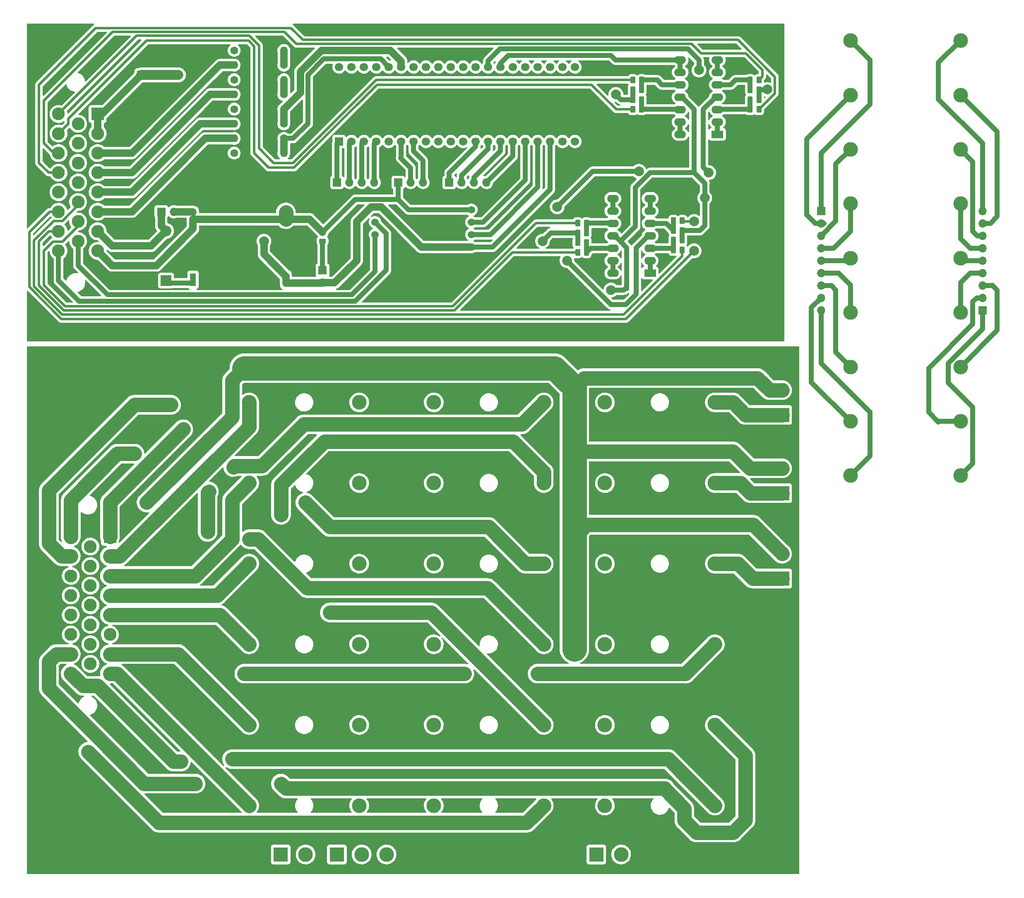
<source format=gbr>
%TF.GenerationSoftware,KiCad,Pcbnew,(6.0.2)*%
%TF.CreationDate,2022-03-14T17:26:10-03:00*%
%TF.ProjectId,painel1,7061696e-656c-4312-9e6b-696361645f70,rev?*%
%TF.SameCoordinates,Original*%
%TF.FileFunction,Copper,L1,Top*%
%TF.FilePolarity,Positive*%
%FSLAX46Y46*%
G04 Gerber Fmt 4.6, Leading zero omitted, Abs format (unit mm)*
G04 Created by KiCad (PCBNEW (6.0.2)) date 2022-03-14 17:26:10*
%MOMM*%
%LPD*%
G01*
G04 APERTURE LIST*
G04 Aperture macros list*
%AMRoundRect*
0 Rectangle with rounded corners*
0 $1 Rounding radius*
0 $2 $3 $4 $5 $6 $7 $8 $9 X,Y pos of 4 corners*
0 Add a 4 corners polygon primitive as box body*
4,1,4,$2,$3,$4,$5,$6,$7,$8,$9,$2,$3,0*
0 Add four circle primitives for the rounded corners*
1,1,$1+$1,$2,$3*
1,1,$1+$1,$4,$5*
1,1,$1+$1,$6,$7*
1,1,$1+$1,$8,$9*
0 Add four rect primitives between the rounded corners*
20,1,$1+$1,$2,$3,$4,$5,0*
20,1,$1+$1,$4,$5,$6,$7,0*
20,1,$1+$1,$6,$7,$8,$9,0*
20,1,$1+$1,$8,$9,$2,$3,0*%
G04 Aperture macros list end*
%TA.AperFunction,ComponentPad*%
%ADD10R,1.700000X1.700000*%
%TD*%
%TA.AperFunction,ComponentPad*%
%ADD11O,1.700000X1.700000*%
%TD*%
%TA.AperFunction,ComponentPad*%
%ADD12C,3.000000*%
%TD*%
%TA.AperFunction,ComponentPad*%
%ADD13R,3.000000X3.000000*%
%TD*%
%TA.AperFunction,ComponentPad*%
%ADD14R,2.625000X2.625000*%
%TD*%
%TA.AperFunction,ComponentPad*%
%ADD15C,2.625000*%
%TD*%
%TA.AperFunction,SMDPad,CuDef*%
%ADD16RoundRect,0.250000X0.262500X0.450000X-0.262500X0.450000X-0.262500X-0.450000X0.262500X-0.450000X0*%
%TD*%
%TA.AperFunction,ComponentPad*%
%ADD17C,1.600000*%
%TD*%
%TA.AperFunction,ComponentPad*%
%ADD18O,1.600000X1.600000*%
%TD*%
%TA.AperFunction,ComponentPad*%
%ADD19R,1.308000X1.308000*%
%TD*%
%TA.AperFunction,SMDPad,CuDef*%
%ADD20RoundRect,0.250000X-0.262500X-0.450000X0.262500X-0.450000X0.262500X0.450000X-0.262500X0.450000X0*%
%TD*%
%TA.AperFunction,SMDPad,CuDef*%
%ADD21RoundRect,0.250000X0.450000X-0.262500X0.450000X0.262500X-0.450000X0.262500X-0.450000X-0.262500X0*%
%TD*%
%TA.AperFunction,ComponentPad*%
%ADD22C,1.700000*%
%TD*%
%TA.AperFunction,ComponentPad*%
%ADD23C,1.524000*%
%TD*%
%TA.AperFunction,ComponentPad*%
%ADD24R,1.800000X1.800000*%
%TD*%
%TA.AperFunction,ComponentPad*%
%ADD25C,1.800000*%
%TD*%
%TA.AperFunction,SMDPad,CuDef*%
%ADD26RoundRect,0.250000X0.250000X0.475000X-0.250000X0.475000X-0.250000X-0.475000X0.250000X-0.475000X0*%
%TD*%
%TA.AperFunction,ComponentPad*%
%ADD27R,2.400000X1.600000*%
%TD*%
%TA.AperFunction,ComponentPad*%
%ADD28O,2.400000X1.600000*%
%TD*%
%TA.AperFunction,ComponentPad*%
%ADD29R,2.200000X2.200000*%
%TD*%
%TA.AperFunction,ComponentPad*%
%ADD30O,2.200000X2.200000*%
%TD*%
%TA.AperFunction,ViaPad*%
%ADD31C,2.000000*%
%TD*%
%TA.AperFunction,Conductor*%
%ADD32C,1.000000*%
%TD*%
%TA.AperFunction,Conductor*%
%ADD33C,3.000000*%
%TD*%
%TA.AperFunction,Conductor*%
%ADD34C,5.000000*%
%TD*%
%TA.AperFunction,Conductor*%
%ADD35C,1.500000*%
%TD*%
%TA.AperFunction,Conductor*%
%ADD36C,0.500000*%
%TD*%
%TA.AperFunction,Conductor*%
%ADD37C,2.000000*%
%TD*%
G04 APERTURE END LIST*
D10*
%TO.P,J2,1,Pin_1*%
%TO.N,N/C*%
X193000000Y-84850000D03*
D11*
%TO.P,J2,2,Pin_2*%
X193000000Y-87390000D03*
%TO.P,J2,3,Pin_3*%
X193000000Y-89930000D03*
%TO.P,J2,4,Pin_4*%
X193000000Y-92470000D03*
%TO.P,J2,5,Pin_5*%
X193000000Y-95010000D03*
%TO.P,J2,6,Pin_6*%
X193000000Y-97550000D03*
%TO.P,J2,7,Pin_7*%
X193000000Y-100090000D03*
%TO.P,J2,8,Pin_8*%
X193000000Y-102630000D03*
%TO.P,J2,9,Pin_9*%
X193000000Y-105170000D03*
%TD*%
D10*
%TO.P,J1,1,Pin_1*%
%TO.N,N/C*%
X226000000Y-105150000D03*
D11*
%TO.P,J1,2,Pin_2*%
X226000000Y-102610000D03*
%TO.P,J1,3,Pin_3*%
X226000000Y-100070000D03*
%TO.P,J1,4,Pin_4*%
X226000000Y-97530000D03*
%TO.P,J1,5,Pin_5*%
X226000000Y-94990000D03*
%TO.P,J1,6,Pin_6*%
X226000000Y-92450000D03*
%TO.P,J1,7,Pin_7*%
X226000000Y-89910000D03*
%TO.P,J1,8,Pin_8*%
X226000000Y-87370000D03*
%TO.P,J1,9,Pin_9*%
X226000000Y-84830000D03*
%TD*%
D12*
%TO.P,F5,1*%
%TO.N,N/C*%
X221500000Y-94500000D03*
%TO.P,F5,2*%
X199000000Y-94500000D03*
%TD*%
%TO.P,F4,1*%
%TO.N,N/C*%
X221500000Y-105625000D03*
%TO.P,F4,2*%
X199000000Y-105625000D03*
%TD*%
%TO.P,F8,1*%
%TO.N,N/C*%
X221500000Y-61125000D03*
%TO.P,F8,2*%
X199000000Y-61125000D03*
%TD*%
%TO.P,F9,1*%
%TO.N,N/C*%
X221500000Y-50000000D03*
%TO.P,F9,2*%
X199000000Y-50000000D03*
%TD*%
%TO.P,F6,1*%
%TO.N,N/C*%
X221500000Y-83375000D03*
%TO.P,F6,2*%
X199000000Y-83375000D03*
%TD*%
%TO.P,F1,1*%
%TO.N,N/C*%
X221500000Y-139000000D03*
%TO.P,F1,2*%
X199000000Y-139000000D03*
%TD*%
%TO.P,F2,1*%
%TO.N,N/C*%
X221500000Y-127875000D03*
%TO.P,F2,2*%
X199000000Y-127875000D03*
%TD*%
%TO.P,F7,1*%
%TO.N,N/C*%
X221500000Y-72250000D03*
%TO.P,F7,2*%
X199000000Y-72250000D03*
%TD*%
%TO.P,F3,1*%
%TO.N,N/C*%
X221500000Y-116750000D03*
%TO.P,F3,2*%
X199000000Y-116750000D03*
%TD*%
%TO.P,F8,1*%
%TO.N,N/C*%
X171250000Y-190000000D03*
%TO.P,F8,2*%
X148750000Y-190000000D03*
%TD*%
%TO.P,F18,1*%
%TO.N,N/C*%
X148750000Y-157000000D03*
%TO.P,F18,2*%
X171250000Y-157000000D03*
%TD*%
%TO.P,F3,1*%
%TO.N,N/C*%
X136250000Y-190000000D03*
%TO.P,F3,2*%
X113750000Y-190000000D03*
%TD*%
D13*
%TO.P,J4,1,Pin_1*%
%TO.N,N/C*%
X93920000Y-216500000D03*
D12*
%TO.P,J4,2,Pin_2*%
X99000000Y-216500000D03*
%TO.P,J4,3,Pin_3*%
X104080000Y-216500000D03*
%TD*%
%TO.P,F9,1*%
%TO.N,N/C*%
X76000000Y-173500000D03*
%TO.P,F9,2*%
X98500000Y-173500000D03*
%TD*%
%TO.P,F4,1*%
%TO.N,N/C*%
X136250000Y-173500000D03*
%TO.P,F4,2*%
X113750000Y-173500000D03*
%TD*%
%TO.P,F19,1*%
%TO.N,N/C*%
X148750000Y-140500000D03*
%TO.P,F19,2*%
X171250000Y-140500000D03*
%TD*%
%TO.P,F15,1*%
%TO.N,N/C*%
X76000000Y-190000000D03*
%TO.P,F15,2*%
X98500000Y-190000000D03*
%TD*%
D13*
%TO.P,J6,1,Pin_1*%
%TO.N,N/C*%
X147000000Y-216500000D03*
D12*
%TO.P,J6,2,Pin_2*%
X152080000Y-216500000D03*
%TD*%
%TO.P,F16,1*%
%TO.N,N/C*%
X148750000Y-124000000D03*
%TO.P,F16,2*%
X171250000Y-124000000D03*
%TD*%
%TO.P,F2,1*%
%TO.N,N/C*%
X136250000Y-206500000D03*
%TO.P,F2,2*%
X113750000Y-206500000D03*
%TD*%
%TO.P,F6,1*%
%TO.N,N/C*%
X136250000Y-140500000D03*
%TO.P,F6,2*%
X113750000Y-140500000D03*
%TD*%
D13*
%TO.P,J9,1,Pin_1*%
%TO.N,N/C*%
X185000000Y-160040000D03*
D12*
%TO.P,J9,2,Pin_2*%
X185000000Y-154960000D03*
%TD*%
D14*
%TO.P,J1,1,1*%
%TO.N,N/C*%
X47500000Y-151500000D03*
D15*
%TO.P,J1,2,2*%
X47500000Y-155500000D03*
%TO.P,J1,3,3*%
X47500000Y-159500000D03*
%TO.P,J1,4,4*%
X47500000Y-163500000D03*
%TO.P,J1,5,5*%
X47500000Y-167500000D03*
%TO.P,J1,6,6*%
X47500000Y-171500000D03*
%TO.P,J1,7,7*%
X47500000Y-175500000D03*
%TO.P,J1,8,8*%
X47500000Y-179500000D03*
%TO.P,J1,9,9*%
X43500000Y-153500000D03*
%TO.P,J1,10,10*%
X43500000Y-157500000D03*
%TO.P,J1,11,11*%
X43500000Y-161500000D03*
%TO.P,J1,12,12*%
X43500000Y-165500000D03*
%TO.P,J1,13,13*%
X43500000Y-169500000D03*
%TO.P,J1,14,14*%
X43500000Y-173500000D03*
%TO.P,J1,15,15*%
X43500000Y-177500000D03*
%TO.P,J1,16,16*%
X39500000Y-151500000D03*
%TO.P,J1,17,17*%
X39500000Y-155500000D03*
%TO.P,J1,18,18*%
X39500000Y-159500000D03*
%TO.P,J1,19,19*%
X39500000Y-163500000D03*
%TO.P,J1,20,20*%
X39500000Y-167500000D03*
%TO.P,J1,21,21*%
X39500000Y-171500000D03*
%TO.P,J1,22,22*%
X39500000Y-175500000D03*
%TO.P,J1,23,23*%
X39500000Y-179500000D03*
%TD*%
D13*
%TO.P,J7,1,Pin_1*%
%TO.N,N/C*%
X185000000Y-126580000D03*
D12*
%TO.P,J7,2,Pin_2*%
X185000000Y-121500000D03*
%TD*%
%TO.P,F12,1*%
%TO.N,N/C*%
X76000000Y-124000000D03*
%TO.P,F12,2*%
X98500000Y-124000000D03*
%TD*%
%TO.P,F13,1*%
%TO.N,N/C*%
X136250000Y-124000000D03*
%TO.P,F13,2*%
X113750000Y-124000000D03*
%TD*%
%TO.P,F5,1*%
%TO.N,N/C*%
X136250000Y-157000000D03*
%TO.P,F5,2*%
X113750000Y-157000000D03*
%TD*%
%TO.P,F14,1*%
%TO.N,N/C*%
X76000000Y-206500000D03*
%TO.P,F14,2*%
X98500000Y-206500000D03*
%TD*%
D13*
%TO.P,J5,1,Pin_1*%
%TO.N,N/C*%
X82460000Y-216500000D03*
D12*
%TO.P,J5,2,Pin_2*%
X87540000Y-216500000D03*
%TD*%
D13*
%TO.P,J10,1,Pin_1*%
%TO.N,N/C*%
X185000000Y-142580000D03*
D12*
%TO.P,J10,2,Pin_2*%
X185000000Y-137500000D03*
%TD*%
%TO.P,F11,1*%
%TO.N,N/C*%
X76000000Y-140500000D03*
%TO.P,F11,2*%
X98500000Y-140500000D03*
%TD*%
%TO.P,F10,1*%
%TO.N,N/C*%
X76000000Y-157000000D03*
%TO.P,F10,2*%
X98500000Y-157000000D03*
%TD*%
%TO.P,F1,1*%
%TO.N,N/C*%
X171250000Y-173500000D03*
%TO.P,F1,2*%
X148750000Y-173500000D03*
%TD*%
%TO.P,F7,1*%
%TO.N,N/C*%
X171250000Y-206500000D03*
%TO.P,F7,2*%
X148750000Y-206500000D03*
%TD*%
D16*
%TO.P,R14,1*%
%TO.N,N/C*%
X156275000Y-58050000D03*
%TO.P,R14,2*%
X154450000Y-58050000D03*
%TD*%
D10*
%TO.P,J4,1,Pin_1*%
%TO.N,N/C*%
X116920000Y-79000000D03*
D11*
%TO.P,J4,2,Pin_2*%
X119460000Y-79000000D03*
%TO.P,J4,3,Pin_3*%
X122000000Y-79000000D03*
%TO.P,J4,4,Pin_4*%
X124540000Y-79000000D03*
%TD*%
D17*
%TO.P,R17,1*%
%TO.N,N/C*%
X72920000Y-73000000D03*
D18*
%TO.P,R17,2*%
X83080000Y-73000000D03*
%TD*%
D16*
%TO.P,R8,1*%
%TO.N,N/C*%
X156275000Y-64050000D03*
%TO.P,R8,2*%
X154450000Y-64050000D03*
%TD*%
D19*
%TO.P,U2,1,VIN-*%
%TO.N,N/C*%
X64500000Y-85130000D03*
%TO.P,U2,2,VIN-*%
X64500000Y-86530000D03*
%TO.P,U2,3,VIN+*%
X64500000Y-98200000D03*
%TO.P,U2,4,VIN+*%
X64500000Y-99600000D03*
%TO.P,U2,5,VOUT-*%
X83500000Y-85130000D03*
%TO.P,U2,6,VOUT-*%
X83500000Y-86530000D03*
%TO.P,U2,7,VOUT+*%
X83500000Y-98200000D03*
%TO.P,U2,8,VOUT+*%
X83500000Y-99600000D03*
%TD*%
D17*
%TO.P,R4,1*%
%TO.N,N/C*%
X83080000Y-61000000D03*
D18*
%TO.P,R4,2*%
X72920000Y-61000000D03*
%TD*%
D20*
%TO.P,R18,1*%
%TO.N,N/C*%
X162762500Y-86827500D03*
%TO.P,R18,2*%
X164587500Y-86827500D03*
%TD*%
%TO.P,R24,1*%
%TO.N,N/C*%
X178450000Y-64050000D03*
%TO.P,R24,2*%
X180275000Y-64050000D03*
%TD*%
D21*
%TO.P,R1,1*%
%TO.N,N/C*%
X91000000Y-91000000D03*
%TO.P,R1,2*%
X91000000Y-89175000D03*
%TD*%
D10*
%TO.P,U1,1,PB12*%
%TO.N,N/C*%
X94370000Y-70620000D03*
D22*
%TO.P,U1,2,PB13*%
X96910000Y-70620000D03*
%TO.P,U1,3,PB14*%
X99450000Y-70620000D03*
%TO.P,U1,4,PB15*%
X101990000Y-70620000D03*
%TO.P,U1,5,PA8*%
X104530000Y-70620000D03*
%TO.P,U1,6,PA9*%
X107070000Y-70620000D03*
%TO.P,U1,7,PA10*%
X109610000Y-70620000D03*
%TO.P,U1,8,PA11*%
X112150000Y-70620000D03*
%TO.P,U1,9,PA12*%
X114690000Y-70620000D03*
%TO.P,U1,10,PA15*%
X117230000Y-70620000D03*
%TO.P,U1,11,PB3*%
X119770000Y-70620000D03*
%TO.P,U1,12,PB4*%
X122310000Y-70620000D03*
%TO.P,U1,13,PB5*%
X124850000Y-70620000D03*
%TO.P,U1,14,PB6*%
X127390000Y-70620000D03*
%TO.P,U1,15,PB7*%
X129930000Y-70620000D03*
%TO.P,U1,16,PB8*%
X132470000Y-70620000D03*
%TO.P,U1,17,PB9*%
X135010000Y-70620000D03*
%TO.P,U1,18,5V*%
X137550000Y-70620000D03*
%TO.P,U1,19,GND*%
X140090000Y-70620000D03*
%TO.P,U1,20,3V3*%
X142630000Y-70620000D03*
%TO.P,U1,21,VBat*%
X142630000Y-55380000D03*
%TO.P,U1,22,PC13*%
X140090000Y-55380000D03*
%TO.P,U1,23,PC14*%
X137550000Y-55380000D03*
%TO.P,U1,24,PC15*%
X135010000Y-55380000D03*
%TO.P,U1,25,PA0*%
X132470000Y-55380000D03*
%TO.P,U1,26,PA1*%
X129930000Y-55380000D03*
%TO.P,U1,27,PA2*%
X127390000Y-55380000D03*
%TO.P,U1,28,PA3*%
X124850000Y-55380000D03*
%TO.P,U1,29,PA4*%
X122310000Y-55380000D03*
%TO.P,U1,30,PA5*%
X119770000Y-55380000D03*
%TO.P,U1,31,PA6*%
X117230000Y-55380000D03*
%TO.P,U1,32,PA7*%
X114690000Y-55380000D03*
%TO.P,U1,33,PB0*%
X112150000Y-55380000D03*
%TO.P,U1,34,PB1*%
X109610000Y-55380000D03*
%TO.P,U1,35,PB10*%
X107070000Y-55380000D03*
%TO.P,U1,36,PB11*%
X104530000Y-55380000D03*
%TO.P,U1,37,RST*%
X101990000Y-55380000D03*
%TO.P,U1,38,3V3*%
X99450000Y-55380000D03*
%TO.P,U1,39,GND*%
X96910000Y-55380000D03*
%TO.P,U1,40,GND*%
X94370000Y-55380000D03*
%TD*%
D20*
%TO.P,R20,1*%
%TO.N,N/C*%
X178450000Y-58050000D03*
%TO.P,R20,2*%
X180275000Y-58050000D03*
%TD*%
D17*
%TO.P,R16,1*%
%TO.N,N/C*%
X83080000Y-70000000D03*
D18*
%TO.P,R16,2*%
X72920000Y-70000000D03*
%TD*%
D17*
%TO.P,R5,1*%
%TO.N,N/C*%
X72920000Y-58000000D03*
D18*
%TO.P,R5,2*%
X83080000Y-58000000D03*
%TD*%
D20*
%TO.P,R22,1*%
%TO.N,N/C*%
X162762500Y-92827500D03*
%TO.P,R22,2*%
X164587500Y-92827500D03*
%TD*%
D10*
%TO.P,J2,1,Pin_1*%
%TO.N,N/C*%
X58000000Y-85000000D03*
D11*
%TO.P,J2,2,Pin_2*%
X60540000Y-85000000D03*
%TD*%
D23*
%TO.P,U5,1,VCC*%
%TO.N,N/C*%
X121430000Y-92222500D03*
%TO.P,U5,2,TX*%
X121430000Y-89682500D03*
%TO.P,U5,3,RX*%
X121430000Y-87142500D03*
%TO.P,U5,4,GND*%
X121430000Y-84602500D03*
%TO.P,U5,5,CANH*%
X101745000Y-89682500D03*
%TO.P,U5,6,CANL*%
X101745000Y-87142500D03*
%TD*%
D14*
%TO.P,J1,1,1*%
%TO.N,N/C*%
X45000000Y-65000000D03*
D15*
%TO.P,J1,2,2*%
X45000000Y-69000000D03*
%TO.P,J1,3,3*%
X45000000Y-73000000D03*
%TO.P,J1,4,4*%
X45000000Y-77000000D03*
%TO.P,J1,5,5*%
X45000000Y-81000000D03*
%TO.P,J1,6,6*%
X45000000Y-85000000D03*
%TO.P,J1,7,7*%
X45000000Y-89000000D03*
%TO.P,J1,8,8*%
X45000000Y-93000000D03*
%TO.P,J1,9,9*%
X41000000Y-67000000D03*
%TO.P,J1,10,10*%
X41000000Y-71000000D03*
%TO.P,J1,11,11*%
X41000000Y-75000000D03*
%TO.P,J1,12,12*%
X41000000Y-79000000D03*
%TO.P,J1,13,13*%
X41000000Y-83000000D03*
%TO.P,J1,14,14*%
X41000000Y-87000000D03*
%TO.P,J1,15,15*%
X41000000Y-91000000D03*
%TO.P,J1,16,16*%
X37000000Y-65000000D03*
%TO.P,J1,17,17*%
X37000000Y-69000000D03*
%TO.P,J1,18,18*%
X37000000Y-73000000D03*
%TO.P,J1,19,19*%
X37000000Y-77000000D03*
%TO.P,J1,20,20*%
X37000000Y-81000000D03*
%TO.P,J1,21,21*%
X37000000Y-85000000D03*
%TO.P,J1,22,22*%
X37000000Y-89000000D03*
%TO.P,J1,23,23*%
X37000000Y-93000000D03*
%TD*%
D24*
%TO.P,D2,1,K*%
%TO.N,N/C*%
X91000000Y-97000000D03*
D25*
%TO.P,D2,2,A*%
X91000000Y-99540000D03*
%TD*%
D20*
%TO.P,R15,1*%
%TO.N,N/C*%
X154450000Y-60050000D03*
%TO.P,R15,2*%
X156275000Y-60050000D03*
%TD*%
D16*
%TO.P,R21,1*%
%TO.N,N/C*%
X180275000Y-60050000D03*
%TO.P,R21,2*%
X178450000Y-60050000D03*
%TD*%
D20*
%TO.P,R7,1*%
%TO.N,N/C*%
X143175000Y-91327500D03*
%TO.P,R7,2*%
X145000000Y-91327500D03*
%TD*%
D10*
%TO.P,J3,1,Pin_1*%
%TO.N,N/C*%
X53920000Y-57000000D03*
D11*
%TO.P,J3,2,Pin_2*%
X56460000Y-57000000D03*
%TO.P,J3,3,Pin_3*%
X59000000Y-57000000D03*
%TO.P,J3,4,Pin_4*%
X61540000Y-57000000D03*
%TD*%
D26*
%TO.P,C2,1*%
%TO.N,N/C*%
X168900000Y-73550000D03*
%TO.P,C2,2*%
X167000000Y-73550000D03*
%TD*%
D16*
%TO.P,R6,1*%
%TO.N,N/C*%
X145000000Y-93327500D03*
%TO.P,R6,2*%
X143175000Y-93327500D03*
%TD*%
D20*
%TO.P,R9,1*%
%TO.N,N/C*%
X154450000Y-62050000D03*
%TO.P,R9,2*%
X156275000Y-62050000D03*
%TD*%
D17*
%TO.P,R3,1*%
%TO.N,N/C*%
X72920000Y-52000000D03*
D18*
%TO.P,R3,2*%
X83080000Y-52000000D03*
%TD*%
D17*
%TO.P,R10,1*%
%TO.N,N/C*%
X83080000Y-67000000D03*
D18*
%TO.P,R10,2*%
X72920000Y-67000000D03*
%TD*%
D16*
%TO.P,R23,1*%
%TO.N,N/C*%
X164587500Y-90827500D03*
%TO.P,R23,2*%
X162762500Y-90827500D03*
%TD*%
%TO.P,R12,1*%
%TO.N,N/C*%
X145000000Y-87327500D03*
%TO.P,R12,2*%
X143175000Y-87327500D03*
%TD*%
D27*
%TO.P,U3,1*%
%TO.N,N/C*%
X158000000Y-97540000D03*
D28*
%TO.P,U3,2,-*%
X158000000Y-95000000D03*
%TO.P,U3,3,+*%
X158000000Y-92460000D03*
%TO.P,U3,4,V+*%
X158000000Y-89920000D03*
%TO.P,U3,5,+*%
X158000000Y-87380000D03*
%TO.P,U3,6,-*%
X158000000Y-84840000D03*
%TO.P,U3,7*%
X158000000Y-82300000D03*
%TO.P,U3,8*%
X150380000Y-82300000D03*
%TO.P,U3,9,-*%
X150380000Y-84840000D03*
%TO.P,U3,10,+*%
X150380000Y-87380000D03*
%TO.P,U3,11,V-*%
X150380000Y-89920000D03*
%TO.P,U3,12,+*%
X150380000Y-92460000D03*
%TO.P,U3,13,-*%
X150380000Y-95000000D03*
%TO.P,U3,14*%
X150380000Y-97540000D03*
%TD*%
D29*
%TO.P,D1,1,K*%
%TO.N,N/C*%
X59000000Y-99080000D03*
D30*
%TO.P,D1,2,A*%
X59000000Y-88920000D03*
%TD*%
D16*
%TO.P,R19,1*%
%TO.N,N/C*%
X164587500Y-88827500D03*
%TO.P,R19,2*%
X162762500Y-88827500D03*
%TD*%
%TO.P,R25,1*%
%TO.N,N/C*%
X180275000Y-62050000D03*
%TO.P,R25,2*%
X178450000Y-62050000D03*
%TD*%
D27*
%TO.P,U4,1*%
%TO.N,N/C*%
X171775000Y-69175000D03*
D28*
%TO.P,U4,2,-*%
X171775000Y-66635000D03*
%TO.P,U4,3,+*%
X171775000Y-64095000D03*
%TO.P,U4,4,V+*%
X171775000Y-61555000D03*
%TO.P,U4,5,+*%
X171775000Y-59015000D03*
%TO.P,U4,6,-*%
X171775000Y-56475000D03*
%TO.P,U4,7*%
X171775000Y-53935000D03*
%TO.P,U4,8*%
X164155000Y-53935000D03*
%TO.P,U4,9,-*%
X164155000Y-56475000D03*
%TO.P,U4,10,+*%
X164155000Y-59015000D03*
%TO.P,U4,11,V-*%
X164155000Y-61555000D03*
%TO.P,U4,12,+*%
X164155000Y-64095000D03*
%TO.P,U4,13,-*%
X164155000Y-66635000D03*
%TO.P,U4,14*%
X164155000Y-69175000D03*
%TD*%
D10*
%TO.P,J5,1,Pin_1*%
%TO.N,N/C*%
X106475000Y-79000000D03*
D11*
%TO.P,J5,2,Pin_2*%
X109015000Y-79000000D03*
%TO.P,J5,3,Pin_3*%
X111555000Y-79000000D03*
%TD*%
D10*
%TO.P,J6,1,Pin_1*%
%TO.N,N/C*%
X93950000Y-79000000D03*
D11*
%TO.P,J6,2,Pin_2*%
X96490000Y-79000000D03*
%TO.P,J6,3,Pin_3*%
X99030000Y-79000000D03*
%TO.P,J6,4,Pin_4*%
X101570000Y-79000000D03*
%TD*%
D26*
%TO.P,C1,1*%
%TO.N,N/C*%
X155125000Y-100415000D03*
%TO.P,C1,2*%
X153225000Y-100415000D03*
%TD*%
D20*
%TO.P,R13,1*%
%TO.N,N/C*%
X143175000Y-89327500D03*
%TO.P,R13,2*%
X145000000Y-89327500D03*
%TD*%
D17*
%TO.P,R2,1*%
%TO.N,N/C*%
X83080000Y-55000000D03*
D18*
%TO.P,R2,2*%
X72920000Y-55000000D03*
%TD*%
D17*
%TO.P,R11,1*%
%TO.N,N/C*%
X72920000Y-64000000D03*
D18*
%TO.P,R11,2*%
X83080000Y-64000000D03*
%TD*%
D31*
%TO.N,*%
X75999520Y-152000000D03*
X135000000Y-179500000D03*
X65000000Y-202000000D03*
X67500000Y-150499520D03*
X52500000Y-134500000D03*
X82500000Y-147000000D03*
X142500000Y-164500000D03*
X72736545Y-137236545D03*
X62500000Y-129500000D03*
X72500000Y-197000000D03*
X142500000Y-174500000D03*
X60000000Y-124500000D03*
X75000000Y-179500000D03*
X92500000Y-167000000D03*
X43061000Y-195499520D03*
X55000000Y-144500000D03*
X82500000Y-202000000D03*
X142500000Y-169500000D03*
X87500000Y-144500000D03*
X62025466Y-197474534D03*
X67736545Y-142236545D03*
X120000000Y-179500000D03*
X79000000Y-91000000D03*
X151000000Y-61000000D03*
X139000000Y-84000000D03*
X170000000Y-77000000D03*
X167000000Y-87000000D03*
X150000000Y-101000000D03*
X169172500Y-82172500D03*
X141000000Y-95000000D03*
X168000000Y-56000000D03*
X167000000Y-93000000D03*
X155727561Y-76727561D03*
X136000000Y-91000000D03*
X182000000Y-60000000D03*
%TD*%
D32*
%TO.N,*%
X224000000Y-103407919D02*
X224000000Y-108000000D01*
X226000000Y-84830000D02*
X226000000Y-71000000D01*
X227630000Y-87370000D02*
X229000000Y-86000000D01*
X196000000Y-75250000D02*
X199000000Y-72250000D01*
X224910000Y-89910000D02*
X224000000Y-89000000D01*
X226000000Y-89910000D02*
X224910000Y-89910000D01*
X223450000Y-92450000D02*
X221500000Y-90500000D01*
X215000000Y-126000000D02*
X217000000Y-128000000D01*
X217125000Y-127875000D02*
X221500000Y-127875000D01*
X198490000Y-95010000D02*
X199000000Y-94500000D01*
X229000000Y-101000000D02*
X229000000Y-109250000D01*
X193000000Y-116000000D02*
X203000000Y-126000000D01*
X229000000Y-109250000D02*
X221500000Y-116750000D01*
X193000000Y-84850000D02*
X193000000Y-73000000D01*
X203000000Y-54000000D02*
X199000000Y-50000000D01*
X193000000Y-73000000D02*
X203000000Y-63000000D01*
X199000000Y-105625000D02*
X199000000Y-100000000D01*
X196550000Y-97550000D02*
X193000000Y-97550000D01*
X203000000Y-63000000D02*
X203000000Y-54000000D01*
X217000000Y-62000000D02*
X217000000Y-54500000D01*
X226000000Y-71000000D02*
X217000000Y-62000000D01*
X190000000Y-85592081D02*
X190000000Y-70125000D01*
X224000000Y-89000000D02*
X224000000Y-74750000D01*
X191000000Y-104630000D02*
X191000000Y-119875000D01*
X226000000Y-92450000D02*
X223450000Y-92450000D01*
X191000000Y-119875000D02*
X199000000Y-127875000D01*
X217000000Y-54500000D02*
X221500000Y-50000000D01*
X196000000Y-113750000D02*
X199000000Y-116750000D01*
X193000000Y-102630000D02*
X191000000Y-104630000D01*
X190000000Y-70125000D02*
X199000000Y-61125000D01*
X195530000Y-92470000D02*
X193000000Y-92470000D01*
X193000000Y-87390000D02*
X193559022Y-87390000D01*
X215000000Y-117000000D02*
X215000000Y-126000000D01*
X193000000Y-89930000D02*
X196000000Y-86930000D01*
X191797919Y-87390000D02*
X190000000Y-85592081D01*
X193000000Y-87390000D02*
X191797919Y-87390000D01*
X229000000Y-86000000D02*
X229000000Y-68625000D01*
X229000000Y-68625000D02*
X221500000Y-61125000D01*
X226000000Y-87370000D02*
X227630000Y-87370000D01*
X224000000Y-74750000D02*
X221500000Y-72250000D01*
X199000000Y-83375000D02*
X199000000Y-89000000D01*
X221500000Y-90500000D02*
X221500000Y-83375000D01*
X226000000Y-94990000D02*
X221990000Y-94990000D01*
X223470000Y-97530000D02*
X221500000Y-99500000D01*
X226000000Y-100070000D02*
X227930000Y-100070000D01*
X221500000Y-99500000D02*
X221500000Y-105625000D01*
X228000000Y-100000000D02*
X229000000Y-101000000D01*
X226000000Y-102610000D02*
X224797919Y-102610000D01*
X217000000Y-128000000D02*
X217125000Y-127875000D01*
X224797919Y-102610000D02*
X224000000Y-103407919D01*
X224000000Y-108000000D02*
X215000000Y-117000000D01*
X203000000Y-126000000D02*
X203000000Y-135000000D01*
X193000000Y-105170000D02*
X193000000Y-116000000D01*
X199000000Y-89000000D02*
X195530000Y-92470000D01*
X193000000Y-95010000D02*
X198490000Y-95010000D01*
X221990000Y-94990000D02*
X221500000Y-94500000D01*
X226000000Y-97530000D02*
X223470000Y-97530000D01*
X195090000Y-100090000D02*
X196000000Y-101000000D01*
X199000000Y-100000000D02*
X196550000Y-97550000D01*
X196000000Y-86930000D02*
X196000000Y-75250000D01*
X193000000Y-100090000D02*
X195090000Y-100090000D01*
X196000000Y-101000000D02*
X196000000Y-113750000D01*
X227930000Y-100070000D02*
X228000000Y-100000000D01*
X203000000Y-135000000D02*
X199000000Y-139000000D01*
X224000000Y-125000000D02*
X224000000Y-136500000D01*
X226000000Y-105150000D02*
X226000000Y-109000000D01*
X219000000Y-116000000D02*
X219000000Y-120000000D01*
X224000000Y-136500000D02*
X221500000Y-139000000D01*
X226000000Y-109000000D02*
X219000000Y-116000000D01*
X219000000Y-120000000D02*
X224000000Y-125000000D01*
D33*
X185000000Y-154960000D02*
X179080000Y-149040000D01*
D34*
X142500000Y-151540000D02*
X142500000Y-164500000D01*
D33*
X171250000Y-124000000D02*
X174960000Y-124000000D01*
X145000000Y-149040000D02*
X142500000Y-151540000D01*
X35000000Y-152856155D02*
X37643845Y-155500000D01*
D34*
X75000000Y-117000000D02*
X138500000Y-117000000D01*
D33*
X144460000Y-119040000D02*
X142500000Y-121000000D01*
X60000000Y-124500000D02*
X52500000Y-124500000D01*
D34*
X138500000Y-117000000D02*
X142500000Y-121000000D01*
D33*
X182460000Y-121500000D02*
X180000000Y-119040000D01*
X55000000Y-144500000D02*
X72500000Y-127000000D01*
X180000000Y-119040000D02*
X144460000Y-119040000D01*
X177540000Y-126580000D02*
X185000000Y-126580000D01*
X52500000Y-124500000D02*
X35000000Y-142000000D01*
X35000000Y-142000000D02*
X35000000Y-152856155D01*
D34*
X142500000Y-164500000D02*
X142500000Y-169500000D01*
D33*
X72500000Y-119500000D02*
X75000000Y-117000000D01*
X72500000Y-124500000D02*
X72500000Y-119500000D01*
X61500000Y-175500000D02*
X76000000Y-190000000D01*
X47500000Y-175500000D02*
X61500000Y-175500000D01*
X185000000Y-121500000D02*
X182460000Y-121500000D01*
X185000000Y-137500000D02*
X178460000Y-137500000D01*
X72500000Y-127000000D02*
X72500000Y-124500000D01*
X179080000Y-149040000D02*
X145000000Y-149040000D01*
D34*
X142500000Y-169500000D02*
X142500000Y-174500000D01*
X142500000Y-134540000D02*
X142500000Y-151540000D01*
X142500000Y-121000000D02*
X142500000Y-134540000D01*
D33*
X178460000Y-137500000D02*
X175000000Y-134040000D01*
X174960000Y-124000000D02*
X177540000Y-126580000D01*
X37643845Y-155500000D02*
X39500000Y-155500000D01*
X92500000Y-149500000D02*
X87500000Y-144500000D01*
X132500000Y-157000000D02*
X125000000Y-149500000D01*
X125000000Y-149500000D02*
X92500000Y-149500000D01*
X136250000Y-157000000D02*
X132500000Y-157000000D01*
X143000000Y-134040000D02*
X142500000Y-134540000D01*
X175000000Y-134040000D02*
X143000000Y-134040000D01*
X62500000Y-129500000D02*
X47500000Y-144500000D01*
X161000489Y-203000489D02*
X156499511Y-203000489D01*
X76000000Y-129024022D02*
X76000000Y-124000000D01*
X78633386Y-137000000D02*
X72973090Y-137000000D01*
X171250000Y-157000000D02*
X175960000Y-157000000D01*
X45000000Y-182000000D02*
X42000000Y-182000000D01*
X42000000Y-182000000D02*
X39500000Y-179500000D01*
X69500000Y-163500000D02*
X47500000Y-163500000D01*
X65000000Y-159500000D02*
X47500000Y-159500000D01*
X160883875Y-203000489D02*
X156499511Y-203000489D01*
X76000000Y-206500000D02*
X49000000Y-179500000D01*
X87133386Y-128500000D02*
X78633386Y-137000000D01*
X35000000Y-177000000D02*
X35000000Y-182000000D01*
X136250000Y-124000000D02*
X131750000Y-128500000D01*
X70000000Y-167500000D02*
X47500000Y-167500000D01*
X62025466Y-197474534D02*
X60474534Y-197474534D01*
X49000000Y-179500000D02*
X47500000Y-179500000D01*
X83500489Y-203000489D02*
X82500000Y-202000000D01*
X49524022Y-155500000D02*
X76000000Y-129024022D01*
X175960000Y-157000000D02*
X179000000Y-160040000D01*
X161750000Y-197000000D02*
X115000000Y-197000000D01*
X171250000Y-206500000D02*
X161750000Y-197000000D01*
X76000000Y-157000000D02*
X69500000Y-163500000D01*
X175000000Y-212000000D02*
X167500000Y-212000000D01*
X171250000Y-190000000D02*
X177500000Y-196250000D01*
X177500000Y-196250000D02*
X177500000Y-209500000D01*
X36500000Y-175500000D02*
X35000000Y-177000000D01*
X156499511Y-203000489D02*
X83500489Y-203000489D01*
X60474534Y-197474534D02*
X45000000Y-182000000D01*
X39500000Y-179500000D02*
X40812500Y-180812500D01*
X47500000Y-151500000D02*
X47500000Y-144500000D01*
X72973090Y-137000000D02*
X72736545Y-137236545D01*
X177500000Y-209500000D02*
X175000000Y-212000000D01*
X72500000Y-144000000D02*
X72500000Y-152000000D01*
X131750000Y-128500000D02*
X87133386Y-128500000D01*
X178540000Y-142580000D02*
X176460000Y-140500000D01*
X54510548Y-202000000D02*
X44510548Y-192000000D01*
X176460000Y-140500000D02*
X171250000Y-140500000D01*
X185000000Y-142580000D02*
X178540000Y-142580000D01*
X165000000Y-207116614D02*
X160883875Y-203000489D01*
X179000000Y-160040000D02*
X185000000Y-160040000D01*
X35000000Y-182489452D02*
X44510548Y-192000000D01*
X167500000Y-212000000D02*
X165000000Y-209500000D01*
X47500000Y-155500000D02*
X49524022Y-155500000D01*
X76000000Y-173500000D02*
X70000000Y-167500000D01*
X165000000Y-209500000D02*
X165000000Y-207116614D01*
X35000000Y-182000000D02*
X35000000Y-182489452D01*
X65000000Y-202000000D02*
X54510548Y-202000000D01*
X72500000Y-152000000D02*
X65000000Y-159500000D01*
X76000000Y-140500000D02*
X72500000Y-144000000D01*
X115000000Y-197000000D02*
X72500000Y-197000000D01*
X95000000Y-167000000D02*
X92500000Y-167000000D01*
X57560991Y-209999511D02*
X43061000Y-195499520D01*
X49010548Y-134500000D02*
X39500000Y-144010548D01*
X90000000Y-162000000D02*
X87866614Y-162000000D01*
X67500000Y-150499520D02*
X67500000Y-142473090D01*
X136250000Y-173500000D02*
X124750000Y-162000000D01*
X67500000Y-142473090D02*
X67736545Y-142236545D01*
X39500000Y-175500000D02*
X36500000Y-175500000D01*
X39500000Y-144010548D02*
X39500000Y-151500000D01*
X82500000Y-140866614D02*
X82500000Y-147000000D01*
X130000000Y-132000000D02*
X92500000Y-132000000D01*
X136250000Y-138250000D02*
X130000000Y-132000000D01*
X91366614Y-132000000D02*
X82500000Y-140866614D01*
X124750000Y-162000000D02*
X90000000Y-162000000D01*
X87866614Y-162000000D02*
X77866614Y-152000000D01*
X136250000Y-190000000D02*
X113250000Y-167000000D01*
X136250000Y-140500000D02*
X136250000Y-138250000D01*
X136250000Y-206500000D02*
X132750489Y-209999511D01*
X113250000Y-167000000D02*
X95000000Y-167000000D01*
X77866614Y-152000000D02*
X75999520Y-152000000D01*
X92500000Y-132000000D02*
X91366614Y-132000000D01*
X52500000Y-134500000D02*
X49010548Y-134500000D01*
X132750489Y-209999511D02*
X57560991Y-209999511D01*
X120000000Y-179500000D02*
X75000000Y-179500000D01*
X171250000Y-173500000D02*
X165250000Y-179500000D01*
X165250000Y-179500000D02*
X135000000Y-179500000D01*
D32*
X41224281Y-103299519D02*
X97700481Y-103299519D01*
X101745000Y-89682500D02*
X101745000Y-97255000D01*
X121430000Y-87142500D02*
X123857500Y-87142500D01*
X150935000Y-53935000D02*
X164155000Y-53935000D01*
X165700480Y-51700480D02*
X168000000Y-54000000D01*
X164155000Y-69175000D02*
X164155000Y-66635000D01*
D35*
X48000000Y-92000000D02*
X45000000Y-89000000D01*
X55920000Y-92000000D02*
X59000000Y-88920000D01*
D32*
X104000000Y-89397500D02*
X101745000Y-87142500D01*
X97700481Y-103299519D02*
X104000000Y-97000000D01*
X125317500Y-89682500D02*
X121430000Y-89682500D01*
D35*
X55920000Y-92000000D02*
X48000000Y-92000000D01*
D32*
X127390000Y-55380000D02*
X127390000Y-54610000D01*
X37000000Y-99075238D02*
X41224281Y-103299519D01*
X47000000Y-102000000D02*
X41000000Y-96000000D01*
X101745000Y-97255000D02*
X97000000Y-102000000D01*
X41000000Y-96000000D02*
X41000000Y-91000000D01*
X124850000Y-55380000D02*
X124850000Y-54150000D01*
X135010000Y-70620000D02*
X135010000Y-79990000D01*
X127390000Y-54610000D02*
X129000000Y-53000000D01*
X124850000Y-54150000D02*
X127299520Y-51700480D01*
X127299520Y-51700480D02*
X165700480Y-51700480D01*
X171775000Y-56475000D02*
X171775000Y-53935000D01*
X150000000Y-53000000D02*
X150935000Y-53935000D01*
X132470000Y-78530000D02*
X132470000Y-70620000D01*
D35*
X58000000Y-87920000D02*
X59000000Y-88920000D01*
D32*
X104000000Y-97000000D02*
X104000000Y-89397500D01*
X97000000Y-102000000D02*
X47000000Y-102000000D01*
X37000000Y-93000000D02*
X37000000Y-99075238D01*
X164155000Y-56475000D02*
X164155000Y-53935000D01*
X129000000Y-53000000D02*
X150000000Y-53000000D01*
X123857500Y-87142500D02*
X132470000Y-78530000D01*
X168000000Y-54000000D02*
X168000000Y-56000000D01*
X171775000Y-66635000D02*
X171775000Y-69175000D01*
X135010000Y-79990000D02*
X125317500Y-89682500D01*
D35*
X58000000Y-85000000D02*
X58000000Y-87920000D01*
D36*
X181000000Y-56000000D02*
X177585480Y-52585480D01*
X164587500Y-92827500D02*
X164587500Y-94051522D01*
D32*
X158000000Y-92460000D02*
X162395000Y-92460000D01*
D36*
X48077835Y-48200480D02*
X34000000Y-62278315D01*
X177585480Y-52585480D02*
X168414520Y-52585480D01*
D32*
X150380000Y-97540000D02*
X150380000Y-95000000D01*
X150380000Y-84840000D02*
X150380000Y-82300000D01*
D36*
X44599040Y-47400960D02*
X33000000Y-59000000D01*
X181000000Y-57306808D02*
X181000000Y-56000000D01*
X180275000Y-58031808D02*
X181000000Y-57306808D01*
X33000000Y-75000000D02*
X35000000Y-77000000D01*
X87000000Y-49851440D02*
X84549520Y-47400960D01*
X34000000Y-71000000D02*
X36000000Y-73000000D01*
D32*
X158000000Y-97540000D02*
X158000000Y-95000000D01*
X158000000Y-84840000D02*
X158000000Y-82300000D01*
D36*
X183549511Y-60775489D02*
X183549511Y-57418819D01*
X32000000Y-90869308D02*
X36007297Y-86862011D01*
D32*
X178450000Y-64050000D02*
X171820000Y-64050000D01*
D36*
X166480000Y-50650960D02*
X85650960Y-50650960D01*
X152639022Y-106000000D02*
X37738616Y-106000000D01*
X34000000Y-62278315D02*
X34000000Y-71000000D01*
X180275000Y-58050000D02*
X180275000Y-58031808D01*
X36007297Y-86862011D02*
X37771271Y-86862011D01*
X37771271Y-86862011D02*
X41000000Y-83633282D01*
X180275000Y-64050000D02*
X183549511Y-60775489D01*
D32*
X171820000Y-64050000D02*
X171775000Y-64095000D01*
X162762500Y-92827500D02*
X162762500Y-90827500D01*
D36*
X83200480Y-48200480D02*
X48077835Y-48200480D01*
D32*
X178450000Y-64050000D02*
X178450000Y-62050000D01*
X162395000Y-92460000D02*
X162762500Y-92827500D01*
D36*
X84549520Y-47400960D02*
X44599040Y-47400960D01*
X37738616Y-106000000D02*
X32000000Y-100261384D01*
X33000000Y-59000000D02*
X33000000Y-75000000D01*
X175982132Y-49851440D02*
X87000000Y-49851440D01*
X164587500Y-94051522D02*
X152639022Y-106000000D01*
X85650960Y-50650960D02*
X83200480Y-48200480D01*
X41000000Y-83633282D02*
X41000000Y-83000000D01*
X32000000Y-100261384D02*
X32000000Y-90869308D01*
X168414520Y-52585480D02*
X166480000Y-50650960D01*
X35000000Y-77000000D02*
X37000000Y-77000000D01*
X183549511Y-57418819D02*
X175982132Y-49851440D01*
X36000000Y-73000000D02*
X37000000Y-73000000D01*
X101950000Y-58050000D02*
X85000000Y-75000000D01*
X76000000Y-49000000D02*
X53000000Y-49000000D01*
X37771271Y-91137989D02*
X35862011Y-91137989D01*
D35*
X83080000Y-70000000D02*
X83080000Y-73000000D01*
D32*
X156275000Y-58050000D02*
X159450000Y-58050000D01*
D36*
X154450000Y-58050000D02*
X101950000Y-58050000D01*
D32*
X159450000Y-58050000D02*
X160415000Y-59015000D01*
D36*
X154450000Y-64050000D02*
X151050000Y-64050000D01*
X37607924Y-107000000D02*
X74000000Y-107000000D01*
X78000000Y-72000000D02*
X78000000Y-51000000D01*
D32*
X88000000Y-57000000D02*
X88000000Y-67000000D01*
X104530000Y-55380000D02*
X102880489Y-53730489D01*
X85000000Y-70000000D02*
X83080000Y-70000000D01*
D36*
X35862011Y-91137989D02*
X34000000Y-93000000D01*
D35*
X86450480Y-60629520D02*
X86450480Y-56358168D01*
D32*
X156275000Y-58050000D02*
X156275000Y-60050000D01*
X178450000Y-58050000D02*
X178450000Y-60050000D01*
D36*
X31000000Y-100392076D02*
X37407444Y-106799520D01*
X41000000Y-87000000D02*
X41000000Y-87909260D01*
X74000000Y-107000000D02*
X153000000Y-107000000D01*
X37000000Y-85000000D02*
X35143845Y-85000000D01*
D35*
X72920000Y-67000000D02*
X66000000Y-67000000D01*
D32*
X88000000Y-67000000D02*
X85000000Y-70000000D01*
D36*
X41000000Y-87909260D02*
X37771271Y-91137989D01*
X77000000Y-73000000D02*
X77000000Y-51130692D01*
X117650961Y-104349039D02*
X134672500Y-87327500D01*
D35*
X86450480Y-56358168D02*
X90808648Y-52000000D01*
D36*
X153000000Y-107000000D02*
X167000000Y-93000000D01*
D35*
X52000000Y-85000000D02*
X45000000Y-85000000D01*
D32*
X91269511Y-53730489D02*
X88000000Y-57000000D01*
D36*
X85000000Y-75000000D02*
X81000000Y-75000000D01*
X78000000Y-51000000D02*
X76000000Y-49000000D01*
X34000000Y-93000000D02*
X34000000Y-100000000D01*
D32*
X145000000Y-89327500D02*
X145000000Y-87327500D01*
D35*
X90808648Y-52000000D02*
X104892081Y-52000000D01*
D36*
X53000000Y-49000000D02*
X37000000Y-65000000D01*
X134672500Y-87327500D02*
X143175000Y-87327500D01*
X37407444Y-106799520D02*
X37607924Y-107000000D01*
X164760000Y-87000000D02*
X164587500Y-86827500D01*
X167000000Y-87000000D02*
X164760000Y-87000000D01*
D35*
X67000000Y-70000000D02*
X52000000Y-85000000D01*
X52000000Y-81000000D02*
X66000000Y-67000000D01*
X83080000Y-64000000D02*
X83080000Y-67000000D01*
D32*
X158000000Y-87380000D02*
X161315000Y-87380000D01*
D36*
X81000000Y-75000000D02*
X78000000Y-72000000D01*
X38349039Y-104349039D02*
X117650961Y-104349039D01*
D32*
X150327500Y-87327500D02*
X150380000Y-87380000D01*
D35*
X72920000Y-70000000D02*
X67000000Y-70000000D01*
D32*
X160415000Y-59015000D02*
X164155000Y-59015000D01*
D36*
X34000000Y-100000000D02*
X38349039Y-104349039D01*
D35*
X83080000Y-64000000D02*
X86450480Y-60629520D01*
X107070000Y-54177919D02*
X107070000Y-55380000D01*
D32*
X102880489Y-53730489D02*
X91269511Y-53730489D01*
D35*
X45000000Y-81000000D02*
X52000000Y-81000000D01*
D32*
X178450000Y-58050000D02*
X175450000Y-58050000D01*
X174485000Y-59015000D02*
X171775000Y-59015000D01*
D35*
X104892081Y-52000000D02*
X107070000Y-54177919D01*
D32*
X175450000Y-58050000D02*
X174485000Y-59015000D01*
D36*
X35143845Y-85000000D02*
X31000000Y-89143845D01*
X31000000Y-89143845D02*
X31000000Y-100392076D01*
D32*
X162762500Y-88827500D02*
X162762500Y-86827500D01*
X145000000Y-87327500D02*
X150327500Y-87327500D01*
X161315000Y-87380000D02*
X162762500Y-88827500D01*
X107070000Y-73930000D02*
X107070000Y-70620000D01*
X127390000Y-72610000D02*
X127390000Y-70620000D01*
X124850000Y-72150000D02*
X124850000Y-70620000D01*
X119460000Y-79000000D02*
X119460000Y-77540000D01*
X119460000Y-77540000D02*
X124850000Y-72150000D01*
D36*
X55000000Y-50000000D02*
X39000000Y-66000000D01*
X151050000Y-64050000D02*
X146000000Y-59000000D01*
X39000000Y-67000000D02*
X37000000Y-69000000D01*
X143175000Y-93327500D02*
X129803192Y-93327500D01*
D32*
X96490000Y-79000000D02*
X96490000Y-71040000D01*
D36*
X33000000Y-91000000D02*
X35000000Y-89000000D01*
D32*
X101570000Y-79000000D02*
X101570000Y-71040000D01*
D36*
X33000000Y-100130692D02*
X33000000Y-91000000D01*
D35*
X83080000Y-58000000D02*
X83080000Y-61000000D01*
D36*
X77000000Y-51130692D02*
X75869308Y-50000000D01*
D32*
X145000000Y-91327500D02*
X145000000Y-93327500D01*
X122000000Y-79000000D02*
X122000000Y-78000000D01*
D36*
X80000000Y-76000000D02*
X77000000Y-73000000D01*
X146000000Y-59000000D02*
X102130692Y-59000000D01*
D32*
X116920000Y-79000000D02*
X116920000Y-77080000D01*
D35*
X52000000Y-77000000D02*
X45000000Y-77000000D01*
D36*
X75869308Y-50000000D02*
X55000000Y-50000000D01*
D32*
X156275000Y-64050000D02*
X156275000Y-62050000D01*
D36*
X117982133Y-105148559D02*
X38017867Y-105148559D01*
X129803192Y-93327500D02*
X117982133Y-105148559D01*
D32*
X107000000Y-74000000D02*
X107070000Y-73930000D01*
D35*
X83080000Y-52000000D02*
X83080000Y-55000000D01*
D32*
X111555000Y-79000000D02*
X111555000Y-74555000D01*
X124540000Y-79000000D02*
X129930000Y-73610000D01*
X111555000Y-74555000D02*
X109610000Y-72610000D01*
X122310000Y-71690000D02*
X122310000Y-70620000D01*
X99030000Y-79000000D02*
X99030000Y-71040000D01*
X109015000Y-79000000D02*
X109015000Y-76015000D01*
D35*
X68000000Y-61000000D02*
X52000000Y-77000000D01*
D32*
X129930000Y-73610000D02*
X129930000Y-70620000D01*
X101570000Y-71040000D02*
X101990000Y-70620000D01*
X122000000Y-78000000D02*
X127390000Y-72610000D01*
X145867500Y-92460000D02*
X145000000Y-93327500D01*
D36*
X102130692Y-59000000D02*
X85130692Y-76000000D01*
X39000000Y-66000000D02*
X39000000Y-67000000D01*
D32*
X164110000Y-64050000D02*
X164155000Y-64095000D01*
D36*
X35000000Y-89000000D02*
X37000000Y-89000000D01*
X38017867Y-105148559D02*
X33000000Y-100130692D01*
D35*
X72920000Y-61000000D02*
X68000000Y-61000000D01*
D32*
X99030000Y-71040000D02*
X99450000Y-70620000D01*
X109610000Y-72610000D02*
X109610000Y-70620000D01*
D35*
X72920000Y-55000000D02*
X70000000Y-55000000D01*
X70000000Y-55000000D02*
X52000000Y-73000000D01*
X52000000Y-73000000D02*
X45000000Y-73000000D01*
D32*
X93950000Y-79000000D02*
X93950000Y-71040000D01*
D36*
X85130692Y-76000000D02*
X80000000Y-76000000D01*
D32*
X156275000Y-64050000D02*
X164110000Y-64050000D01*
X109015000Y-76015000D02*
X107000000Y-74000000D01*
X150380000Y-92460000D02*
X145867500Y-92460000D01*
X93950000Y-71040000D02*
X94370000Y-70620000D01*
X116920000Y-77080000D02*
X122310000Y-71690000D01*
X96490000Y-71040000D02*
X96910000Y-70620000D01*
D35*
X98000000Y-87000000D02*
X100975480Y-84024520D01*
D32*
X125777500Y-92222500D02*
X137550000Y-80450000D01*
D35*
X103024520Y-84024520D02*
X111222500Y-92222500D01*
X83500000Y-99600000D02*
X83500000Y-98200000D01*
D32*
X121430000Y-92222500D02*
X125777500Y-92222500D01*
D35*
X111222500Y-92222500D02*
X121430000Y-92222500D01*
X91000000Y-99540000D02*
X93460000Y-99540000D01*
X100975480Y-84024520D02*
X103024520Y-84024520D01*
X83500000Y-99600000D02*
X90940000Y-99600000D01*
X79000000Y-91000000D02*
X79000000Y-93700000D01*
D32*
X91000000Y-97000000D02*
X91000000Y-91000000D01*
D35*
X79000000Y-93700000D02*
X83500000Y-98200000D01*
X98000000Y-95000000D02*
X98000000Y-87000000D01*
X90940000Y-99600000D02*
X91000000Y-99540000D01*
X93460000Y-99540000D02*
X98000000Y-95000000D01*
D32*
X137550000Y-80450000D02*
X137550000Y-70620000D01*
X180275000Y-60050000D02*
X181950000Y-60050000D01*
X154450000Y-62050000D02*
X152050000Y-62050000D01*
X169172500Y-79172500D02*
X167000000Y-77000000D01*
X155125000Y-92395000D02*
X155125000Y-100415000D01*
X153225000Y-92365000D02*
X151930000Y-91070000D01*
X167000000Y-73550000D02*
X167000000Y-64000000D01*
X151930000Y-91070000D02*
X150780000Y-89920000D01*
X154450000Y-60450000D02*
X154450000Y-60050000D01*
D35*
X48000000Y-96000000D02*
X45000000Y-93000000D01*
D32*
X169172500Y-87827500D02*
X169172500Y-82172500D01*
D35*
X83500000Y-86530000D02*
X88355000Y-86530000D01*
D32*
X155000000Y-88000000D02*
X155000000Y-80000000D01*
X152640000Y-101000000D02*
X153225000Y-100415000D01*
X164555000Y-61555000D02*
X164155000Y-61555000D01*
D33*
X83500000Y-85130000D02*
X83500000Y-86530000D01*
D32*
X150000000Y-101000000D02*
X152640000Y-101000000D01*
D35*
X45000000Y-65000000D02*
X45920000Y-65000000D01*
X57000000Y-96000000D02*
X48000000Y-96000000D01*
D32*
X164587500Y-88827500D02*
X168172500Y-88827500D01*
X167000000Y-77000000D02*
X167000000Y-73550000D01*
X167000000Y-64000000D02*
X164555000Y-61555000D01*
X152050000Y-62050000D02*
X151000000Y-61000000D01*
X153225000Y-100415000D02*
X153225000Y-92365000D01*
D37*
X59000000Y-57000000D02*
X56460000Y-57000000D01*
D35*
X64370000Y-85000000D02*
X64500000Y-85130000D01*
D32*
X91000000Y-89175000D02*
X97700000Y-82475000D01*
D35*
X45920000Y-65000000D02*
X53920000Y-57000000D01*
D32*
X97700000Y-82475000D02*
X106475000Y-82475000D01*
X150780000Y-89920000D02*
X150380000Y-89920000D01*
D35*
X64500000Y-86530000D02*
X64500000Y-88500000D01*
D32*
X143175000Y-89327500D02*
X143175000Y-91327500D01*
X121430000Y-84602500D02*
X108602500Y-84602500D01*
D37*
X53920000Y-57000000D02*
X56460000Y-57000000D01*
D32*
X164587500Y-88827500D02*
X164587500Y-90827500D01*
D35*
X45000000Y-65000000D02*
X45000000Y-69000000D01*
D32*
X181950000Y-60050000D02*
X182000000Y-60000000D01*
D35*
X64500000Y-88500000D02*
X57000000Y-96000000D01*
D37*
X61540000Y-57000000D02*
X59000000Y-57000000D01*
D32*
X180275000Y-62050000D02*
X180275000Y-60050000D01*
X154450000Y-62050000D02*
X154450000Y-60450000D01*
X108602500Y-84602500D02*
X106475000Y-82475000D01*
X168172500Y-88827500D02*
X169172500Y-87827500D01*
X106475000Y-82475000D02*
X106475000Y-79000000D01*
X158000000Y-77000000D02*
X167000000Y-77000000D01*
D35*
X60540000Y-85000000D02*
X64370000Y-85000000D01*
D32*
X169172500Y-82172500D02*
X169172500Y-79172500D01*
X143175000Y-89327500D02*
X137672500Y-89327500D01*
X137672500Y-89327500D02*
X136000000Y-91000000D01*
D35*
X83500000Y-86530000D02*
X64500000Y-86530000D01*
X88355000Y-86530000D02*
X91000000Y-89175000D01*
D32*
X151930000Y-91070000D02*
X155000000Y-88000000D01*
X155000000Y-80000000D02*
X158000000Y-77000000D01*
X150000000Y-104000000D02*
X141000000Y-95000000D01*
X153000000Y-104000000D02*
X150000000Y-104000000D01*
X157600000Y-89920000D02*
X155125000Y-92395000D01*
X158000000Y-89920000D02*
X157600000Y-89920000D01*
X155125000Y-101875000D02*
X153000000Y-104000000D01*
X59520000Y-99600000D02*
X59000000Y-99080000D01*
X171375000Y-61555000D02*
X171775000Y-61555000D01*
X64500000Y-99600000D02*
X59520000Y-99600000D01*
X168900000Y-75900000D02*
X170000000Y-77000000D01*
X155125000Y-100415000D02*
X155125000Y-101875000D01*
X64500000Y-98200000D02*
X64500000Y-99600000D01*
X168900000Y-64030000D02*
X171375000Y-61555000D01*
X168900000Y-73550000D02*
X168900000Y-75900000D01*
X155727561Y-76727561D02*
X146272439Y-76727561D01*
X168900000Y-73550000D02*
X168900000Y-64030000D01*
X146272439Y-76727561D02*
X139000000Y-84000000D01*
%TD*%
%TA.AperFunction,NonConductor*%
G36*
X175683882Y-50629942D02*
G01*
X175704856Y-50646845D01*
X176669896Y-51611885D01*
X176703922Y-51674197D01*
X176698857Y-51745012D01*
X176656310Y-51801848D01*
X176589790Y-51826659D01*
X176580801Y-51826980D01*
X168780891Y-51826980D01*
X168712770Y-51806978D01*
X168691796Y-51790075D01*
X167726756Y-50825035D01*
X167692730Y-50762723D01*
X167697795Y-50691908D01*
X167740342Y-50635072D01*
X167806862Y-50610261D01*
X167815851Y-50609940D01*
X175615761Y-50609940D01*
X175683882Y-50629942D01*
G37*
%TD.AperFunction*%
%TA.AperFunction,NonConductor*%
G36*
X104386725Y-53278502D02*
G01*
X104407699Y-53295405D01*
X104955113Y-53842819D01*
X104989139Y-53905131D01*
X104984074Y-53975946D01*
X104941527Y-54032782D01*
X104875007Y-54057593D01*
X104843922Y-54055961D01*
X104800531Y-54048232D01*
X104658284Y-54022894D01*
X104649684Y-54022789D01*
X104648351Y-54022380D01*
X104647961Y-54022343D01*
X104647969Y-54022262D01*
X104581813Y-54001957D01*
X104562127Y-53985893D01*
X104049829Y-53473595D01*
X104015803Y-53411283D01*
X104020868Y-53340468D01*
X104063415Y-53283632D01*
X104129935Y-53258821D01*
X104138924Y-53258500D01*
X104318604Y-53258500D01*
X104386725Y-53278502D01*
G37*
%TD.AperFunction*%
%TA.AperFunction,NonConductor*%
G36*
X136804417Y-54028502D02*
G01*
X136850910Y-54082158D01*
X136861014Y-54152432D01*
X136831520Y-54217012D01*
X136811949Y-54235260D01*
X136712337Y-54310051D01*
X136644965Y-54360635D01*
X136641393Y-54364373D01*
X136524684Y-54486502D01*
X136490629Y-54522138D01*
X136383201Y-54679621D01*
X136328293Y-54724621D01*
X136257768Y-54732792D01*
X136194021Y-54701538D01*
X136173324Y-54677054D01*
X136092822Y-54552617D01*
X136092820Y-54552614D01*
X136090014Y-54548277D01*
X135939670Y-54383051D01*
X135935619Y-54379852D01*
X135935615Y-54379848D01*
X135768416Y-54247802D01*
X135768413Y-54247800D01*
X135764359Y-54244598D01*
X135759835Y-54242100D01*
X135755841Y-54239447D01*
X135710172Y-54185089D01*
X135701140Y-54114669D01*
X135731614Y-54050546D01*
X135791919Y-54013077D01*
X135825570Y-54008500D01*
X136736296Y-54008500D01*
X136804417Y-54028502D01*
G37*
%TD.AperFunction*%
%TA.AperFunction,NonConductor*%
G36*
X141884417Y-54028502D02*
G01*
X141930910Y-54082158D01*
X141941014Y-54152432D01*
X141911520Y-54217012D01*
X141891949Y-54235260D01*
X141792337Y-54310051D01*
X141724965Y-54360635D01*
X141721393Y-54364373D01*
X141604684Y-54486502D01*
X141570629Y-54522138D01*
X141463201Y-54679621D01*
X141408293Y-54724621D01*
X141337768Y-54732792D01*
X141274021Y-54701538D01*
X141253324Y-54677054D01*
X141172822Y-54552617D01*
X141172820Y-54552614D01*
X141170014Y-54548277D01*
X141019670Y-54383051D01*
X141015619Y-54379852D01*
X141015615Y-54379848D01*
X140848416Y-54247802D01*
X140848413Y-54247800D01*
X140844359Y-54244598D01*
X140839835Y-54242100D01*
X140835841Y-54239447D01*
X140790172Y-54185089D01*
X140781140Y-54114669D01*
X140811614Y-54050546D01*
X140871919Y-54013077D01*
X140905570Y-54008500D01*
X141816296Y-54008500D01*
X141884417Y-54028502D01*
G37*
%TD.AperFunction*%
%TA.AperFunction,NonConductor*%
G36*
X131724417Y-54028502D02*
G01*
X131770910Y-54082158D01*
X131781014Y-54152432D01*
X131751520Y-54217012D01*
X131731949Y-54235260D01*
X131632337Y-54310051D01*
X131564965Y-54360635D01*
X131561393Y-54364373D01*
X131444684Y-54486502D01*
X131410629Y-54522138D01*
X131303201Y-54679621D01*
X131248293Y-54724621D01*
X131177768Y-54732792D01*
X131114021Y-54701538D01*
X131093324Y-54677054D01*
X131012822Y-54552617D01*
X131012820Y-54552614D01*
X131010014Y-54548277D01*
X130859670Y-54383051D01*
X130855619Y-54379852D01*
X130855615Y-54379848D01*
X130688416Y-54247802D01*
X130688413Y-54247800D01*
X130684359Y-54244598D01*
X130679835Y-54242100D01*
X130675841Y-54239447D01*
X130630172Y-54185089D01*
X130621140Y-54114669D01*
X130651614Y-54050546D01*
X130711919Y-54013077D01*
X130745570Y-54008500D01*
X131656296Y-54008500D01*
X131724417Y-54028502D01*
G37*
%TD.AperFunction*%
%TA.AperFunction,NonConductor*%
G36*
X139344417Y-54028502D02*
G01*
X139390910Y-54082158D01*
X139401014Y-54152432D01*
X139371520Y-54217012D01*
X139351949Y-54235260D01*
X139252337Y-54310051D01*
X139184965Y-54360635D01*
X139181393Y-54364373D01*
X139064684Y-54486502D01*
X139030629Y-54522138D01*
X138923201Y-54679621D01*
X138868293Y-54724621D01*
X138797768Y-54732792D01*
X138734021Y-54701538D01*
X138713324Y-54677054D01*
X138632822Y-54552617D01*
X138632820Y-54552614D01*
X138630014Y-54548277D01*
X138479670Y-54383051D01*
X138475619Y-54379852D01*
X138475615Y-54379848D01*
X138308416Y-54247802D01*
X138308413Y-54247800D01*
X138304359Y-54244598D01*
X138299835Y-54242100D01*
X138295841Y-54239447D01*
X138250172Y-54185089D01*
X138241140Y-54114669D01*
X138271614Y-54050546D01*
X138331919Y-54013077D01*
X138365570Y-54008500D01*
X139276296Y-54008500D01*
X139344417Y-54028502D01*
G37*
%TD.AperFunction*%
%TA.AperFunction,NonConductor*%
G36*
X126339164Y-54191236D02*
G01*
X126396000Y-54233783D01*
X126420811Y-54300303D01*
X126415234Y-54347389D01*
X126398765Y-54399306D01*
X126398171Y-54404602D01*
X126396613Y-54409698D01*
X126395990Y-54415833D01*
X126394772Y-54421872D01*
X126393448Y-54421605D01*
X126369269Y-54480961D01*
X126361793Y-54489527D01*
X126330629Y-54522138D01*
X126223201Y-54679621D01*
X126168293Y-54724621D01*
X126097768Y-54732792D01*
X126034021Y-54701538D01*
X126013324Y-54677054D01*
X125964888Y-54602184D01*
X125944681Y-54534124D01*
X125964477Y-54465944D01*
X125981585Y-54444649D01*
X126206037Y-54220197D01*
X126268349Y-54186171D01*
X126339164Y-54191236D01*
G37*
%TD.AperFunction*%
%TA.AperFunction,NonConductor*%
G36*
X134264417Y-54028502D02*
G01*
X134310910Y-54082158D01*
X134321014Y-54152432D01*
X134291520Y-54217012D01*
X134271949Y-54235260D01*
X134172337Y-54310051D01*
X134104965Y-54360635D01*
X134101393Y-54364373D01*
X133984684Y-54486502D01*
X133950629Y-54522138D01*
X133843201Y-54679621D01*
X133788293Y-54724621D01*
X133717768Y-54732792D01*
X133654021Y-54701538D01*
X133633324Y-54677054D01*
X133552822Y-54552617D01*
X133552820Y-54552614D01*
X133550014Y-54548277D01*
X133399670Y-54383051D01*
X133395619Y-54379852D01*
X133395615Y-54379848D01*
X133228416Y-54247802D01*
X133228413Y-54247800D01*
X133224359Y-54244598D01*
X133219835Y-54242100D01*
X133215841Y-54239447D01*
X133170172Y-54185089D01*
X133161140Y-54114669D01*
X133191614Y-54050546D01*
X133251919Y-54013077D01*
X133285570Y-54008500D01*
X134196296Y-54008500D01*
X134264417Y-54028502D01*
G37*
%TD.AperFunction*%
%TA.AperFunction,NonConductor*%
G36*
X125928237Y-51429462D02*
G01*
X125974730Y-51483118D01*
X125984834Y-51553392D01*
X125955340Y-51617972D01*
X125949211Y-51624555D01*
X124180621Y-53393145D01*
X124170478Y-53402247D01*
X124140975Y-53425968D01*
X124108709Y-53464421D01*
X124105528Y-53468069D01*
X124103885Y-53469881D01*
X124101691Y-53472075D01*
X124074358Y-53505349D01*
X124073696Y-53506147D01*
X124013846Y-53577474D01*
X124011278Y-53582144D01*
X124007897Y-53586261D01*
X123976860Y-53644145D01*
X123964023Y-53668086D01*
X123963394Y-53669245D01*
X123921538Y-53745381D01*
X123921535Y-53745389D01*
X123918567Y-53750787D01*
X123916955Y-53755869D01*
X123914438Y-53760563D01*
X123887238Y-53849531D01*
X123886918Y-53850559D01*
X123858765Y-53939306D01*
X123858171Y-53944602D01*
X123856613Y-53949698D01*
X123847420Y-54040201D01*
X123847218Y-54042187D01*
X123847089Y-54043393D01*
X123841500Y-54093227D01*
X123841500Y-54096754D01*
X123841445Y-54097739D01*
X123840998Y-54103419D01*
X123836626Y-54146462D01*
X123837680Y-54157607D01*
X123840941Y-54192109D01*
X123841500Y-54203967D01*
X123841500Y-54418381D01*
X123821498Y-54486502D01*
X123806594Y-54505432D01*
X123790629Y-54522138D01*
X123683201Y-54679621D01*
X123628293Y-54724621D01*
X123557768Y-54732792D01*
X123494021Y-54701538D01*
X123473324Y-54677054D01*
X123392822Y-54552617D01*
X123392820Y-54552614D01*
X123390014Y-54548277D01*
X123239670Y-54383051D01*
X123235619Y-54379852D01*
X123235615Y-54379848D01*
X123068414Y-54247800D01*
X123068410Y-54247798D01*
X123064359Y-54244598D01*
X123029278Y-54225232D01*
X122969275Y-54192109D01*
X122868789Y-54136638D01*
X122863920Y-54134914D01*
X122863916Y-54134912D01*
X122663087Y-54063795D01*
X122663083Y-54063794D01*
X122658212Y-54062069D01*
X122653119Y-54061162D01*
X122653116Y-54061161D01*
X122443373Y-54023800D01*
X122443367Y-54023799D01*
X122438284Y-54022894D01*
X122364452Y-54021992D01*
X122220081Y-54020228D01*
X122220079Y-54020228D01*
X122214911Y-54020165D01*
X121994091Y-54053955D01*
X121781756Y-54123357D01*
X121583607Y-54226507D01*
X121579474Y-54229610D01*
X121579471Y-54229612D01*
X121434122Y-54338743D01*
X121404965Y-54360635D01*
X121401393Y-54364373D01*
X121284684Y-54486502D01*
X121250629Y-54522138D01*
X121143201Y-54679621D01*
X121088293Y-54724621D01*
X121017768Y-54732792D01*
X120954021Y-54701538D01*
X120933324Y-54677054D01*
X120852822Y-54552617D01*
X120852820Y-54552614D01*
X120850014Y-54548277D01*
X120699670Y-54383051D01*
X120695619Y-54379852D01*
X120695615Y-54379848D01*
X120528414Y-54247800D01*
X120528410Y-54247798D01*
X120524359Y-54244598D01*
X120489278Y-54225232D01*
X120429275Y-54192109D01*
X120328789Y-54136638D01*
X120323920Y-54134914D01*
X120323916Y-54134912D01*
X120123087Y-54063795D01*
X120123083Y-54063794D01*
X120118212Y-54062069D01*
X120113119Y-54061162D01*
X120113116Y-54061161D01*
X119903373Y-54023800D01*
X119903367Y-54023799D01*
X119898284Y-54022894D01*
X119824452Y-54021992D01*
X119680081Y-54020228D01*
X119680079Y-54020228D01*
X119674911Y-54020165D01*
X119454091Y-54053955D01*
X119241756Y-54123357D01*
X119043607Y-54226507D01*
X119039474Y-54229610D01*
X119039471Y-54229612D01*
X118894122Y-54338743D01*
X118864965Y-54360635D01*
X118861393Y-54364373D01*
X118744684Y-54486502D01*
X118710629Y-54522138D01*
X118603201Y-54679621D01*
X118548293Y-54724621D01*
X118477768Y-54732792D01*
X118414021Y-54701538D01*
X118393324Y-54677054D01*
X118312822Y-54552617D01*
X118312820Y-54552614D01*
X118310014Y-54548277D01*
X118159670Y-54383051D01*
X118155619Y-54379852D01*
X118155615Y-54379848D01*
X117988414Y-54247800D01*
X117988410Y-54247798D01*
X117984359Y-54244598D01*
X117949278Y-54225232D01*
X117889275Y-54192109D01*
X117788789Y-54136638D01*
X117783920Y-54134914D01*
X117783916Y-54134912D01*
X117583087Y-54063795D01*
X117583083Y-54063794D01*
X117578212Y-54062069D01*
X117573119Y-54061162D01*
X117573116Y-54061161D01*
X117363373Y-54023800D01*
X117363367Y-54023799D01*
X117358284Y-54022894D01*
X117284452Y-54021992D01*
X117140081Y-54020228D01*
X117140079Y-54020228D01*
X117134911Y-54020165D01*
X116914091Y-54053955D01*
X116701756Y-54123357D01*
X116503607Y-54226507D01*
X116499474Y-54229610D01*
X116499471Y-54229612D01*
X116354122Y-54338743D01*
X116324965Y-54360635D01*
X116321393Y-54364373D01*
X116204684Y-54486502D01*
X116170629Y-54522138D01*
X116063201Y-54679621D01*
X116008293Y-54724621D01*
X115937768Y-54732792D01*
X115874021Y-54701538D01*
X115853324Y-54677054D01*
X115772822Y-54552617D01*
X115772820Y-54552614D01*
X115770014Y-54548277D01*
X115619670Y-54383051D01*
X115615619Y-54379852D01*
X115615615Y-54379848D01*
X115448414Y-54247800D01*
X115448410Y-54247798D01*
X115444359Y-54244598D01*
X115409278Y-54225232D01*
X115349275Y-54192109D01*
X115248789Y-54136638D01*
X115243920Y-54134914D01*
X115243916Y-54134912D01*
X115043087Y-54063795D01*
X115043083Y-54063794D01*
X115038212Y-54062069D01*
X115033119Y-54061162D01*
X115033116Y-54061161D01*
X114823373Y-54023800D01*
X114823367Y-54023799D01*
X114818284Y-54022894D01*
X114744452Y-54021992D01*
X114600081Y-54020228D01*
X114600079Y-54020228D01*
X114594911Y-54020165D01*
X114374091Y-54053955D01*
X114161756Y-54123357D01*
X113963607Y-54226507D01*
X113959474Y-54229610D01*
X113959471Y-54229612D01*
X113814122Y-54338743D01*
X113784965Y-54360635D01*
X113781393Y-54364373D01*
X113664684Y-54486502D01*
X113630629Y-54522138D01*
X113523201Y-54679621D01*
X113468293Y-54724621D01*
X113397768Y-54732792D01*
X113334021Y-54701538D01*
X113313324Y-54677054D01*
X113232822Y-54552617D01*
X113232820Y-54552614D01*
X113230014Y-54548277D01*
X113079670Y-54383051D01*
X113075619Y-54379852D01*
X113075615Y-54379848D01*
X112908414Y-54247800D01*
X112908410Y-54247798D01*
X112904359Y-54244598D01*
X112869278Y-54225232D01*
X112809275Y-54192109D01*
X112708789Y-54136638D01*
X112703920Y-54134914D01*
X112703916Y-54134912D01*
X112503087Y-54063795D01*
X112503083Y-54063794D01*
X112498212Y-54062069D01*
X112493119Y-54061162D01*
X112493116Y-54061161D01*
X112283373Y-54023800D01*
X112283367Y-54023799D01*
X112278284Y-54022894D01*
X112204452Y-54021992D01*
X112060081Y-54020228D01*
X112060079Y-54020228D01*
X112054911Y-54020165D01*
X111834091Y-54053955D01*
X111621756Y-54123357D01*
X111423607Y-54226507D01*
X111419474Y-54229610D01*
X111419471Y-54229612D01*
X111274122Y-54338743D01*
X111244965Y-54360635D01*
X111241393Y-54364373D01*
X111124684Y-54486502D01*
X111090629Y-54522138D01*
X110983201Y-54679621D01*
X110928293Y-54724621D01*
X110857768Y-54732792D01*
X110794021Y-54701538D01*
X110773324Y-54677054D01*
X110692822Y-54552617D01*
X110692820Y-54552614D01*
X110690014Y-54548277D01*
X110539670Y-54383051D01*
X110535619Y-54379852D01*
X110535615Y-54379848D01*
X110368414Y-54247800D01*
X110368410Y-54247798D01*
X110364359Y-54244598D01*
X110329278Y-54225232D01*
X110269275Y-54192109D01*
X110168789Y-54136638D01*
X110163920Y-54134914D01*
X110163916Y-54134912D01*
X109963087Y-54063795D01*
X109963083Y-54063794D01*
X109958212Y-54062069D01*
X109953119Y-54061162D01*
X109953116Y-54061161D01*
X109743373Y-54023800D01*
X109743367Y-54023799D01*
X109738284Y-54022894D01*
X109664452Y-54021992D01*
X109520081Y-54020228D01*
X109520079Y-54020228D01*
X109514911Y-54020165D01*
X109294091Y-54053955D01*
X109081756Y-54123357D01*
X108883607Y-54226507D01*
X108879474Y-54229610D01*
X108879471Y-54229612D01*
X108734122Y-54338743D01*
X108704965Y-54360635D01*
X108701393Y-54364373D01*
X108584684Y-54486502D01*
X108551480Y-54521247D01*
X108551479Y-54521248D01*
X108550629Y-54522138D01*
X108550445Y-54521963D01*
X108494009Y-54560951D01*
X108423052Y-54563317D01*
X108362079Y-54526946D01*
X108330450Y-54463384D01*
X108328500Y-54441305D01*
X108328500Y-54269315D01*
X108329578Y-54252868D01*
X108330667Y-54244598D01*
X108332479Y-54230833D01*
X108331978Y-54220197D01*
X108328640Y-54149423D01*
X108328500Y-54143488D01*
X108328500Y-54120920D01*
X108328252Y-54118137D01*
X108328251Y-54118123D01*
X108326182Y-54094942D01*
X108325823Y-54089679D01*
X108323581Y-54042144D01*
X108321897Y-54006431D01*
X108317892Y-53988942D01*
X108315212Y-53972023D01*
X108314651Y-53965743D01*
X108313617Y-53954157D01*
X108309554Y-53939306D01*
X108291631Y-53873789D01*
X108290345Y-53868671D01*
X108272994Y-53792916D01*
X108271742Y-53787449D01*
X108264707Y-53770956D01*
X108259072Y-53754774D01*
X108255820Y-53742886D01*
X108255817Y-53742877D01*
X108254337Y-53737468D01*
X108251922Y-53732405D01*
X108251918Y-53732394D01*
X108218466Y-53662262D01*
X108216293Y-53657451D01*
X108202416Y-53624915D01*
X108183604Y-53580811D01*
X108173756Y-53565819D01*
X108165344Y-53550890D01*
X108157622Y-53534701D01*
X108108996Y-53467030D01*
X108106013Y-53462690D01*
X108062805Y-53396911D01*
X108062801Y-53396906D01*
X108060265Y-53393045D01*
X108041751Y-53372265D01*
X108033506Y-53361974D01*
X108029807Y-53356826D01*
X108029803Y-53356822D01*
X108026529Y-53352265D01*
X107949777Y-53277887D01*
X107948367Y-53276498D01*
X106296424Y-51624555D01*
X106262398Y-51562243D01*
X106267463Y-51491428D01*
X106310010Y-51434592D01*
X106376530Y-51409781D01*
X106385519Y-51409460D01*
X125860116Y-51409460D01*
X125928237Y-51429462D01*
G37*
%TD.AperFunction*%
%TA.AperFunction,NonConductor*%
G36*
X177287230Y-53363982D02*
G01*
X177308204Y-53380885D01*
X180204595Y-56277276D01*
X180238621Y-56339588D01*
X180241500Y-56366371D01*
X180241500Y-56715500D01*
X180221498Y-56783621D01*
X180167842Y-56830114D01*
X180115500Y-56841500D01*
X179962100Y-56841500D01*
X179958854Y-56841837D01*
X179958850Y-56841837D01*
X179863192Y-56851762D01*
X179863188Y-56851763D01*
X179856334Y-56852474D01*
X179849798Y-56854655D01*
X179849796Y-56854655D01*
X179745606Y-56889416D01*
X179688554Y-56908450D01*
X179538152Y-57001522D01*
X179452539Y-57087285D01*
X179451716Y-57088109D01*
X179389434Y-57122188D01*
X179318614Y-57117185D01*
X179273525Y-57088264D01*
X179190983Y-57005866D01*
X179185803Y-57000695D01*
X179098991Y-56947183D01*
X179041468Y-56911725D01*
X179041466Y-56911724D01*
X179035238Y-56907885D01*
X178938176Y-56875691D01*
X178873889Y-56854368D01*
X178873887Y-56854368D01*
X178867361Y-56852203D01*
X178860525Y-56851503D01*
X178860522Y-56851502D01*
X178817469Y-56847091D01*
X178762900Y-56841500D01*
X178137100Y-56841500D01*
X178133854Y-56841837D01*
X178133850Y-56841837D01*
X178038192Y-56851762D01*
X178038188Y-56851763D01*
X178031334Y-56852474D01*
X178024798Y-56854655D01*
X178024796Y-56854655D01*
X177920606Y-56889416D01*
X177863554Y-56908450D01*
X177713152Y-57001522D01*
X177707979Y-57006704D01*
X177702245Y-57011249D01*
X177700919Y-57009576D01*
X177647875Y-57038598D01*
X177620989Y-57041500D01*
X175511842Y-57041500D01*
X175498235Y-57040763D01*
X175466737Y-57037341D01*
X175466732Y-57037341D01*
X175460611Y-57036676D01*
X175442611Y-57038251D01*
X175410609Y-57041050D01*
X175405784Y-57041379D01*
X175403313Y-57041500D01*
X175400231Y-57041500D01*
X175377763Y-57043703D01*
X175357489Y-57045691D01*
X175356174Y-57045813D01*
X175323913Y-57048636D01*
X175263587Y-57053913D01*
X175258468Y-57055400D01*
X175253167Y-57055920D01*
X175164166Y-57082791D01*
X175163033Y-57083126D01*
X175079586Y-57107370D01*
X175079582Y-57107372D01*
X175073664Y-57109091D01*
X175068932Y-57111544D01*
X175063831Y-57113084D01*
X175058388Y-57115978D01*
X174981740Y-57156731D01*
X174980574Y-57157343D01*
X174927939Y-57184627D01*
X174898074Y-57200108D01*
X174893911Y-57203431D01*
X174889204Y-57205934D01*
X174817082Y-57264755D01*
X174816226Y-57265446D01*
X174777027Y-57296738D01*
X174774523Y-57299242D01*
X174773805Y-57299884D01*
X174769472Y-57303585D01*
X174735938Y-57330935D01*
X174706709Y-57366267D01*
X174698728Y-57375037D01*
X174396044Y-57677722D01*
X174104171Y-57969595D01*
X174041858Y-58003620D01*
X174015075Y-58006500D01*
X173055740Y-58006500D01*
X172983469Y-57983713D01*
X172850453Y-57890574D01*
X172831749Y-57877477D01*
X172826767Y-57875154D01*
X172826762Y-57875151D01*
X172792543Y-57859195D01*
X172739258Y-57812278D01*
X172719797Y-57744001D01*
X172740339Y-57676041D01*
X172792543Y-57630805D01*
X172826762Y-57614849D01*
X172826767Y-57614846D01*
X172831749Y-57612523D01*
X173000253Y-57494535D01*
X173014789Y-57484357D01*
X173014792Y-57484355D01*
X173019300Y-57481198D01*
X173181198Y-57319300D01*
X173190842Y-57305528D01*
X173259203Y-57207897D01*
X173312523Y-57131749D01*
X173314846Y-57126767D01*
X173314849Y-57126762D01*
X173406961Y-56929225D01*
X173406961Y-56929224D01*
X173409284Y-56924243D01*
X173413247Y-56909455D01*
X173467119Y-56708402D01*
X173467119Y-56708400D01*
X173468543Y-56703087D01*
X173488498Y-56475000D01*
X173468543Y-56246913D01*
X173466883Y-56240716D01*
X173410707Y-56031067D01*
X173410706Y-56031065D01*
X173409284Y-56025757D01*
X173399572Y-56004930D01*
X173314849Y-55823238D01*
X173314846Y-55823233D01*
X173312523Y-55818251D01*
X173203772Y-55662939D01*
X173184357Y-55635211D01*
X173184355Y-55635208D01*
X173181198Y-55630700D01*
X173019300Y-55468802D01*
X173014792Y-55465645D01*
X173014789Y-55465643D01*
X172837229Y-55341314D01*
X172792901Y-55285857D01*
X172783500Y-55238101D01*
X172783500Y-55171899D01*
X172803502Y-55103778D01*
X172837229Y-55068686D01*
X173014789Y-54944357D01*
X173014792Y-54944355D01*
X173019300Y-54941198D01*
X173181198Y-54779300D01*
X173186371Y-54771913D01*
X173251003Y-54679608D01*
X173312523Y-54591749D01*
X173314846Y-54586767D01*
X173314849Y-54586762D01*
X173406961Y-54389225D01*
X173406961Y-54389224D01*
X173409284Y-54384243D01*
X173450391Y-54230833D01*
X173467119Y-54168402D01*
X173467119Y-54168400D01*
X173468543Y-54163087D01*
X173488498Y-53935000D01*
X173468543Y-53706913D01*
X173443602Y-53613831D01*
X173413795Y-53502591D01*
X173415485Y-53431615D01*
X173455279Y-53372819D01*
X173520543Y-53344871D01*
X173535502Y-53343980D01*
X177219109Y-53343980D01*
X177287230Y-53363982D01*
G37*
%TD.AperFunction*%
%TA.AperFunction,NonConductor*%
G36*
X51732270Y-48978982D02*
G01*
X51778763Y-49032638D01*
X51788867Y-49102912D01*
X51759373Y-49167492D01*
X51753244Y-49174075D01*
X42630839Y-58296480D01*
X42568527Y-58330506D01*
X42497712Y-58325441D01*
X42440876Y-58282894D01*
X42418165Y-58231966D01*
X42398541Y-58133308D01*
X42369736Y-57988498D01*
X42279011Y-57730153D01*
X42273203Y-57718971D01*
X42154843Y-57491118D01*
X42154842Y-57491116D01*
X42152791Y-57487168D01*
X42150208Y-57483553D01*
X42150204Y-57483547D01*
X42015315Y-57294789D01*
X41993593Y-57264392D01*
X41862301Y-57126762D01*
X41807666Y-57069490D01*
X41807664Y-57069488D01*
X41804594Y-57066270D01*
X41778490Y-57045691D01*
X41593059Y-56899510D01*
X41593057Y-56899509D01*
X41589564Y-56896755D01*
X41585722Y-56894523D01*
X41585717Y-56894520D01*
X41356649Y-56761466D01*
X41356643Y-56761463D01*
X41352795Y-56759228D01*
X41233901Y-56711071D01*
X41103143Y-56658108D01*
X41103135Y-56658105D01*
X41099011Y-56656435D01*
X40991390Y-56629702D01*
X40930102Y-56593869D01*
X40897915Y-56530588D01*
X40905050Y-56459951D01*
X40932672Y-56418324D01*
X48355111Y-48995885D01*
X48417423Y-48961859D01*
X48444206Y-48958980D01*
X51664149Y-48958980D01*
X51732270Y-48978982D01*
G37*
%TD.AperFunction*%
%TA.AperFunction,NonConductor*%
G36*
X181967012Y-56909455D02*
G01*
X181973595Y-56915584D01*
X182754106Y-57696095D01*
X182788132Y-57758407D01*
X182791011Y-57785190D01*
X182791011Y-58506286D01*
X182771009Y-58574407D01*
X182717353Y-58620900D01*
X182647079Y-58631004D01*
X182616793Y-58622695D01*
X182612460Y-58620900D01*
X182467594Y-58560895D01*
X182387391Y-58541640D01*
X182241524Y-58506620D01*
X182241518Y-58506619D01*
X182236711Y-58505465D01*
X182000000Y-58486835D01*
X181763289Y-58505465D01*
X181758482Y-58506619D01*
X181758476Y-58506620D01*
X181612609Y-58541640D01*
X181532406Y-58560895D01*
X181527835Y-58562788D01*
X181527833Y-58562789D01*
X181470218Y-58586654D01*
X181399628Y-58594243D01*
X181336141Y-58562464D01*
X181299914Y-58501405D01*
X181296000Y-58470245D01*
X181296000Y-58135679D01*
X181316002Y-58067558D01*
X181332905Y-58046583D01*
X181409893Y-57969596D01*
X181488915Y-57890574D01*
X181503326Y-57878190D01*
X181514922Y-57869656D01*
X181514926Y-57869652D01*
X181520818Y-57865316D01*
X181555041Y-57825033D01*
X181561971Y-57817517D01*
X181567660Y-57811828D01*
X181569918Y-57808974D01*
X181569927Y-57808964D01*
X181585274Y-57789566D01*
X181588062Y-57786166D01*
X181630595Y-57736101D01*
X181630598Y-57736097D01*
X181635333Y-57730523D01*
X181638660Y-57724008D01*
X181642019Y-57718971D01*
X181645192Y-57713833D01*
X181649734Y-57708092D01*
X181680655Y-57641933D01*
X181682561Y-57638033D01*
X181686252Y-57630805D01*
X181715769Y-57573000D01*
X181717508Y-57565891D01*
X181719604Y-57560257D01*
X181721523Y-57554487D01*
X181724622Y-57547858D01*
X181730085Y-57521598D01*
X181739490Y-57476379D01*
X181740461Y-57472090D01*
X181741106Y-57469456D01*
X181757808Y-57401198D01*
X181758500Y-57390044D01*
X181758535Y-57390046D01*
X181758775Y-57386074D01*
X181759152Y-57381853D01*
X181760641Y-57374693D01*
X181758546Y-57297266D01*
X181758500Y-57293858D01*
X181758500Y-57004679D01*
X181778502Y-56936558D01*
X181832158Y-56890065D01*
X181902432Y-56879961D01*
X181967012Y-56909455D01*
G37*
%TD.AperFunction*%
%TA.AperFunction,NonConductor*%
G36*
X153484310Y-58828502D02*
G01*
X153523333Y-58868196D01*
X153589022Y-58974348D01*
X153589138Y-58974464D01*
X153614673Y-59037543D01*
X153601504Y-59107308D01*
X153590636Y-59124251D01*
X153588195Y-59126697D01*
X153584355Y-59132927D01*
X153499956Y-59269847D01*
X153495385Y-59277262D01*
X153439703Y-59445139D01*
X153439003Y-59451975D01*
X153439002Y-59451978D01*
X153437235Y-59469225D01*
X153429000Y-59549600D01*
X153429000Y-60550400D01*
X153429337Y-60553646D01*
X153429337Y-60553650D01*
X153439974Y-60656166D01*
X153439693Y-60656195D01*
X153441500Y-60673120D01*
X153441500Y-60915500D01*
X153421498Y-60983621D01*
X153367842Y-61030114D01*
X153315500Y-61041500D01*
X152632905Y-61041500D01*
X152564784Y-61021498D01*
X152518291Y-60967842D01*
X152507293Y-60925386D01*
X152495352Y-60773674D01*
X152494535Y-60763289D01*
X152488860Y-60739648D01*
X152443977Y-60552699D01*
X152439105Y-60532406D01*
X152425739Y-60500138D01*
X152350135Y-60317611D01*
X152350133Y-60317607D01*
X152348240Y-60313037D01*
X152303956Y-60240772D01*
X152226759Y-60114798D01*
X152226755Y-60114792D01*
X152224176Y-60110584D01*
X152069969Y-59930031D01*
X151889416Y-59775824D01*
X151885208Y-59773245D01*
X151885202Y-59773241D01*
X151691183Y-59654346D01*
X151686963Y-59651760D01*
X151682393Y-59649867D01*
X151682389Y-59649865D01*
X151472167Y-59562789D01*
X151472165Y-59562788D01*
X151467594Y-59560895D01*
X151387391Y-59541640D01*
X151241524Y-59506620D01*
X151241518Y-59506619D01*
X151236711Y-59505465D01*
X151000000Y-59486835D01*
X150763289Y-59505465D01*
X150758482Y-59506619D01*
X150758476Y-59506620D01*
X150612609Y-59541640D01*
X150532406Y-59560895D01*
X150527835Y-59562788D01*
X150527833Y-59562789D01*
X150317611Y-59649865D01*
X150317607Y-59649867D01*
X150313037Y-59651760D01*
X150308817Y-59654346D01*
X150114798Y-59773241D01*
X150114792Y-59773245D01*
X150110584Y-59775824D01*
X149930031Y-59930031D01*
X149775824Y-60110584D01*
X149773245Y-60114792D01*
X149773241Y-60114798D01*
X149696044Y-60240772D01*
X149651760Y-60313037D01*
X149649867Y-60317607D01*
X149649865Y-60317611D01*
X149574261Y-60500138D01*
X149560895Y-60532406D01*
X149556023Y-60552699D01*
X149511141Y-60739648D01*
X149505465Y-60763289D01*
X149486835Y-61000000D01*
X149495418Y-61109050D01*
X149480822Y-61178529D01*
X149430980Y-61229088D01*
X149361716Y-61244675D01*
X149295020Y-61220340D01*
X149280711Y-61208030D01*
X147096276Y-59023595D01*
X147062250Y-58961283D01*
X147067315Y-58890468D01*
X147109862Y-58833632D01*
X147176382Y-58808821D01*
X147185371Y-58808500D01*
X153416189Y-58808500D01*
X153484310Y-58828502D01*
G37*
%TD.AperFunction*%
%TA.AperFunction,NonConductor*%
G36*
X46810105Y-48179462D02*
G01*
X46856598Y-48233118D01*
X46866702Y-48303392D01*
X46837208Y-48367972D01*
X46831079Y-48374555D01*
X33973595Y-61232039D01*
X33911283Y-61266065D01*
X33840468Y-61261000D01*
X33783632Y-61218453D01*
X33758821Y-61151933D01*
X33758500Y-61142944D01*
X33758500Y-59366371D01*
X33778502Y-59298250D01*
X33795405Y-59277276D01*
X44876316Y-48196365D01*
X44938628Y-48162339D01*
X44965411Y-48159460D01*
X46741984Y-48159460D01*
X46810105Y-48179462D01*
G37*
%TD.AperFunction*%
%TA.AperFunction,NonConductor*%
G36*
X181468772Y-61412748D02*
G01*
X181527828Y-61437209D01*
X181527831Y-61437210D01*
X181532406Y-61439105D01*
X181537220Y-61440261D01*
X181537230Y-61440264D01*
X181540082Y-61440949D01*
X181541052Y-61441506D01*
X181541929Y-61441791D01*
X181541869Y-61441975D01*
X181601650Y-61476303D01*
X181634330Y-61539331D01*
X181627746Y-61610022D01*
X181599758Y-61652561D01*
X181511095Y-61741224D01*
X181448783Y-61775250D01*
X181377968Y-61770185D01*
X181321132Y-61727638D01*
X181296321Y-61661118D01*
X181296000Y-61652129D01*
X181296000Y-61549600D01*
X181295228Y-61542162D01*
X181308092Y-61472342D01*
X181356662Y-61420559D01*
X181425517Y-61403255D01*
X181468772Y-61412748D01*
G37*
%TD.AperFunction*%
%TA.AperFunction,NonConductor*%
G36*
X159048195Y-59078502D02*
G01*
X159069169Y-59095404D01*
X159658149Y-59684383D01*
X159667251Y-59694527D01*
X159690968Y-59724025D01*
X159727631Y-59754789D01*
X159729421Y-59756291D01*
X159733069Y-59759472D01*
X159734881Y-59761115D01*
X159737075Y-59763309D01*
X159770349Y-59790642D01*
X159771147Y-59791304D01*
X159842474Y-59851154D01*
X159847144Y-59853722D01*
X159851261Y-59857103D01*
X159871079Y-59867729D01*
X159933086Y-59900977D01*
X159934245Y-59901606D01*
X160010381Y-59943462D01*
X160010389Y-59943465D01*
X160015787Y-59946433D01*
X160020869Y-59948045D01*
X160025563Y-59950562D01*
X160114531Y-59977762D01*
X160115559Y-59978082D01*
X160204306Y-60006235D01*
X160209602Y-60006829D01*
X160214698Y-60008387D01*
X160307257Y-60017790D01*
X160308393Y-60017911D01*
X160342008Y-60021681D01*
X160354730Y-60023108D01*
X160354734Y-60023108D01*
X160358227Y-60023500D01*
X160361754Y-60023500D01*
X160362739Y-60023555D01*
X160368419Y-60024002D01*
X160397825Y-60026989D01*
X160405337Y-60027752D01*
X160405339Y-60027752D01*
X160411462Y-60028374D01*
X160457108Y-60024059D01*
X160468967Y-60023500D01*
X162874260Y-60023500D01*
X162946531Y-60046287D01*
X162955708Y-60052713D01*
X163098251Y-60152523D01*
X163103233Y-60154846D01*
X163103238Y-60154849D01*
X163137457Y-60170805D01*
X163190742Y-60217722D01*
X163210203Y-60285999D01*
X163189661Y-60353959D01*
X163137457Y-60399195D01*
X163103238Y-60415151D01*
X163103233Y-60415154D01*
X163098251Y-60417477D01*
X163075368Y-60433500D01*
X162915211Y-60545643D01*
X162915208Y-60545645D01*
X162910700Y-60548802D01*
X162748802Y-60710700D01*
X162745645Y-60715208D01*
X162745643Y-60715211D01*
X162705940Y-60771913D01*
X162617477Y-60898251D01*
X162615154Y-60903233D01*
X162615151Y-60903238D01*
X162540907Y-61062457D01*
X162520716Y-61105757D01*
X162519294Y-61111065D01*
X162519293Y-61111067D01*
X162470351Y-61293721D01*
X162461457Y-61326913D01*
X162441502Y-61555000D01*
X162461457Y-61783087D01*
X162520716Y-62004243D01*
X162523039Y-62009224D01*
X162523039Y-62009225D01*
X162615151Y-62206762D01*
X162615154Y-62206767D01*
X162617477Y-62211749D01*
X162748802Y-62399300D01*
X162910700Y-62561198D01*
X162915208Y-62564355D01*
X162915211Y-62564357D01*
X162932646Y-62576565D01*
X163098251Y-62692523D01*
X163103233Y-62694846D01*
X163103238Y-62694849D01*
X163137457Y-62710805D01*
X163190742Y-62757722D01*
X163210203Y-62825999D01*
X163189661Y-62893959D01*
X163137457Y-62939195D01*
X163103238Y-62955151D01*
X163103233Y-62955154D01*
X163098251Y-62957477D01*
X163093744Y-62960633D01*
X163093742Y-62960634D01*
X163010797Y-63018713D01*
X162938526Y-63041500D01*
X157409500Y-63041500D01*
X157341379Y-63021498D01*
X157294886Y-62967842D01*
X157283500Y-62915500D01*
X157283500Y-62673027D01*
X157285424Y-62654874D01*
X157285297Y-62654861D01*
X157296000Y-62550400D01*
X157296000Y-61549600D01*
X157295663Y-61546350D01*
X157285738Y-61450692D01*
X157285737Y-61450688D01*
X157285026Y-61443834D01*
X157256810Y-61359259D01*
X157231368Y-61283002D01*
X157229050Y-61276054D01*
X157135978Y-61125652D01*
X157135862Y-61125536D01*
X157110327Y-61062457D01*
X157123496Y-60992692D01*
X157134364Y-60975749D01*
X157136805Y-60973303D01*
X157207432Y-60858725D01*
X157225775Y-60828968D01*
X157225776Y-60828966D01*
X157229615Y-60822738D01*
X157285297Y-60654861D01*
X157296000Y-60550400D01*
X157296000Y-59549600D01*
X157291381Y-59505077D01*
X157285026Y-59443834D01*
X157285307Y-59443805D01*
X157283500Y-59426880D01*
X157283500Y-59184500D01*
X157303502Y-59116379D01*
X157357158Y-59069886D01*
X157409500Y-59058500D01*
X158980074Y-59058500D01*
X159048195Y-59078502D01*
G37*
%TD.AperFunction*%
%TA.AperFunction,NonConductor*%
G36*
X177383621Y-59078502D02*
G01*
X177430114Y-59132158D01*
X177441500Y-59184500D01*
X177441500Y-59426973D01*
X177439576Y-59445126D01*
X177439703Y-59445139D01*
X177429000Y-59549600D01*
X177429000Y-60550400D01*
X177429337Y-60553646D01*
X177429337Y-60553650D01*
X177437220Y-60629620D01*
X177439974Y-60656166D01*
X177495950Y-60823946D01*
X177589022Y-60974348D01*
X177589138Y-60974464D01*
X177614673Y-61037543D01*
X177601504Y-61107308D01*
X177590636Y-61124251D01*
X177588195Y-61126697D01*
X177584355Y-61132927D01*
X177507112Y-61258238D01*
X177495385Y-61277262D01*
X177480679Y-61321600D01*
X177450447Y-61412748D01*
X177439703Y-61445139D01*
X177429000Y-61549600D01*
X177429000Y-62550400D01*
X177429337Y-62553646D01*
X177429337Y-62553650D01*
X177439974Y-62656166D01*
X177439693Y-62656195D01*
X177441500Y-62673120D01*
X177441500Y-62915500D01*
X177421498Y-62983621D01*
X177367842Y-63030114D01*
X177315500Y-63041500D01*
X172991474Y-63041500D01*
X172919203Y-63018713D01*
X172836258Y-62960634D01*
X172836256Y-62960633D01*
X172831749Y-62957477D01*
X172826767Y-62955154D01*
X172826762Y-62955151D01*
X172792543Y-62939195D01*
X172739258Y-62892278D01*
X172719797Y-62824001D01*
X172740339Y-62756041D01*
X172792543Y-62710805D01*
X172826762Y-62694849D01*
X172826767Y-62694846D01*
X172831749Y-62692523D01*
X172997354Y-62576565D01*
X173014789Y-62564357D01*
X173014792Y-62564355D01*
X173019300Y-62561198D01*
X173181198Y-62399300D01*
X173312523Y-62211749D01*
X173314846Y-62206767D01*
X173314849Y-62206762D01*
X173406961Y-62009225D01*
X173406961Y-62009224D01*
X173409284Y-62004243D01*
X173468543Y-61783087D01*
X173488498Y-61555000D01*
X173468543Y-61326913D01*
X173459649Y-61293721D01*
X173410707Y-61111067D01*
X173410706Y-61111065D01*
X173409284Y-61105757D01*
X173389093Y-61062457D01*
X173314849Y-60903238D01*
X173314846Y-60903233D01*
X173312523Y-60898251D01*
X173224060Y-60771913D01*
X173184357Y-60715211D01*
X173184355Y-60715208D01*
X173181198Y-60710700D01*
X173019300Y-60548802D01*
X173014792Y-60545645D01*
X173014789Y-60545643D01*
X172854632Y-60433500D01*
X172831749Y-60417477D01*
X172826767Y-60415154D01*
X172826762Y-60415151D01*
X172792543Y-60399195D01*
X172739258Y-60352278D01*
X172719797Y-60284001D01*
X172740339Y-60216041D01*
X172792543Y-60170805D01*
X172826762Y-60154849D01*
X172826767Y-60154846D01*
X172831749Y-60152523D01*
X172974292Y-60052713D01*
X172983469Y-60046287D01*
X173055740Y-60023500D01*
X174423157Y-60023500D01*
X174436764Y-60024237D01*
X174468262Y-60027659D01*
X174468267Y-60027659D01*
X174474388Y-60028324D01*
X174500638Y-60026027D01*
X174524388Y-60023950D01*
X174529214Y-60023621D01*
X174531686Y-60023500D01*
X174534769Y-60023500D01*
X174546738Y-60022326D01*
X174577506Y-60019310D01*
X174578819Y-60019188D01*
X174623084Y-60015315D01*
X174671413Y-60011087D01*
X174676532Y-60009600D01*
X174681833Y-60009080D01*
X174770834Y-59982209D01*
X174771967Y-59981874D01*
X174855414Y-59957630D01*
X174855418Y-59957628D01*
X174861336Y-59955909D01*
X174866068Y-59953456D01*
X174871169Y-59951916D01*
X174878173Y-59948192D01*
X174953260Y-59908269D01*
X174954426Y-59907657D01*
X175031453Y-59867729D01*
X175036926Y-59864892D01*
X175041089Y-59861569D01*
X175045796Y-59859066D01*
X175117918Y-59800245D01*
X175118774Y-59799554D01*
X175157973Y-59768262D01*
X175160477Y-59765758D01*
X175161195Y-59765116D01*
X175165528Y-59761415D01*
X175199062Y-59734065D01*
X175228291Y-59698733D01*
X175236272Y-59689963D01*
X175830829Y-59095405D01*
X175893142Y-59061380D01*
X175919925Y-59058500D01*
X177315500Y-59058500D01*
X177383621Y-59078502D01*
G37*
%TD.AperFunction*%
%TA.AperFunction,NonConductor*%
G36*
X150890945Y-62504582D02*
G01*
X151000000Y-62513165D01*
X151004930Y-62512777D01*
X151004931Y-62512777D01*
X151022682Y-62511380D01*
X151092162Y-62525976D01*
X151121663Y-62547897D01*
X151293145Y-62719379D01*
X151302247Y-62729522D01*
X151325968Y-62759025D01*
X151364456Y-62791320D01*
X151368075Y-62794478D01*
X151369890Y-62796124D01*
X151372075Y-62798309D01*
X151374455Y-62800264D01*
X151374465Y-62800273D01*
X151405236Y-62825549D01*
X151406251Y-62826391D01*
X151434175Y-62849822D01*
X151477474Y-62886154D01*
X151482148Y-62888723D01*
X151486261Y-62892102D01*
X151491698Y-62895017D01*
X151491699Y-62895018D01*
X151568047Y-62935955D01*
X151569177Y-62936568D01*
X151650787Y-62981433D01*
X151655869Y-62983045D01*
X151660563Y-62985562D01*
X151749531Y-63012762D01*
X151750559Y-63013082D01*
X151839306Y-63041235D01*
X151844602Y-63041829D01*
X151848271Y-63042951D01*
X151848394Y-63043017D01*
X151849006Y-63043175D01*
X151849698Y-63043387D01*
X151849699Y-63043387D01*
X151849738Y-63043399D01*
X151849648Y-63043694D01*
X151909451Y-63075969D01*
X151943781Y-63138114D01*
X151939063Y-63208954D01*
X151896795Y-63265997D01*
X151830397Y-63291133D01*
X151820793Y-63291500D01*
X151416371Y-63291500D01*
X151348250Y-63271498D01*
X151327276Y-63254595D01*
X150791970Y-62719289D01*
X150757944Y-62656977D01*
X150763009Y-62586162D01*
X150805556Y-62529326D01*
X150872076Y-62504515D01*
X150890945Y-62504582D01*
G37*
%TD.AperFunction*%
%TA.AperFunction,NonConductor*%
G36*
X170082619Y-53363982D02*
G01*
X170129112Y-53417638D01*
X170139216Y-53487912D01*
X170136205Y-53502591D01*
X170106398Y-53613831D01*
X170081457Y-53706913D01*
X170061502Y-53935000D01*
X170081457Y-54163087D01*
X170082881Y-54168400D01*
X170082881Y-54168402D01*
X170099610Y-54230833D01*
X170140716Y-54384243D01*
X170143039Y-54389224D01*
X170143039Y-54389225D01*
X170235151Y-54586762D01*
X170235154Y-54586767D01*
X170237477Y-54591749D01*
X170298997Y-54679608D01*
X170363630Y-54771913D01*
X170368802Y-54779300D01*
X170530700Y-54941198D01*
X170535208Y-54944355D01*
X170535211Y-54944357D01*
X170712771Y-55068686D01*
X170757099Y-55124143D01*
X170766500Y-55171899D01*
X170766500Y-55238101D01*
X170746498Y-55306222D01*
X170712771Y-55341314D01*
X170535211Y-55465643D01*
X170535208Y-55465645D01*
X170530700Y-55468802D01*
X170368802Y-55630700D01*
X170365645Y-55635208D01*
X170365643Y-55635211D01*
X170346228Y-55662939D01*
X170237477Y-55818251D01*
X170235154Y-55823233D01*
X170235151Y-55823238D01*
X170150428Y-56004930D01*
X170140716Y-56025757D01*
X170139294Y-56031065D01*
X170139293Y-56031067D01*
X170083117Y-56240716D01*
X170081457Y-56246913D01*
X170061502Y-56475000D01*
X170081457Y-56703087D01*
X170082881Y-56708400D01*
X170082881Y-56708402D01*
X170136754Y-56909455D01*
X170140716Y-56924243D01*
X170143039Y-56929224D01*
X170143039Y-56929225D01*
X170235151Y-57126762D01*
X170235154Y-57126767D01*
X170237477Y-57131749D01*
X170290797Y-57207897D01*
X170359159Y-57305528D01*
X170368802Y-57319300D01*
X170530700Y-57481198D01*
X170535208Y-57484355D01*
X170535211Y-57484357D01*
X170549747Y-57494535D01*
X170718251Y-57612523D01*
X170723233Y-57614846D01*
X170723238Y-57614849D01*
X170757457Y-57630805D01*
X170810742Y-57677722D01*
X170830203Y-57745999D01*
X170809661Y-57813959D01*
X170757457Y-57859195D01*
X170723238Y-57875151D01*
X170723233Y-57875154D01*
X170718251Y-57877477D01*
X170699547Y-57890574D01*
X170535211Y-58005643D01*
X170535208Y-58005645D01*
X170530700Y-58008802D01*
X170368802Y-58170700D01*
X170365645Y-58175208D01*
X170365643Y-58175211D01*
X170324897Y-58233402D01*
X170237477Y-58358251D01*
X170235154Y-58363233D01*
X170235151Y-58363238D01*
X170162527Y-58518982D01*
X170140716Y-58565757D01*
X170139294Y-58571065D01*
X170139293Y-58571067D01*
X170092270Y-58746559D01*
X170081457Y-58786913D01*
X170074346Y-58868196D01*
X170061996Y-59009357D01*
X170061502Y-59015000D01*
X170081457Y-59243087D01*
X170082881Y-59248400D01*
X170082881Y-59248402D01*
X170137430Y-59451978D01*
X170140716Y-59464243D01*
X170143039Y-59469224D01*
X170143039Y-59469225D01*
X170235151Y-59666762D01*
X170235154Y-59666767D01*
X170237477Y-59671749D01*
X170302958Y-59765265D01*
X170364888Y-59853710D01*
X170368802Y-59859300D01*
X170530700Y-60021198D01*
X170535208Y-60024355D01*
X170535211Y-60024357D01*
X170568260Y-60047498D01*
X170718251Y-60152523D01*
X170723233Y-60154846D01*
X170723238Y-60154849D01*
X170757457Y-60170805D01*
X170810742Y-60217722D01*
X170830203Y-60285999D01*
X170809661Y-60353959D01*
X170757457Y-60399195D01*
X170723238Y-60415151D01*
X170723233Y-60415154D01*
X170718251Y-60417477D01*
X170695368Y-60433500D01*
X170535211Y-60545643D01*
X170535208Y-60545645D01*
X170530700Y-60548802D01*
X170368802Y-60710700D01*
X170365645Y-60715208D01*
X170365643Y-60715211D01*
X170325940Y-60771913D01*
X170237477Y-60898251D01*
X170235154Y-60903233D01*
X170235151Y-60903238D01*
X170160907Y-61062457D01*
X170140716Y-61105757D01*
X170139294Y-61111065D01*
X170139293Y-61111067D01*
X170134685Y-61128266D01*
X170081457Y-61326913D01*
X170079711Y-61346873D01*
X170076308Y-61385770D01*
X170050445Y-61451888D01*
X170039882Y-61463884D01*
X168230621Y-63273145D01*
X168220478Y-63282247D01*
X168190975Y-63305968D01*
X168187008Y-63310696D01*
X168158709Y-63344421D01*
X168155528Y-63348069D01*
X168153885Y-63349881D01*
X168151691Y-63352075D01*
X168124358Y-63385349D01*
X168123696Y-63386147D01*
X168063846Y-63457474D01*
X168061958Y-63460907D01*
X168058383Y-63465669D01*
X168057897Y-63466261D01*
X168057896Y-63466262D01*
X168055872Y-63464600D01*
X168010108Y-63502793D01*
X167939659Y-63511593D01*
X167875636Y-63480908D01*
X167854221Y-63455845D01*
X167852729Y-63453547D01*
X167849892Y-63448074D01*
X167846569Y-63443911D01*
X167844066Y-63439204D01*
X167785245Y-63367082D01*
X167784554Y-63366226D01*
X167753262Y-63327027D01*
X167750758Y-63324523D01*
X167750116Y-63323805D01*
X167746415Y-63319472D01*
X167719065Y-63285938D01*
X167694961Y-63265997D01*
X167683738Y-63256713D01*
X167674958Y-63248723D01*
X165890118Y-61463884D01*
X165856093Y-61401572D01*
X165853692Y-61385770D01*
X165850289Y-61346873D01*
X165848543Y-61326913D01*
X165795315Y-61128266D01*
X165790707Y-61111067D01*
X165790706Y-61111065D01*
X165789284Y-61105757D01*
X165769093Y-61062457D01*
X165694849Y-60903238D01*
X165694846Y-60903233D01*
X165692523Y-60898251D01*
X165604060Y-60771913D01*
X165564357Y-60715211D01*
X165564355Y-60715208D01*
X165561198Y-60710700D01*
X165399300Y-60548802D01*
X165394792Y-60545645D01*
X165394789Y-60545643D01*
X165234632Y-60433500D01*
X165211749Y-60417477D01*
X165206767Y-60415154D01*
X165206762Y-60415151D01*
X165172543Y-60399195D01*
X165119258Y-60352278D01*
X165099797Y-60284001D01*
X165120339Y-60216041D01*
X165172543Y-60170805D01*
X165206762Y-60154849D01*
X165206767Y-60154846D01*
X165211749Y-60152523D01*
X165361740Y-60047498D01*
X165394789Y-60024357D01*
X165394792Y-60024355D01*
X165399300Y-60021198D01*
X165561198Y-59859300D01*
X165565113Y-59853710D01*
X165627042Y-59765265D01*
X165692523Y-59671749D01*
X165694846Y-59666767D01*
X165694849Y-59666762D01*
X165786961Y-59469225D01*
X165786961Y-59469224D01*
X165789284Y-59464243D01*
X165792571Y-59451978D01*
X165847119Y-59248402D01*
X165847119Y-59248400D01*
X165848543Y-59243087D01*
X165868498Y-59015000D01*
X165868005Y-59009357D01*
X165855654Y-58868196D01*
X165848543Y-58786913D01*
X165837730Y-58746559D01*
X165790707Y-58571067D01*
X165790706Y-58571065D01*
X165789284Y-58565757D01*
X165767473Y-58518982D01*
X165694849Y-58363238D01*
X165694846Y-58363233D01*
X165692523Y-58358251D01*
X165605103Y-58233402D01*
X165564357Y-58175211D01*
X165564355Y-58175208D01*
X165561198Y-58170700D01*
X165399300Y-58008802D01*
X165394792Y-58005645D01*
X165394789Y-58005643D01*
X165230453Y-57890574D01*
X165211749Y-57877477D01*
X165206767Y-57875154D01*
X165206762Y-57875151D01*
X165172543Y-57859195D01*
X165119258Y-57812278D01*
X165099797Y-57744001D01*
X165120339Y-57676041D01*
X165172543Y-57630805D01*
X165206762Y-57614849D01*
X165206767Y-57614846D01*
X165211749Y-57612523D01*
X165380253Y-57494535D01*
X165394789Y-57484357D01*
X165394792Y-57484355D01*
X165399300Y-57481198D01*
X165561198Y-57319300D01*
X165570842Y-57305528D01*
X165639203Y-57207897D01*
X165692523Y-57131749D01*
X165694846Y-57126767D01*
X165694849Y-57126762D01*
X165786961Y-56929225D01*
X165786961Y-56929224D01*
X165789284Y-56924243D01*
X165793247Y-56909455D01*
X165847119Y-56708402D01*
X165847119Y-56708400D01*
X165848543Y-56703087D01*
X165868498Y-56475000D01*
X165848543Y-56246913D01*
X165846883Y-56240716D01*
X165790707Y-56031067D01*
X165790706Y-56031065D01*
X165789284Y-56025757D01*
X165779572Y-56004930D01*
X165694849Y-55823238D01*
X165694846Y-55823233D01*
X165692523Y-55818251D01*
X165583772Y-55662939D01*
X165564357Y-55635211D01*
X165564355Y-55635208D01*
X165561198Y-55630700D01*
X165399300Y-55468802D01*
X165394792Y-55465645D01*
X165394789Y-55465643D01*
X165217229Y-55341314D01*
X165172901Y-55285857D01*
X165163500Y-55238101D01*
X165163500Y-55171899D01*
X165183502Y-55103778D01*
X165217229Y-55068686D01*
X165394789Y-54944357D01*
X165394792Y-54944355D01*
X165399300Y-54941198D01*
X165561198Y-54779300D01*
X165566371Y-54771913D01*
X165631003Y-54679608D01*
X165692523Y-54591749D01*
X165694846Y-54586767D01*
X165694849Y-54586762D01*
X165786961Y-54389225D01*
X165786961Y-54389224D01*
X165789284Y-54384243D01*
X165830391Y-54230833D01*
X165847119Y-54168402D01*
X165847119Y-54168400D01*
X165848543Y-54163087D01*
X165868498Y-53935000D01*
X165848543Y-53706913D01*
X165847119Y-53701598D01*
X165847118Y-53701590D01*
X165812077Y-53570820D01*
X165813766Y-53499843D01*
X165853560Y-53441047D01*
X165918824Y-53413099D01*
X165988837Y-53424872D01*
X166022876Y-53449111D01*
X166954596Y-54380830D01*
X166988620Y-54443141D01*
X166991500Y-54469924D01*
X166991500Y-54819444D01*
X166971498Y-54887565D01*
X166947332Y-54915254D01*
X166934007Y-54926635D01*
X166930031Y-54930031D01*
X166926823Y-54933787D01*
X166923288Y-54937926D01*
X166775824Y-55110584D01*
X166773245Y-55114792D01*
X166773241Y-55114798D01*
X166697681Y-55238101D01*
X166651760Y-55313037D01*
X166649867Y-55317607D01*
X166649865Y-55317611D01*
X166562789Y-55527833D01*
X166560895Y-55532406D01*
X166546059Y-55594204D01*
X166517314Y-55713936D01*
X166505465Y-55763289D01*
X166486835Y-56000000D01*
X166505465Y-56236711D01*
X166506619Y-56241518D01*
X166506620Y-56241524D01*
X166538049Y-56372432D01*
X166560895Y-56467594D01*
X166562788Y-56472165D01*
X166562789Y-56472167D01*
X166608975Y-56583669D01*
X166651760Y-56686963D01*
X166654346Y-56691183D01*
X166773241Y-56885202D01*
X166773245Y-56885208D01*
X166775824Y-56889416D01*
X166930031Y-57069969D01*
X167110584Y-57224176D01*
X167114792Y-57226755D01*
X167114798Y-57226759D01*
X167258450Y-57314789D01*
X167313037Y-57348240D01*
X167317607Y-57350133D01*
X167317611Y-57350135D01*
X167503901Y-57427298D01*
X167532406Y-57439105D01*
X167582461Y-57451122D01*
X167758476Y-57493380D01*
X167758482Y-57493381D01*
X167763289Y-57494535D01*
X168000000Y-57513165D01*
X168236711Y-57494535D01*
X168241518Y-57493381D01*
X168241524Y-57493380D01*
X168417539Y-57451122D01*
X168467594Y-57439105D01*
X168496099Y-57427298D01*
X168682389Y-57350135D01*
X168682393Y-57350133D01*
X168686963Y-57348240D01*
X168741550Y-57314789D01*
X168885202Y-57226759D01*
X168885208Y-57226755D01*
X168889416Y-57224176D01*
X169069969Y-57069969D01*
X169224176Y-56889416D01*
X169226755Y-56885208D01*
X169226759Y-56885202D01*
X169345654Y-56691183D01*
X169348240Y-56686963D01*
X169391026Y-56583669D01*
X169437211Y-56472167D01*
X169437212Y-56472165D01*
X169439105Y-56467594D01*
X169461951Y-56372432D01*
X169493380Y-56241524D01*
X169493381Y-56241518D01*
X169494535Y-56236711D01*
X169513165Y-56000000D01*
X169494535Y-55763289D01*
X169482687Y-55713936D01*
X169453941Y-55594204D01*
X169439105Y-55532406D01*
X169437211Y-55527833D01*
X169350135Y-55317611D01*
X169350133Y-55317607D01*
X169348240Y-55313037D01*
X169302319Y-55238101D01*
X169226759Y-55114798D01*
X169226755Y-55114792D01*
X169224176Y-55110584D01*
X169076712Y-54937926D01*
X169073177Y-54933787D01*
X169069969Y-54930031D01*
X169065993Y-54926635D01*
X169052668Y-54915254D01*
X169013860Y-54855803D01*
X169008500Y-54819444D01*
X169008500Y-54061840D01*
X169009237Y-54048232D01*
X169012659Y-54016736D01*
X169012659Y-54016732D01*
X169013324Y-54010611D01*
X169010696Y-53980573D01*
X169008950Y-53960609D01*
X169008621Y-53955784D01*
X169008500Y-53953313D01*
X169008500Y-53950231D01*
X169004788Y-53912378D01*
X169004309Y-53907489D01*
X169004187Y-53906174D01*
X169000364Y-53862477D01*
X168996087Y-53813587D01*
X168994600Y-53808468D01*
X168994080Y-53803167D01*
X168967218Y-53714194D01*
X168966862Y-53712994D01*
X168940909Y-53623663D01*
X168938455Y-53618929D01*
X168936916Y-53613831D01*
X168922257Y-53586261D01*
X168893316Y-53531831D01*
X168892711Y-53530679D01*
X168891312Y-53527981D01*
X168877711Y-53458300D01*
X168903941Y-53392326D01*
X168961676Y-53351008D01*
X169003168Y-53343980D01*
X170014498Y-53343980D01*
X170082619Y-53363982D01*
G37*
%TD.AperFunction*%
%TA.AperFunction,NonConductor*%
G36*
X53932750Y-49778502D02*
G01*
X53979243Y-49832158D01*
X53989347Y-49902432D01*
X53959853Y-49967012D01*
X53953724Y-49973595D01*
X39027485Y-64899834D01*
X38965173Y-64933860D01*
X38894358Y-64928795D01*
X38837522Y-64886248D01*
X38812737Y-64820077D01*
X38806396Y-64734750D01*
X38806393Y-64734733D01*
X38806048Y-64730084D01*
X38746314Y-64466098D01*
X38744622Y-64461748D01*
X38744619Y-64461737D01*
X38736989Y-64442118D01*
X38730940Y-64371380D01*
X38765326Y-64307355D01*
X53277276Y-49795405D01*
X53339588Y-49761379D01*
X53366371Y-49758500D01*
X53864629Y-49758500D01*
X53932750Y-49778502D01*
G37*
%TD.AperFunction*%
%TA.AperFunction,NonConductor*%
G36*
X165934459Y-64573486D02*
G01*
X165980525Y-64627508D01*
X165991500Y-64678940D01*
X165991500Y-66051060D01*
X165971498Y-66119181D01*
X165917842Y-66165674D01*
X165847568Y-66175778D01*
X165782988Y-66146284D01*
X165751305Y-66104310D01*
X165694849Y-65983238D01*
X165694846Y-65983233D01*
X165692523Y-65978251D01*
X165605323Y-65853717D01*
X165564357Y-65795211D01*
X165564355Y-65795208D01*
X165561198Y-65790700D01*
X165399300Y-65628802D01*
X165394792Y-65625645D01*
X165394789Y-65625643D01*
X165316611Y-65570902D01*
X165211749Y-65497477D01*
X165206767Y-65495154D01*
X165206762Y-65495151D01*
X165172543Y-65479195D01*
X165119258Y-65432278D01*
X165099797Y-65364001D01*
X165120339Y-65296041D01*
X165172543Y-65250805D01*
X165206762Y-65234849D01*
X165206767Y-65234846D01*
X165211749Y-65232523D01*
X165347423Y-65137523D01*
X165394789Y-65104357D01*
X165394792Y-65104355D01*
X165399300Y-65101198D01*
X165561198Y-64939300D01*
X165588833Y-64899834D01*
X165627718Y-64844300D01*
X165692523Y-64751749D01*
X165694846Y-64746767D01*
X165694849Y-64746762D01*
X165751305Y-64625690D01*
X165798222Y-64572405D01*
X165866499Y-64552944D01*
X165934459Y-64573486D01*
G37*
%TD.AperFunction*%
%TA.AperFunction,NonConductor*%
G36*
X170117012Y-64519380D02*
G01*
X170148695Y-64561354D01*
X170235151Y-64746762D01*
X170235154Y-64746767D01*
X170237477Y-64751749D01*
X170302282Y-64844300D01*
X170341168Y-64899834D01*
X170368802Y-64939300D01*
X170530700Y-65101198D01*
X170535208Y-65104355D01*
X170535211Y-65104357D01*
X170582577Y-65137523D01*
X170718251Y-65232523D01*
X170723233Y-65234846D01*
X170723238Y-65234849D01*
X170757457Y-65250805D01*
X170810742Y-65297722D01*
X170830203Y-65365999D01*
X170809661Y-65433959D01*
X170757457Y-65479195D01*
X170723238Y-65495151D01*
X170723233Y-65495154D01*
X170718251Y-65497477D01*
X170613389Y-65570902D01*
X170535211Y-65625643D01*
X170535208Y-65625645D01*
X170530700Y-65628802D01*
X170368802Y-65790700D01*
X170365645Y-65795208D01*
X170365643Y-65795211D01*
X170324677Y-65853717D01*
X170237477Y-65978251D01*
X170235154Y-65983233D01*
X170235151Y-65983238D01*
X170148695Y-66168646D01*
X170101778Y-66221931D01*
X170033501Y-66241392D01*
X169965541Y-66220850D01*
X169919475Y-66166828D01*
X169908500Y-66115396D01*
X169908500Y-64614604D01*
X169928502Y-64546483D01*
X169982158Y-64499990D01*
X170052432Y-64489886D01*
X170117012Y-64519380D01*
G37*
%TD.AperFunction*%
%TA.AperFunction,NonConductor*%
G36*
X170117012Y-67059380D02*
G01*
X170148695Y-67101354D01*
X170235151Y-67286762D01*
X170235154Y-67286767D01*
X170237477Y-67291749D01*
X170240634Y-67296257D01*
X170344038Y-67443933D01*
X170368802Y-67479300D01*
X170530700Y-67641198D01*
X170535211Y-67644357D01*
X170539424Y-67647892D01*
X170538473Y-67649026D01*
X170578471Y-67699071D01*
X170585776Y-67769690D01*
X170553742Y-67833049D01*
X170492538Y-67869030D01*
X170475483Y-67872082D01*
X170464684Y-67873255D01*
X170328295Y-67924385D01*
X170211739Y-68011739D01*
X170206358Y-68018919D01*
X170206357Y-68018920D01*
X170135326Y-68113696D01*
X170078467Y-68156211D01*
X170007648Y-68161237D01*
X169945355Y-68127177D01*
X169911365Y-68064845D01*
X169908500Y-68038131D01*
X169908500Y-67154604D01*
X169928502Y-67086483D01*
X169982158Y-67039990D01*
X170052432Y-67029886D01*
X170117012Y-67059380D01*
G37*
%TD.AperFunction*%
%TA.AperFunction,NonConductor*%
G36*
X165934459Y-67113486D02*
G01*
X165980525Y-67167508D01*
X165991500Y-67218940D01*
X165991500Y-68591060D01*
X165971498Y-68659181D01*
X165917842Y-68705674D01*
X165847568Y-68715778D01*
X165782988Y-68686284D01*
X165751305Y-68644310D01*
X165694849Y-68523238D01*
X165694846Y-68523233D01*
X165692523Y-68518251D01*
X165561198Y-68330700D01*
X165399300Y-68168802D01*
X165394792Y-68165645D01*
X165394789Y-68165643D01*
X165217229Y-68041314D01*
X165172901Y-67985857D01*
X165163500Y-67938101D01*
X165163500Y-67871899D01*
X165183502Y-67803778D01*
X165217229Y-67768686D01*
X165394789Y-67644357D01*
X165394792Y-67644355D01*
X165399300Y-67641198D01*
X165561198Y-67479300D01*
X165585963Y-67443933D01*
X165689366Y-67296257D01*
X165692523Y-67291749D01*
X165694846Y-67286767D01*
X165694849Y-67286762D01*
X165751305Y-67165690D01*
X165798222Y-67112405D01*
X165866499Y-67092944D01*
X165934459Y-67113486D01*
G37*
%TD.AperFunction*%
%TA.AperFunction,NonConductor*%
G36*
X123662026Y-71295144D02*
G01*
X123689875Y-71326994D01*
X123749987Y-71425088D01*
X123808305Y-71492411D01*
X123810737Y-71495219D01*
X123840220Y-71559804D01*
X123841500Y-71577717D01*
X123841500Y-71680075D01*
X123821498Y-71748196D01*
X123804595Y-71769170D01*
X123493964Y-72079801D01*
X123431652Y-72113827D01*
X123360837Y-72108762D01*
X123304001Y-72066215D01*
X123279190Y-71999695D01*
X123284767Y-71952607D01*
X123294122Y-71923117D01*
X123301235Y-71900694D01*
X123301829Y-71895398D01*
X123303387Y-71890302D01*
X123312790Y-71797743D01*
X123312911Y-71796607D01*
X123318500Y-71746773D01*
X123318500Y-71743246D01*
X123318555Y-71742261D01*
X123319002Y-71736581D01*
X123323374Y-71693538D01*
X123319059Y-71647891D01*
X123318500Y-71636033D01*
X123318500Y-71583970D01*
X123338502Y-71515849D01*
X123346460Y-71505120D01*
X123348096Y-71503489D01*
X123478453Y-71322077D01*
X123479776Y-71323028D01*
X123526645Y-71279857D01*
X123596580Y-71267625D01*
X123662026Y-71295144D01*
G37*
%TD.AperFunction*%
%TA.AperFunction,NonConductor*%
G36*
X126202026Y-71295144D02*
G01*
X126229875Y-71326994D01*
X126289987Y-71425088D01*
X126348305Y-71492411D01*
X126350737Y-71495219D01*
X126380220Y-71559804D01*
X126381500Y-71577717D01*
X126381500Y-72140075D01*
X126361498Y-72208196D01*
X126344595Y-72229170D01*
X126033964Y-72539801D01*
X125971652Y-72573827D01*
X125900837Y-72568762D01*
X125844001Y-72526215D01*
X125819190Y-72459695D01*
X125824767Y-72412607D01*
X125839372Y-72366566D01*
X125841235Y-72360694D01*
X125841829Y-72355398D01*
X125843387Y-72350302D01*
X125852790Y-72257743D01*
X125852911Y-72256607D01*
X125858500Y-72206773D01*
X125858500Y-72203246D01*
X125858555Y-72202261D01*
X125859002Y-72196581D01*
X125863374Y-72153538D01*
X125859059Y-72107891D01*
X125858500Y-72096033D01*
X125858500Y-71583970D01*
X125878502Y-71515849D01*
X125886460Y-71505120D01*
X125888096Y-71503489D01*
X126018453Y-71322077D01*
X126019776Y-71323028D01*
X126066645Y-71279857D01*
X126136580Y-71267625D01*
X126202026Y-71295144D01*
G37*
%TD.AperFunction*%
%TA.AperFunction,NonConductor*%
G36*
X149598195Y-54028502D02*
G01*
X149619169Y-54045404D01*
X150178149Y-54604383D01*
X150187251Y-54614527D01*
X150210968Y-54644025D01*
X150215696Y-54647992D01*
X150249421Y-54676291D01*
X150253069Y-54679472D01*
X150254881Y-54681115D01*
X150257075Y-54683309D01*
X150290349Y-54710642D01*
X150291147Y-54711304D01*
X150362474Y-54771154D01*
X150367144Y-54773722D01*
X150371261Y-54777103D01*
X150437551Y-54812647D01*
X150453120Y-54820995D01*
X150454280Y-54821624D01*
X150530389Y-54863466D01*
X150530394Y-54863468D01*
X150535787Y-54866433D01*
X150540865Y-54868044D01*
X150545563Y-54870563D01*
X150634498Y-54897753D01*
X150635702Y-54898128D01*
X150724306Y-54926235D01*
X150729597Y-54926828D01*
X150734698Y-54928388D01*
X150827311Y-54937795D01*
X150828431Y-54937915D01*
X150878227Y-54943500D01*
X150881756Y-54943500D01*
X150882739Y-54943555D01*
X150888426Y-54944003D01*
X150908683Y-54946060D01*
X150925336Y-54947752D01*
X150925339Y-54947752D01*
X150931463Y-54948374D01*
X150977112Y-54944059D01*
X150988969Y-54943500D01*
X162874260Y-54943500D01*
X162946531Y-54966287D01*
X163092771Y-55068686D01*
X163137099Y-55124143D01*
X163146500Y-55171899D01*
X163146500Y-55238101D01*
X163126498Y-55306222D01*
X163092771Y-55341314D01*
X162915211Y-55465643D01*
X162915208Y-55465645D01*
X162910700Y-55468802D01*
X162748802Y-55630700D01*
X162745645Y-55635208D01*
X162745643Y-55635211D01*
X162726228Y-55662939D01*
X162617477Y-55818251D01*
X162615154Y-55823233D01*
X162615151Y-55823238D01*
X162530428Y-56004930D01*
X162520716Y-56025757D01*
X162519294Y-56031065D01*
X162519293Y-56031067D01*
X162463117Y-56240716D01*
X162461457Y-56246913D01*
X162441502Y-56475000D01*
X162461457Y-56703087D01*
X162462881Y-56708400D01*
X162462881Y-56708402D01*
X162516754Y-56909455D01*
X162520716Y-56924243D01*
X162523039Y-56929224D01*
X162523039Y-56929225D01*
X162615151Y-57126762D01*
X162615154Y-57126767D01*
X162617477Y-57131749D01*
X162670797Y-57207897D01*
X162739159Y-57305528D01*
X162748802Y-57319300D01*
X162910700Y-57481198D01*
X162915208Y-57484355D01*
X162915211Y-57484357D01*
X162929747Y-57494535D01*
X163098251Y-57612523D01*
X163103233Y-57614846D01*
X163103238Y-57614849D01*
X163137457Y-57630805D01*
X163190742Y-57677722D01*
X163210203Y-57745999D01*
X163189661Y-57813959D01*
X163137457Y-57859195D01*
X163103238Y-57875151D01*
X163103233Y-57875154D01*
X163098251Y-57877477D01*
X163079547Y-57890574D01*
X162946531Y-57983713D01*
X162874260Y-58006500D01*
X160884926Y-58006500D01*
X160816805Y-57986498D01*
X160795831Y-57969596D01*
X160206851Y-57380617D01*
X160197749Y-57370473D01*
X160177897Y-57345782D01*
X160174032Y-57340975D01*
X160135578Y-57308708D01*
X160131931Y-57305528D01*
X160130119Y-57303885D01*
X160127925Y-57301691D01*
X160094651Y-57274358D01*
X160093853Y-57273696D01*
X160022526Y-57213846D01*
X160017856Y-57211278D01*
X160013739Y-57207897D01*
X159931914Y-57164023D01*
X159930755Y-57163394D01*
X159854619Y-57121538D01*
X159854611Y-57121535D01*
X159849213Y-57118567D01*
X159844131Y-57116955D01*
X159839437Y-57114438D01*
X159750469Y-57087238D01*
X159749441Y-57086918D01*
X159660694Y-57058765D01*
X159655398Y-57058171D01*
X159650302Y-57056613D01*
X159557743Y-57047210D01*
X159556607Y-57047089D01*
X159522992Y-57043319D01*
X159510270Y-57041892D01*
X159510266Y-57041892D01*
X159506773Y-57041500D01*
X159503246Y-57041500D01*
X159502261Y-57041445D01*
X159496581Y-57040998D01*
X159467175Y-57038011D01*
X159459663Y-57037248D01*
X159459661Y-57037248D01*
X159453538Y-57036626D01*
X159411259Y-57040623D01*
X159407891Y-57040941D01*
X159396033Y-57041500D01*
X157103806Y-57041500D01*
X157035685Y-57021498D01*
X157021798Y-57010317D01*
X157021729Y-57010404D01*
X157015983Y-57005866D01*
X157010803Y-57000695D01*
X156923991Y-56947183D01*
X156866468Y-56911725D01*
X156866466Y-56911724D01*
X156860238Y-56907885D01*
X156763176Y-56875691D01*
X156698889Y-56854368D01*
X156698887Y-56854368D01*
X156692361Y-56852203D01*
X156685525Y-56851503D01*
X156685522Y-56851502D01*
X156642469Y-56847091D01*
X156587900Y-56841500D01*
X155962100Y-56841500D01*
X155958854Y-56841837D01*
X155958850Y-56841837D01*
X155863192Y-56851762D01*
X155863188Y-56851763D01*
X155856334Y-56852474D01*
X155849798Y-56854655D01*
X155849796Y-56854655D01*
X155745606Y-56889416D01*
X155688554Y-56908450D01*
X155538152Y-57001522D01*
X155452539Y-57087285D01*
X155451716Y-57088109D01*
X155389434Y-57122188D01*
X155318614Y-57117185D01*
X155273525Y-57088264D01*
X155190983Y-57005866D01*
X155185803Y-57000695D01*
X155098991Y-56947183D01*
X155041468Y-56911725D01*
X155041466Y-56911724D01*
X155035238Y-56907885D01*
X154938176Y-56875691D01*
X154873889Y-56854368D01*
X154873887Y-56854368D01*
X154867361Y-56852203D01*
X154860525Y-56851503D01*
X154860522Y-56851502D01*
X154817469Y-56847091D01*
X154762900Y-56841500D01*
X154137100Y-56841500D01*
X154133854Y-56841837D01*
X154133850Y-56841837D01*
X154038192Y-56851762D01*
X154038188Y-56851763D01*
X154031334Y-56852474D01*
X154024798Y-56854655D01*
X154024796Y-56854655D01*
X153920606Y-56889416D01*
X153863554Y-56908450D01*
X153713152Y-57001522D01*
X153588195Y-57126697D01*
X153534476Y-57213846D01*
X153523522Y-57231616D01*
X153470750Y-57279109D01*
X153416262Y-57291500D01*
X102017070Y-57291500D01*
X101998120Y-57290067D01*
X101983885Y-57287901D01*
X101983881Y-57287901D01*
X101976651Y-57286801D01*
X101969359Y-57287394D01*
X101969356Y-57287394D01*
X101923982Y-57291085D01*
X101913767Y-57291500D01*
X101905707Y-57291500D01*
X101902073Y-57291924D01*
X101902067Y-57291924D01*
X101889042Y-57293443D01*
X101877480Y-57294791D01*
X101873132Y-57295221D01*
X101800364Y-57301140D01*
X101793403Y-57303395D01*
X101787463Y-57304582D01*
X101781588Y-57305971D01*
X101774319Y-57306818D01*
X101705670Y-57331736D01*
X101701542Y-57333153D01*
X101639064Y-57353393D01*
X101639062Y-57353394D01*
X101632101Y-57355649D01*
X101625846Y-57359445D01*
X101620372Y-57361951D01*
X101614942Y-57364670D01*
X101608063Y-57367167D01*
X101601943Y-57371180D01*
X101601942Y-57371180D01*
X101547024Y-57407186D01*
X101543320Y-57409523D01*
X101480893Y-57447405D01*
X101472516Y-57454803D01*
X101472492Y-57454776D01*
X101469500Y-57457429D01*
X101466267Y-57460132D01*
X101460148Y-57464144D01*
X101455116Y-57469456D01*
X101406872Y-57520383D01*
X101404494Y-57522825D01*
X84722724Y-74204595D01*
X84660412Y-74238621D01*
X84633629Y-74241500D01*
X83987875Y-74241500D01*
X83919754Y-74221498D01*
X83873261Y-74167842D01*
X83863157Y-74097568D01*
X83892651Y-74032988D01*
X83915604Y-74012287D01*
X83919789Y-74009357D01*
X83919792Y-74009355D01*
X83924300Y-74006198D01*
X84086198Y-73844300D01*
X84091301Y-73837013D01*
X84160396Y-73738335D01*
X84217523Y-73656749D01*
X84219846Y-73651767D01*
X84219849Y-73651762D01*
X84311961Y-73454225D01*
X84311961Y-73454224D01*
X84314284Y-73449243D01*
X84326190Y-73404812D01*
X84372119Y-73233402D01*
X84372119Y-73233400D01*
X84373543Y-73228087D01*
X84393498Y-73000000D01*
X84373543Y-72771913D01*
X84342793Y-72657152D01*
X84338500Y-72624543D01*
X84338500Y-71134500D01*
X84358502Y-71066379D01*
X84412158Y-71019886D01*
X84464500Y-71008500D01*
X84938157Y-71008500D01*
X84951764Y-71009237D01*
X84983262Y-71012659D01*
X84983267Y-71012659D01*
X84989388Y-71013324D01*
X85015638Y-71011027D01*
X85039388Y-71008950D01*
X85044214Y-71008621D01*
X85046686Y-71008500D01*
X85049769Y-71008500D01*
X85061738Y-71007326D01*
X85092506Y-71004310D01*
X85093819Y-71004188D01*
X85141685Y-71000000D01*
X85186413Y-70996087D01*
X85191532Y-70994600D01*
X85196833Y-70994080D01*
X85285834Y-70967209D01*
X85286967Y-70966874D01*
X85370414Y-70942630D01*
X85370418Y-70942628D01*
X85376336Y-70940909D01*
X85381068Y-70938456D01*
X85386169Y-70936916D01*
X85395161Y-70932135D01*
X85468260Y-70893269D01*
X85469426Y-70892657D01*
X85546453Y-70852729D01*
X85551926Y-70849892D01*
X85556089Y-70846569D01*
X85560796Y-70844066D01*
X85632918Y-70785245D01*
X85633774Y-70784554D01*
X85672973Y-70753262D01*
X85675477Y-70750758D01*
X85676195Y-70750116D01*
X85680528Y-70746415D01*
X85714062Y-70719065D01*
X85743288Y-70683737D01*
X85751277Y-70674958D01*
X88669379Y-67756855D01*
X88679522Y-67747753D01*
X88704218Y-67727897D01*
X88709025Y-67724032D01*
X88741292Y-67685578D01*
X88744472Y-67681931D01*
X88746115Y-67680119D01*
X88748309Y-67677925D01*
X88775642Y-67644651D01*
X88776348Y-67643800D01*
X88778532Y-67641198D01*
X88836154Y-67572526D01*
X88838722Y-67567856D01*
X88842103Y-67563739D01*
X88886015Y-67481842D01*
X88886624Y-67480720D01*
X88928466Y-67404611D01*
X88928468Y-67404606D01*
X88931433Y-67399213D01*
X88933044Y-67394135D01*
X88935563Y-67389437D01*
X88962753Y-67300502D01*
X88963136Y-67299272D01*
X88964093Y-67296257D01*
X88991235Y-67210694D01*
X88991828Y-67205403D01*
X88993388Y-67200302D01*
X89002795Y-67107689D01*
X89002915Y-67106569D01*
X89008500Y-67056773D01*
X89008500Y-67053244D01*
X89008555Y-67052261D01*
X89009004Y-67046556D01*
X89012752Y-67009664D01*
X89012752Y-67009661D01*
X89013374Y-67003537D01*
X89009059Y-66957888D01*
X89008500Y-66946031D01*
X89008500Y-57469925D01*
X89028502Y-57401804D01*
X89045405Y-57380830D01*
X91650340Y-54775894D01*
X91712652Y-54741869D01*
X91739435Y-54738989D01*
X92973187Y-54738989D01*
X93041308Y-54758991D01*
X93087801Y-54812647D01*
X93097905Y-54882921D01*
X93091885Y-54906726D01*
X93090688Y-54909305D01*
X93089306Y-54914288D01*
X93089305Y-54914291D01*
X93080014Y-54947794D01*
X93030989Y-55124570D01*
X93007251Y-55346695D01*
X93007548Y-55351848D01*
X93007548Y-55351851D01*
X93014516Y-55472699D01*
X93020110Y-55569715D01*
X93021247Y-55574761D01*
X93021248Y-55574767D01*
X93036371Y-55641869D01*
X93069222Y-55787639D01*
X93153266Y-55994616D01*
X93190809Y-56055881D01*
X93267291Y-56180688D01*
X93269987Y-56185088D01*
X93416250Y-56353938D01*
X93588126Y-56496632D01*
X93781000Y-56609338D01*
X93989692Y-56689030D01*
X93994760Y-56690061D01*
X93994763Y-56690062D01*
X94073318Y-56706044D01*
X94208597Y-56733567D01*
X94213772Y-56733757D01*
X94213774Y-56733757D01*
X94426673Y-56741564D01*
X94426677Y-56741564D01*
X94431837Y-56741753D01*
X94436957Y-56741097D01*
X94436959Y-56741097D01*
X94648288Y-56714025D01*
X94648289Y-56714025D01*
X94653416Y-56713368D01*
X94658366Y-56711883D01*
X94862429Y-56650661D01*
X94862434Y-56650659D01*
X94867384Y-56649174D01*
X95067994Y-56550896D01*
X95249860Y-56421173D01*
X95408096Y-56263489D01*
X95423880Y-56241524D01*
X95538453Y-56082077D01*
X95539776Y-56083028D01*
X95586645Y-56039857D01*
X95656580Y-56027625D01*
X95722026Y-56055144D01*
X95749875Y-56086994D01*
X95809987Y-56185088D01*
X95956250Y-56353938D01*
X96128126Y-56496632D01*
X96321000Y-56609338D01*
X96529692Y-56689030D01*
X96534760Y-56690061D01*
X96534763Y-56690062D01*
X96613318Y-56706044D01*
X96748597Y-56733567D01*
X96753772Y-56733757D01*
X96753774Y-56733757D01*
X96966673Y-56741564D01*
X96966677Y-56741564D01*
X96971837Y-56741753D01*
X96976957Y-56741097D01*
X96976959Y-56741097D01*
X97188288Y-56714025D01*
X97188289Y-56714025D01*
X97193416Y-56713368D01*
X97198366Y-56711883D01*
X97402429Y-56650661D01*
X97402434Y-56650659D01*
X97407384Y-56649174D01*
X97607994Y-56550896D01*
X97789860Y-56421173D01*
X97948096Y-56263489D01*
X97963880Y-56241524D01*
X98078453Y-56082077D01*
X98079776Y-56083028D01*
X98126645Y-56039857D01*
X98196580Y-56027625D01*
X98262026Y-56055144D01*
X98289875Y-56086994D01*
X98349987Y-56185088D01*
X98496250Y-56353938D01*
X98668126Y-56496632D01*
X98861000Y-56609338D01*
X99069692Y-56689030D01*
X99074760Y-56690061D01*
X99074763Y-56690062D01*
X99153318Y-56706044D01*
X99288597Y-56733567D01*
X99293772Y-56733757D01*
X99293774Y-56733757D01*
X99506673Y-56741564D01*
X99506677Y-56741564D01*
X99511837Y-56741753D01*
X99516957Y-56741097D01*
X99516959Y-56741097D01*
X99728288Y-56714025D01*
X99728289Y-56714025D01*
X99733416Y-56713368D01*
X99738366Y-56711883D01*
X99942429Y-56650661D01*
X99942434Y-56650659D01*
X99947384Y-56649174D01*
X100147994Y-56550896D01*
X100329860Y-56421173D01*
X100488096Y-56263489D01*
X100503880Y-56241524D01*
X100618453Y-56082077D01*
X100619776Y-56083028D01*
X100666645Y-56039857D01*
X100736580Y-56027625D01*
X100802026Y-56055144D01*
X100829875Y-56086994D01*
X100889987Y-56185088D01*
X101036250Y-56353938D01*
X101208126Y-56496632D01*
X101401000Y-56609338D01*
X101609692Y-56689030D01*
X101614760Y-56690061D01*
X101614763Y-56690062D01*
X101693318Y-56706044D01*
X101828597Y-56733567D01*
X101833772Y-56733757D01*
X101833774Y-56733757D01*
X102046673Y-56741564D01*
X102046677Y-56741564D01*
X102051837Y-56741753D01*
X102056957Y-56741097D01*
X102056959Y-56741097D01*
X102268288Y-56714025D01*
X102268289Y-56714025D01*
X102273416Y-56713368D01*
X102278366Y-56711883D01*
X102482429Y-56650661D01*
X102482434Y-56650659D01*
X102487384Y-56649174D01*
X102687994Y-56550896D01*
X102869860Y-56421173D01*
X103028096Y-56263489D01*
X103043880Y-56241524D01*
X103158453Y-56082077D01*
X103159776Y-56083028D01*
X103206645Y-56039857D01*
X103276580Y-56027625D01*
X103342026Y-56055144D01*
X103369875Y-56086994D01*
X103429987Y-56185088D01*
X103576250Y-56353938D01*
X103748126Y-56496632D01*
X103941000Y-56609338D01*
X104149692Y-56689030D01*
X104154760Y-56690061D01*
X104154763Y-56690062D01*
X104233318Y-56706044D01*
X104368597Y-56733567D01*
X104373772Y-56733757D01*
X104373774Y-56733757D01*
X104586673Y-56741564D01*
X104586677Y-56741564D01*
X104591837Y-56741753D01*
X104596957Y-56741097D01*
X104596959Y-56741097D01*
X104808288Y-56714025D01*
X104808289Y-56714025D01*
X104813416Y-56713368D01*
X104818366Y-56711883D01*
X105022429Y-56650661D01*
X105022434Y-56650659D01*
X105027384Y-56649174D01*
X105227994Y-56550896D01*
X105409860Y-56421173D01*
X105568096Y-56263489D01*
X105583880Y-56241524D01*
X105698453Y-56082077D01*
X105699776Y-56083028D01*
X105746645Y-56039857D01*
X105816580Y-56027625D01*
X105882026Y-56055144D01*
X105909875Y-56086994D01*
X105969987Y-56185088D01*
X106116250Y-56353938D01*
X106288126Y-56496632D01*
X106481000Y-56609338D01*
X106689692Y-56689030D01*
X106694760Y-56690061D01*
X106694763Y-56690062D01*
X106773318Y-56706044D01*
X106908597Y-56733567D01*
X106913772Y-56733757D01*
X106913774Y-56733757D01*
X107126673Y-56741564D01*
X107126677Y-56741564D01*
X107131837Y-56741753D01*
X107136957Y-56741097D01*
X107136959Y-56741097D01*
X107348288Y-56714025D01*
X107348289Y-56714025D01*
X107353416Y-56713368D01*
X107358366Y-56711883D01*
X107562429Y-56650661D01*
X107562434Y-56650659D01*
X107567384Y-56649174D01*
X107767994Y-56550896D01*
X107949860Y-56421173D01*
X108108096Y-56263489D01*
X108123880Y-56241524D01*
X108238453Y-56082077D01*
X108239776Y-56083028D01*
X108286645Y-56039857D01*
X108356580Y-56027625D01*
X108422026Y-56055144D01*
X108449875Y-56086994D01*
X108509987Y-56185088D01*
X108656250Y-56353938D01*
X108828126Y-56496632D01*
X109021000Y-56609338D01*
X109229692Y-56689030D01*
X109234760Y-56690061D01*
X109234763Y-56690062D01*
X109313318Y-56706044D01*
X109448597Y-56733567D01*
X109453772Y-56733757D01*
X109453774Y-56733757D01*
X109666673Y-56741564D01*
X109666677Y-56741564D01*
X109671837Y-56741753D01*
X109676957Y-56741097D01*
X109676959Y-56741097D01*
X109888288Y-56714025D01*
X109888289Y-56714025D01*
X109893416Y-56713368D01*
X109898366Y-56711883D01*
X110102429Y-56650661D01*
X110102434Y-56650659D01*
X110107384Y-56649174D01*
X110307994Y-56550896D01*
X110489860Y-56421173D01*
X110648096Y-56263489D01*
X110663880Y-56241524D01*
X110778453Y-56082077D01*
X110779776Y-56083028D01*
X110826645Y-56039857D01*
X110896580Y-56027625D01*
X110962026Y-56055144D01*
X110989875Y-56086994D01*
X111049987Y-56185088D01*
X111196250Y-56353938D01*
X111368126Y-56496632D01*
X111561000Y-56609338D01*
X111769692Y-56689030D01*
X111774760Y-56690061D01*
X111774763Y-56690062D01*
X111853318Y-56706044D01*
X111988597Y-56733567D01*
X111993772Y-56733757D01*
X111993774Y-56733757D01*
X112206673Y-56741564D01*
X112206677Y-56741564D01*
X112211837Y-56741753D01*
X112216957Y-56741097D01*
X112216959Y-56741097D01*
X112428288Y-56714025D01*
X112428289Y-56714025D01*
X112433416Y-56713368D01*
X112438366Y-56711883D01*
X112642429Y-56650661D01*
X112642434Y-56650659D01*
X112647384Y-56649174D01*
X112847994Y-56550896D01*
X113029860Y-56421173D01*
X113188096Y-56263489D01*
X113203880Y-56241524D01*
X113318453Y-56082077D01*
X113319776Y-56083028D01*
X113366645Y-56039857D01*
X113436580Y-56027625D01*
X113502026Y-56055144D01*
X113529875Y-56086994D01*
X113589987Y-56185088D01*
X113736250Y-56353938D01*
X113908126Y-56496632D01*
X114101000Y-56609338D01*
X114309692Y-56689030D01*
X114314760Y-56690061D01*
X114314763Y-56690062D01*
X114393318Y-56706044D01*
X114528597Y-56733567D01*
X114533772Y-56733757D01*
X114533774Y-56733757D01*
X114746673Y-56741564D01*
X114746677Y-56741564D01*
X114751837Y-56741753D01*
X114756957Y-56741097D01*
X114756959Y-56741097D01*
X114968288Y-56714025D01*
X114968289Y-56714025D01*
X114973416Y-56713368D01*
X114978366Y-56711883D01*
X115182429Y-56650661D01*
X115182434Y-56650659D01*
X115187384Y-56649174D01*
X115387994Y-56550896D01*
X115569860Y-56421173D01*
X115728096Y-56263489D01*
X115743880Y-56241524D01*
X115858453Y-56082077D01*
X115859776Y-56083028D01*
X115906645Y-56039857D01*
X115976580Y-56027625D01*
X116042026Y-56055144D01*
X116069875Y-56086994D01*
X116129987Y-56185088D01*
X116276250Y-56353938D01*
X116448126Y-56496632D01*
X116641000Y-56609338D01*
X116849692Y-56689030D01*
X116854760Y-56690061D01*
X116854763Y-56690062D01*
X116933318Y-56706044D01*
X117068597Y-56733567D01*
X117073772Y-56733757D01*
X117073774Y-56733757D01*
X117286673Y-56741564D01*
X117286677Y-56741564D01*
X117291837Y-56741753D01*
X117296957Y-56741097D01*
X117296959Y-56741097D01*
X117508288Y-56714025D01*
X117508289Y-56714025D01*
X117513416Y-56713368D01*
X117518366Y-56711883D01*
X117722429Y-56650661D01*
X117722434Y-56650659D01*
X117727384Y-56649174D01*
X117927994Y-56550896D01*
X118109860Y-56421173D01*
X118268096Y-56263489D01*
X118283880Y-56241524D01*
X118398453Y-56082077D01*
X118399776Y-56083028D01*
X118446645Y-56039857D01*
X118516580Y-56027625D01*
X118582026Y-56055144D01*
X118609875Y-56086994D01*
X118669987Y-56185088D01*
X118816250Y-56353938D01*
X118988126Y-56496632D01*
X119181000Y-56609338D01*
X119389692Y-56689030D01*
X119394760Y-56690061D01*
X119394763Y-56690062D01*
X119473318Y-56706044D01*
X119608597Y-56733567D01*
X119613772Y-56733757D01*
X119613774Y-56733757D01*
X119826673Y-56741564D01*
X119826677Y-56741564D01*
X119831837Y-56741753D01*
X119836957Y-56741097D01*
X119836959Y-56741097D01*
X120048288Y-56714025D01*
X120048289Y-56714025D01*
X120053416Y-56713368D01*
X120058366Y-56711883D01*
X120262429Y-56650661D01*
X120262434Y-56650659D01*
X120267384Y-56649174D01*
X120467994Y-56550896D01*
X120649860Y-56421173D01*
X120808096Y-56263489D01*
X120823880Y-56241524D01*
X120938453Y-56082077D01*
X120939776Y-56083028D01*
X120986645Y-56039857D01*
X121056580Y-56027625D01*
X121122026Y-56055144D01*
X121149875Y-56086994D01*
X121209987Y-56185088D01*
X121356250Y-56353938D01*
X121528126Y-56496632D01*
X121721000Y-56609338D01*
X121929692Y-56689030D01*
X121934760Y-56690061D01*
X121934763Y-56690062D01*
X122013318Y-56706044D01*
X122148597Y-56733567D01*
X122153772Y-56733757D01*
X122153774Y-56733757D01*
X122366673Y-56741564D01*
X122366677Y-56741564D01*
X122371837Y-56741753D01*
X122376957Y-56741097D01*
X122376959Y-56741097D01*
X122588288Y-56714025D01*
X122588289Y-56714025D01*
X122593416Y-56713368D01*
X122598366Y-56711883D01*
X122802429Y-56650661D01*
X122802434Y-56650659D01*
X122807384Y-56649174D01*
X123007994Y-56550896D01*
X123189860Y-56421173D01*
X123348096Y-56263489D01*
X123363880Y-56241524D01*
X123478453Y-56082077D01*
X123479776Y-56083028D01*
X123526645Y-56039857D01*
X123596580Y-56027625D01*
X123662026Y-56055144D01*
X123689875Y-56086994D01*
X123749987Y-56185088D01*
X123896250Y-56353938D01*
X124068126Y-56496632D01*
X124261000Y-56609338D01*
X124469692Y-56689030D01*
X124474760Y-56690061D01*
X124474763Y-56690062D01*
X124553318Y-56706044D01*
X124688597Y-56733567D01*
X124693772Y-56733757D01*
X124693774Y-56733757D01*
X124906673Y-56741564D01*
X124906677Y-56741564D01*
X124911837Y-56741753D01*
X124916957Y-56741097D01*
X124916959Y-56741097D01*
X125128288Y-56714025D01*
X125128289Y-56714025D01*
X125133416Y-56713368D01*
X125138366Y-56711883D01*
X125342429Y-56650661D01*
X125342434Y-56650659D01*
X125347384Y-56649174D01*
X125547994Y-56550896D01*
X125729860Y-56421173D01*
X125888096Y-56263489D01*
X125903880Y-56241524D01*
X126018453Y-56082077D01*
X126019776Y-56083028D01*
X126066645Y-56039857D01*
X126136580Y-56027625D01*
X126202026Y-56055144D01*
X126229875Y-56086994D01*
X126289987Y-56185088D01*
X126436250Y-56353938D01*
X126608126Y-56496632D01*
X126801000Y-56609338D01*
X127009692Y-56689030D01*
X127014760Y-56690061D01*
X127014763Y-56690062D01*
X127093318Y-56706044D01*
X127228597Y-56733567D01*
X127233772Y-56733757D01*
X127233774Y-56733757D01*
X127446673Y-56741564D01*
X127446677Y-56741564D01*
X127451837Y-56741753D01*
X127456957Y-56741097D01*
X127456959Y-56741097D01*
X127668288Y-56714025D01*
X127668289Y-56714025D01*
X127673416Y-56713368D01*
X127678366Y-56711883D01*
X127882429Y-56650661D01*
X127882434Y-56650659D01*
X127887384Y-56649174D01*
X128087994Y-56550896D01*
X128269860Y-56421173D01*
X128428096Y-56263489D01*
X128443880Y-56241524D01*
X128558453Y-56082077D01*
X128559776Y-56083028D01*
X128606645Y-56039857D01*
X128676580Y-56027625D01*
X128742026Y-56055144D01*
X128769875Y-56086994D01*
X128829987Y-56185088D01*
X128976250Y-56353938D01*
X129148126Y-56496632D01*
X129341000Y-56609338D01*
X129549692Y-56689030D01*
X129554760Y-56690061D01*
X129554763Y-56690062D01*
X129633318Y-56706044D01*
X129768597Y-56733567D01*
X129773772Y-56733757D01*
X129773774Y-56733757D01*
X129986673Y-56741564D01*
X129986677Y-56741564D01*
X129991837Y-56741753D01*
X129996957Y-56741097D01*
X129996959Y-56741097D01*
X130208288Y-56714025D01*
X130208289Y-56714025D01*
X130213416Y-56713368D01*
X130218366Y-56711883D01*
X130422429Y-56650661D01*
X130422434Y-56650659D01*
X130427384Y-56649174D01*
X130627994Y-56550896D01*
X130809860Y-56421173D01*
X130968096Y-56263489D01*
X130983880Y-56241524D01*
X131098453Y-56082077D01*
X131099776Y-56083028D01*
X131146645Y-56039857D01*
X131216580Y-56027625D01*
X131282026Y-56055144D01*
X131309875Y-56086994D01*
X131369987Y-56185088D01*
X131516250Y-56353938D01*
X131688126Y-56496632D01*
X131881000Y-56609338D01*
X132089692Y-56689030D01*
X132094760Y-56690061D01*
X132094763Y-56690062D01*
X132173318Y-56706044D01*
X132308597Y-56733567D01*
X132313772Y-56733757D01*
X132313774Y-56733757D01*
X132526673Y-56741564D01*
X132526677Y-56741564D01*
X132531837Y-56741753D01*
X132536957Y-56741097D01*
X132536959Y-56741097D01*
X132748288Y-56714025D01*
X132748289Y-56714025D01*
X132753416Y-56713368D01*
X132758366Y-56711883D01*
X132962429Y-56650661D01*
X132962434Y-56650659D01*
X132967384Y-56649174D01*
X133167994Y-56550896D01*
X133349860Y-56421173D01*
X133508096Y-56263489D01*
X133523880Y-56241524D01*
X133638453Y-56082077D01*
X133639776Y-56083028D01*
X133686645Y-56039857D01*
X133756580Y-56027625D01*
X133822026Y-56055144D01*
X133849875Y-56086994D01*
X133909987Y-56185088D01*
X134056250Y-56353938D01*
X134228126Y-56496632D01*
X134421000Y-56609338D01*
X134629692Y-56689030D01*
X134634760Y-56690061D01*
X134634763Y-56690062D01*
X134713318Y-56706044D01*
X134848597Y-56733567D01*
X134853772Y-56733757D01*
X134853774Y-56733757D01*
X135066673Y-56741564D01*
X135066677Y-56741564D01*
X135071837Y-56741753D01*
X135076957Y-56741097D01*
X135076959Y-56741097D01*
X135288288Y-56714025D01*
X135288289Y-56714025D01*
X135293416Y-56713368D01*
X135298366Y-56711883D01*
X135502429Y-56650661D01*
X135502434Y-56650659D01*
X135507384Y-56649174D01*
X135707994Y-56550896D01*
X135889860Y-56421173D01*
X136048096Y-56263489D01*
X136063880Y-56241524D01*
X136178453Y-56082077D01*
X136179776Y-56083028D01*
X136226645Y-56039857D01*
X136296580Y-56027625D01*
X136362026Y-56055144D01*
X136389875Y-56086994D01*
X136449987Y-56185088D01*
X136596250Y-56353938D01*
X136768126Y-56496632D01*
X136961000Y-56609338D01*
X137169692Y-56689030D01*
X137174760Y-56690061D01*
X137174763Y-56690062D01*
X137253318Y-56706044D01*
X137388597Y-56733567D01*
X137393772Y-56733757D01*
X137393774Y-56733757D01*
X137606673Y-56741564D01*
X137606677Y-56741564D01*
X137611837Y-56741753D01*
X137616957Y-56741097D01*
X137616959Y-56741097D01*
X137828288Y-56714025D01*
X137828289Y-56714025D01*
X137833416Y-56713368D01*
X137838366Y-56711883D01*
X138042429Y-56650661D01*
X138042434Y-56650659D01*
X138047384Y-56649174D01*
X138247994Y-56550896D01*
X138429860Y-56421173D01*
X138588096Y-56263489D01*
X138603880Y-56241524D01*
X138718453Y-56082077D01*
X138719776Y-56083028D01*
X138766645Y-56039857D01*
X138836580Y-56027625D01*
X138902026Y-56055144D01*
X138929875Y-56086994D01*
X138989987Y-56185088D01*
X139136250Y-56353938D01*
X139308126Y-56496632D01*
X139501000Y-56609338D01*
X139709692Y-56689030D01*
X139714760Y-56690061D01*
X139714763Y-56690062D01*
X139793318Y-56706044D01*
X139928597Y-56733567D01*
X139933772Y-56733757D01*
X139933774Y-56733757D01*
X140146673Y-56741564D01*
X140146677Y-56741564D01*
X140151837Y-56741753D01*
X140156957Y-56741097D01*
X140156959Y-56741097D01*
X140368288Y-56714025D01*
X140368289Y-56714025D01*
X140373416Y-56713368D01*
X140378366Y-56711883D01*
X140582429Y-56650661D01*
X140582434Y-56650659D01*
X140587384Y-56649174D01*
X140787994Y-56550896D01*
X140969860Y-56421173D01*
X141128096Y-56263489D01*
X141143880Y-56241524D01*
X141258453Y-56082077D01*
X141259776Y-56083028D01*
X141306645Y-56039857D01*
X141376580Y-56027625D01*
X141442026Y-56055144D01*
X141469875Y-56086994D01*
X141529987Y-56185088D01*
X141676250Y-56353938D01*
X141848126Y-56496632D01*
X142041000Y-56609338D01*
X142249692Y-56689030D01*
X142254760Y-56690061D01*
X142254763Y-56690062D01*
X142333318Y-56706044D01*
X142468597Y-56733567D01*
X142473772Y-56733757D01*
X142473774Y-56733757D01*
X142686673Y-56741564D01*
X142686677Y-56741564D01*
X142691837Y-56741753D01*
X142696957Y-56741097D01*
X142696959Y-56741097D01*
X142908288Y-56714025D01*
X142908289Y-56714025D01*
X142913416Y-56713368D01*
X142918366Y-56711883D01*
X143122429Y-56650661D01*
X143122434Y-56650659D01*
X143127384Y-56649174D01*
X143327994Y-56550896D01*
X143509860Y-56421173D01*
X143668096Y-56263489D01*
X143683880Y-56241524D01*
X143795435Y-56086277D01*
X143798453Y-56082077D01*
X143814571Y-56049466D01*
X143895136Y-55886453D01*
X143895137Y-55886451D01*
X143897430Y-55881811D01*
X143944924Y-55725489D01*
X143960865Y-55673023D01*
X143960865Y-55673021D01*
X143962370Y-55668069D01*
X143991529Y-55446590D01*
X143991982Y-55428045D01*
X143993074Y-55383365D01*
X143993074Y-55383361D01*
X143993156Y-55380000D01*
X143974852Y-55157361D01*
X143920431Y-54940702D01*
X143831354Y-54735840D01*
X143752873Y-54614527D01*
X143712822Y-54552617D01*
X143712820Y-54552614D01*
X143710014Y-54548277D01*
X143559670Y-54383051D01*
X143555619Y-54379852D01*
X143555615Y-54379848D01*
X143388416Y-54247802D01*
X143388413Y-54247800D01*
X143384359Y-54244598D01*
X143379835Y-54242100D01*
X143375841Y-54239447D01*
X143330172Y-54185089D01*
X143321140Y-54114669D01*
X143351614Y-54050546D01*
X143411919Y-54013077D01*
X143445570Y-54008500D01*
X149530074Y-54008500D01*
X149598195Y-54028502D01*
G37*
%TD.AperFunction*%
%TA.AperFunction,NonConductor*%
G36*
X82902230Y-48978982D02*
G01*
X82923204Y-48995885D01*
X85067190Y-51139871D01*
X85079576Y-51154283D01*
X85088109Y-51165878D01*
X85088114Y-51165883D01*
X85092452Y-51171778D01*
X85098030Y-51176517D01*
X85098033Y-51176520D01*
X85132728Y-51205995D01*
X85140244Y-51212925D01*
X85145939Y-51218620D01*
X85148821Y-51220900D01*
X85168211Y-51236241D01*
X85171615Y-51239032D01*
X85221663Y-51281551D01*
X85227245Y-51286293D01*
X85233761Y-51289621D01*
X85238810Y-51292988D01*
X85243939Y-51296155D01*
X85249676Y-51300694D01*
X85315835Y-51331615D01*
X85319729Y-51333518D01*
X85384768Y-51366729D01*
X85391876Y-51368468D01*
X85397519Y-51370567D01*
X85403282Y-51372484D01*
X85409910Y-51375582D01*
X85417072Y-51377072D01*
X85417073Y-51377072D01*
X85481372Y-51390446D01*
X85485656Y-51391416D01*
X85556570Y-51408768D01*
X85562172Y-51409116D01*
X85562175Y-51409116D01*
X85567724Y-51409460D01*
X85567722Y-51409496D01*
X85571715Y-51409735D01*
X85575907Y-51410109D01*
X85583075Y-51411600D01*
X85660480Y-51409506D01*
X85663888Y-51409460D01*
X89315210Y-51409460D01*
X89383331Y-51429462D01*
X89429824Y-51483118D01*
X89439928Y-51553392D01*
X89410434Y-51617972D01*
X89404305Y-51624555D01*
X85625217Y-55403643D01*
X85612827Y-55414510D01*
X85595188Y-55428045D01*
X85558102Y-55468802D01*
X85540322Y-55488342D01*
X85536223Y-55492637D01*
X85520282Y-55508578D01*
X85518487Y-55510725D01*
X85518485Y-55510727D01*
X85503548Y-55528591D01*
X85500080Y-55532566D01*
X85447768Y-55590056D01*
X85447761Y-55590065D01*
X85443995Y-55594204D01*
X85441018Y-55598950D01*
X85441017Y-55598951D01*
X85434467Y-55609393D01*
X85424391Y-55623261D01*
X85416484Y-55632717D01*
X85416477Y-55632727D01*
X85412886Y-55637022D01*
X85379113Y-55696233D01*
X85371598Y-55709408D01*
X85368893Y-55713927D01*
X85324616Y-55784512D01*
X85322523Y-55789717D01*
X85322522Y-55789720D01*
X85317928Y-55801147D01*
X85310468Y-55816579D01*
X85304360Y-55827287D01*
X85304356Y-55827296D01*
X85301581Y-55832161D01*
X85299712Y-55837438D01*
X85299710Y-55837443D01*
X85273765Y-55910710D01*
X85271900Y-55915646D01*
X85240824Y-55992951D01*
X85239688Y-55998438D01*
X85239687Y-55998440D01*
X85237186Y-56010517D01*
X85232581Y-56027012D01*
X85226591Y-56043927D01*
X85220344Y-56082077D01*
X85213123Y-56126169D01*
X85212163Y-56131348D01*
X85195267Y-56212935D01*
X85195001Y-56217547D01*
X85195001Y-56217548D01*
X85193665Y-56240716D01*
X85192218Y-56253821D01*
X85191323Y-56259292D01*
X85190286Y-56265625D01*
X85190374Y-56271238D01*
X85190374Y-56271240D01*
X85191964Y-56372432D01*
X85191980Y-56374411D01*
X85191980Y-60056042D01*
X85171978Y-60124163D01*
X85155075Y-60145137D01*
X84560564Y-60739648D01*
X84498252Y-60773674D01*
X84427437Y-60768609D01*
X84370601Y-60726062D01*
X84349762Y-60683163D01*
X84342793Y-60657153D01*
X84338500Y-60624543D01*
X84338500Y-58375457D01*
X84342793Y-58342845D01*
X84343960Y-58338490D01*
X84373543Y-58228087D01*
X84393498Y-58000000D01*
X84373543Y-57771913D01*
X84362453Y-57730523D01*
X84315707Y-57556067D01*
X84315706Y-57556065D01*
X84314284Y-57550757D01*
X84300687Y-57521598D01*
X84219849Y-57348238D01*
X84219846Y-57348233D01*
X84217523Y-57343251D01*
X84125114Y-57211278D01*
X84089357Y-57160211D01*
X84089355Y-57160208D01*
X84086198Y-57155700D01*
X83924300Y-56993802D01*
X83919792Y-56990645D01*
X83919789Y-56990643D01*
X83801598Y-56907885D01*
X83736749Y-56862477D01*
X83731767Y-56860154D01*
X83731762Y-56860151D01*
X83534225Y-56768039D01*
X83534224Y-56768039D01*
X83529243Y-56765716D01*
X83523935Y-56764294D01*
X83523933Y-56764293D01*
X83313402Y-56707881D01*
X83313400Y-56707881D01*
X83308087Y-56706457D01*
X83080000Y-56686502D01*
X82851913Y-56706457D01*
X82846600Y-56707881D01*
X82846598Y-56707881D01*
X82636067Y-56764293D01*
X82636065Y-56764294D01*
X82630757Y-56765716D01*
X82625776Y-56768039D01*
X82625775Y-56768039D01*
X82428238Y-56860151D01*
X82428233Y-56860154D01*
X82423251Y-56862477D01*
X82358402Y-56907885D01*
X82240211Y-56990643D01*
X82240208Y-56990645D01*
X82235700Y-56993802D01*
X82073802Y-57155700D01*
X82070645Y-57160208D01*
X82070643Y-57160211D01*
X82034886Y-57211278D01*
X81942477Y-57343251D01*
X81940154Y-57348233D01*
X81940151Y-57348238D01*
X81859313Y-57521598D01*
X81845716Y-57550757D01*
X81844294Y-57556065D01*
X81844293Y-57556067D01*
X81797547Y-57730523D01*
X81786457Y-57771913D01*
X81766502Y-58000000D01*
X81786457Y-58228087D01*
X81816040Y-58338490D01*
X81817207Y-58342845D01*
X81821500Y-58375457D01*
X81821500Y-60624543D01*
X81817207Y-60657152D01*
X81786457Y-60771913D01*
X81766502Y-61000000D01*
X81786457Y-61228087D01*
X81787881Y-61233400D01*
X81787881Y-61233402D01*
X81844267Y-61443834D01*
X81845716Y-61449243D01*
X81848039Y-61454224D01*
X81848039Y-61454225D01*
X81940151Y-61651762D01*
X81940154Y-61651767D01*
X81942477Y-61656749D01*
X81945634Y-61661257D01*
X82025453Y-61775250D01*
X82073802Y-61844300D01*
X82235700Y-62006198D01*
X82240208Y-62009355D01*
X82240211Y-62009357D01*
X82297337Y-62049357D01*
X82423251Y-62137523D01*
X82428233Y-62139846D01*
X82428238Y-62139849D01*
X82625775Y-62231961D01*
X82630757Y-62234284D01*
X82636065Y-62235706D01*
X82636067Y-62235707D01*
X82665140Y-62243497D01*
X82763166Y-62269763D01*
X82823787Y-62306714D01*
X82854808Y-62370574D01*
X82846380Y-62441069D01*
X82819648Y-62480564D01*
X82466101Y-62834111D01*
X82432954Y-62857322D01*
X82433000Y-62857402D01*
X82432085Y-62857930D01*
X82430258Y-62859210D01*
X82423251Y-62862477D01*
X82381685Y-62891582D01*
X82240211Y-62990643D01*
X82240208Y-62990645D01*
X82235700Y-62993802D01*
X82073802Y-63155700D01*
X82070645Y-63160208D01*
X82070643Y-63160211D01*
X82032205Y-63215107D01*
X81942477Y-63343251D01*
X81940154Y-63348233D01*
X81940151Y-63348238D01*
X81885891Y-63464600D01*
X81845716Y-63550757D01*
X81844294Y-63556065D01*
X81844293Y-63556067D01*
X81813285Y-63671790D01*
X81786457Y-63771913D01*
X81766502Y-64000000D01*
X81786457Y-64228087D01*
X81817207Y-64342845D01*
X81821500Y-64375457D01*
X81821500Y-66624543D01*
X81817207Y-66657152D01*
X81786457Y-66771913D01*
X81766502Y-67000000D01*
X81766981Y-67005475D01*
X81774634Y-67092944D01*
X81786457Y-67228087D01*
X81787881Y-67233400D01*
X81787881Y-67233402D01*
X81802923Y-67289537D01*
X81845716Y-67449243D01*
X81848039Y-67454224D01*
X81848039Y-67454225D01*
X81940151Y-67651762D01*
X81940154Y-67651767D01*
X81942477Y-67656749D01*
X82012572Y-67756855D01*
X82065504Y-67832449D01*
X82073802Y-67844300D01*
X82235700Y-68006198D01*
X82240208Y-68009355D01*
X82240211Y-68009357D01*
X82318389Y-68064098D01*
X82423251Y-68137523D01*
X82428233Y-68139846D01*
X82428238Y-68139849D01*
X82625775Y-68231961D01*
X82630757Y-68234284D01*
X82636065Y-68235706D01*
X82636067Y-68235707D01*
X82846598Y-68292119D01*
X82846600Y-68292119D01*
X82851913Y-68293543D01*
X83080000Y-68313498D01*
X83308087Y-68293543D01*
X83313400Y-68292119D01*
X83313402Y-68292119D01*
X83523933Y-68235707D01*
X83523935Y-68235706D01*
X83529243Y-68234284D01*
X83534225Y-68231961D01*
X83731762Y-68139849D01*
X83731767Y-68139846D01*
X83736749Y-68137523D01*
X83841611Y-68064098D01*
X83919789Y-68009357D01*
X83919792Y-68009355D01*
X83924300Y-68006198D01*
X84086198Y-67844300D01*
X84094497Y-67832449D01*
X84147428Y-67756855D01*
X84217523Y-67656749D01*
X84219846Y-67651767D01*
X84219849Y-67651762D01*
X84311961Y-67454225D01*
X84311961Y-67454224D01*
X84314284Y-67449243D01*
X84357078Y-67289537D01*
X84372119Y-67233402D01*
X84372119Y-67233400D01*
X84373543Y-67228087D01*
X84385367Y-67092944D01*
X84393019Y-67005475D01*
X84393498Y-67000000D01*
X84373543Y-66771913D01*
X84342793Y-66657152D01*
X84338500Y-66624543D01*
X84338500Y-64573477D01*
X84358502Y-64505356D01*
X84375405Y-64484382D01*
X86776405Y-62083383D01*
X86838717Y-62049357D01*
X86909533Y-62054422D01*
X86966368Y-62096969D01*
X86991179Y-62163489D01*
X86991500Y-62172478D01*
X86991500Y-66530076D01*
X86971498Y-66598197D01*
X86954595Y-66619171D01*
X84619171Y-68954595D01*
X84556859Y-68988621D01*
X84530076Y-68991500D01*
X83960740Y-68991500D01*
X83888469Y-68968713D01*
X83812686Y-68915649D01*
X83736749Y-68862477D01*
X83731767Y-68860154D01*
X83731762Y-68860151D01*
X83534225Y-68768039D01*
X83534224Y-68768039D01*
X83529243Y-68765716D01*
X83523935Y-68764294D01*
X83523933Y-68764293D01*
X83313402Y-68707881D01*
X83313400Y-68707881D01*
X83308087Y-68706457D01*
X83080000Y-68686502D01*
X82851913Y-68706457D01*
X82846600Y-68707881D01*
X82846598Y-68707881D01*
X82636067Y-68764293D01*
X82636065Y-68764294D01*
X82630757Y-68765716D01*
X82625776Y-68768039D01*
X82625775Y-68768039D01*
X82428238Y-68860151D01*
X82428233Y-68860154D01*
X82423251Y-68862477D01*
X82351985Y-68912378D01*
X82240211Y-68990643D01*
X82240208Y-68990645D01*
X82235700Y-68993802D01*
X82073802Y-69155700D01*
X82070645Y-69160208D01*
X82070643Y-69160211D01*
X82032205Y-69215107D01*
X81942477Y-69343251D01*
X81940154Y-69348233D01*
X81940151Y-69348238D01*
X81854601Y-69531703D01*
X81845716Y-69550757D01*
X81844294Y-69556065D01*
X81844293Y-69556067D01*
X81789933Y-69758940D01*
X81786457Y-69771913D01*
X81766502Y-70000000D01*
X81786457Y-70228087D01*
X81817207Y-70342845D01*
X81821500Y-70375457D01*
X81821500Y-72624543D01*
X81817207Y-72657152D01*
X81786457Y-72771913D01*
X81766502Y-73000000D01*
X81786457Y-73228087D01*
X81787881Y-73233400D01*
X81787881Y-73233402D01*
X81833811Y-73404812D01*
X81845716Y-73449243D01*
X81848039Y-73454224D01*
X81848039Y-73454225D01*
X81940151Y-73651762D01*
X81940154Y-73651767D01*
X81942477Y-73656749D01*
X81999604Y-73738335D01*
X82068700Y-73837013D01*
X82073802Y-73844300D01*
X82235700Y-74006198D01*
X82240208Y-74009355D01*
X82240211Y-74009357D01*
X82244396Y-74012287D01*
X82288724Y-74067744D01*
X82296033Y-74138363D01*
X82264002Y-74201724D01*
X82202801Y-74237709D01*
X82172125Y-74241500D01*
X81366371Y-74241500D01*
X81298250Y-74221498D01*
X81277276Y-74204595D01*
X78795405Y-71722724D01*
X78761379Y-71660412D01*
X78758500Y-71633629D01*
X78758500Y-55000000D01*
X81766502Y-55000000D01*
X81786457Y-55228087D01*
X81787881Y-55233400D01*
X81787881Y-55233402D01*
X81836410Y-55414511D01*
X81845716Y-55449243D01*
X81848039Y-55454224D01*
X81848039Y-55454225D01*
X81940151Y-55651762D01*
X81940154Y-55651767D01*
X81942477Y-55656749D01*
X81992284Y-55727880D01*
X82069001Y-55837443D01*
X82073802Y-55844300D01*
X82235700Y-56006198D01*
X82240208Y-56009355D01*
X82240211Y-56009357D01*
X82272956Y-56032285D01*
X82423251Y-56137523D01*
X82428233Y-56139846D01*
X82428238Y-56139849D01*
X82625775Y-56231961D01*
X82630757Y-56234284D01*
X82636065Y-56235706D01*
X82636067Y-56235707D01*
X82846598Y-56292119D01*
X82846600Y-56292119D01*
X82851913Y-56293543D01*
X83080000Y-56313498D01*
X83308087Y-56293543D01*
X83313400Y-56292119D01*
X83313402Y-56292119D01*
X83523933Y-56235707D01*
X83523935Y-56235706D01*
X83529243Y-56234284D01*
X83534225Y-56231961D01*
X83731762Y-56139849D01*
X83731767Y-56139846D01*
X83736749Y-56137523D01*
X83887044Y-56032285D01*
X83919789Y-56009357D01*
X83919792Y-56009355D01*
X83924300Y-56006198D01*
X84086198Y-55844300D01*
X84091000Y-55837443D01*
X84167716Y-55727880D01*
X84217523Y-55656749D01*
X84219846Y-55651767D01*
X84219849Y-55651762D01*
X84311961Y-55454225D01*
X84311961Y-55454224D01*
X84314284Y-55449243D01*
X84323591Y-55414511D01*
X84372119Y-55233402D01*
X84372119Y-55233400D01*
X84373543Y-55228087D01*
X84393498Y-55000000D01*
X84373543Y-54771913D01*
X84342793Y-54657152D01*
X84338500Y-54624543D01*
X84338500Y-52375457D01*
X84342793Y-52342845D01*
X84373543Y-52228087D01*
X84393498Y-52000000D01*
X84373543Y-51771913D01*
X84334058Y-51624555D01*
X84315707Y-51556067D01*
X84315706Y-51556065D01*
X84314284Y-51550757D01*
X84257724Y-51429462D01*
X84219849Y-51348238D01*
X84219846Y-51348233D01*
X84217523Y-51343251D01*
X84130255Y-51218620D01*
X84089357Y-51160211D01*
X84089355Y-51160208D01*
X84086198Y-51155700D01*
X83924300Y-50993802D01*
X83919792Y-50990645D01*
X83919789Y-50990643D01*
X83793810Y-50902432D01*
X83736749Y-50862477D01*
X83731767Y-50860154D01*
X83731762Y-50860151D01*
X83534225Y-50768039D01*
X83534224Y-50768039D01*
X83529243Y-50765716D01*
X83523935Y-50764294D01*
X83523933Y-50764293D01*
X83313402Y-50707881D01*
X83313400Y-50707881D01*
X83308087Y-50706457D01*
X83080000Y-50686502D01*
X82851913Y-50706457D01*
X82846600Y-50707881D01*
X82846598Y-50707881D01*
X82636067Y-50764293D01*
X82636065Y-50764294D01*
X82630757Y-50765716D01*
X82625776Y-50768039D01*
X82625775Y-50768039D01*
X82428238Y-50860151D01*
X82428233Y-50860154D01*
X82423251Y-50862477D01*
X82366190Y-50902432D01*
X82240211Y-50990643D01*
X82240208Y-50990645D01*
X82235700Y-50993802D01*
X82073802Y-51155700D01*
X82070645Y-51160208D01*
X82070643Y-51160211D01*
X82029745Y-51218620D01*
X81942477Y-51343251D01*
X81940154Y-51348233D01*
X81940151Y-51348238D01*
X81902276Y-51429462D01*
X81845716Y-51550757D01*
X81844294Y-51556065D01*
X81844293Y-51556067D01*
X81825942Y-51624555D01*
X81786457Y-51771913D01*
X81766502Y-52000000D01*
X81786457Y-52228087D01*
X81817207Y-52342845D01*
X81821500Y-52375457D01*
X81821500Y-54624543D01*
X81817207Y-54657152D01*
X81786457Y-54771913D01*
X81766502Y-55000000D01*
X78758500Y-55000000D01*
X78758500Y-51067069D01*
X78759933Y-51048118D01*
X78762099Y-51033883D01*
X78762099Y-51033881D01*
X78763199Y-51026651D01*
X78758915Y-50973982D01*
X78758500Y-50963767D01*
X78758500Y-50955707D01*
X78755211Y-50927493D01*
X78754778Y-50923118D01*
X78749454Y-50857661D01*
X78749453Y-50857658D01*
X78748860Y-50850363D01*
X78746604Y-50843399D01*
X78745413Y-50837440D01*
X78744029Y-50831585D01*
X78743182Y-50824319D01*
X78718265Y-50755673D01*
X78716848Y-50751545D01*
X78696607Y-50689064D01*
X78696606Y-50689062D01*
X78694351Y-50682101D01*
X78690555Y-50675846D01*
X78688049Y-50670372D01*
X78685330Y-50664942D01*
X78682833Y-50658063D01*
X78664396Y-50629942D01*
X78642814Y-50597024D01*
X78640467Y-50593305D01*
X78602595Y-50530893D01*
X78595197Y-50522516D01*
X78595224Y-50522492D01*
X78592571Y-50519500D01*
X78589868Y-50516267D01*
X78585856Y-50510148D01*
X78529617Y-50456872D01*
X78527175Y-50454494D01*
X77246756Y-49174075D01*
X77212730Y-49111763D01*
X77217795Y-49040948D01*
X77260342Y-48984112D01*
X77326862Y-48959301D01*
X77335851Y-48958980D01*
X82834109Y-48958980D01*
X82902230Y-48978982D01*
G37*
%TD.AperFunction*%
%TA.AperFunction,NonConductor*%
G36*
X128742026Y-71295144D02*
G01*
X128769875Y-71326994D01*
X128829987Y-71425088D01*
X128888305Y-71492411D01*
X128890737Y-71495219D01*
X128920220Y-71559804D01*
X128921500Y-71577717D01*
X128921500Y-73140075D01*
X128901498Y-73208196D01*
X128884595Y-73229170D01*
X124507992Y-77605774D01*
X124445680Y-77639800D01*
X124437956Y-77641229D01*
X124373914Y-77651029D01*
X124224091Y-77673955D01*
X124023969Y-77739365D01*
X123953006Y-77741516D01*
X123892145Y-77704960D01*
X123860708Y-77641303D01*
X123868678Y-77570755D01*
X123895730Y-77530505D01*
X128059379Y-73366855D01*
X128069522Y-73357753D01*
X128094218Y-73337897D01*
X128099025Y-73334032D01*
X128131292Y-73295578D01*
X128134472Y-73291931D01*
X128136115Y-73290119D01*
X128138309Y-73287925D01*
X128165642Y-73254651D01*
X128166348Y-73253800D01*
X128172590Y-73246362D01*
X128226154Y-73182526D01*
X128228722Y-73177856D01*
X128232103Y-73173739D01*
X128275977Y-73091914D01*
X128276606Y-73090755D01*
X128318462Y-73014619D01*
X128318465Y-73014611D01*
X128321433Y-73009213D01*
X128323045Y-73004131D01*
X128325562Y-72999437D01*
X128352762Y-72910469D01*
X128353108Y-72909358D01*
X128357440Y-72895704D01*
X128381235Y-72820694D01*
X128381829Y-72815398D01*
X128383387Y-72810302D01*
X128392790Y-72717743D01*
X128392911Y-72716607D01*
X128398500Y-72666773D01*
X128398500Y-72663246D01*
X128398555Y-72662261D01*
X128399002Y-72656581D01*
X128402553Y-72621621D01*
X128402752Y-72619663D01*
X128402752Y-72619661D01*
X128403374Y-72613538D01*
X128399059Y-72567891D01*
X128398500Y-72556033D01*
X128398500Y-71583970D01*
X128418502Y-71515849D01*
X128426460Y-71505120D01*
X128428096Y-71503489D01*
X128558453Y-71322077D01*
X128559776Y-71323028D01*
X128606645Y-71279857D01*
X128676580Y-71267625D01*
X128742026Y-71295144D01*
G37*
%TD.AperFunction*%
%TA.AperFunction,NonConductor*%
G36*
X95330331Y-71971880D02*
G01*
X95397258Y-71975377D01*
X95454900Y-72016824D01*
X95480983Y-72082856D01*
X95481500Y-72094256D01*
X95481500Y-77835144D01*
X95461498Y-77903265D01*
X95407842Y-77949758D01*
X95337568Y-77959862D01*
X95272988Y-77930368D01*
X95250946Y-77903047D01*
X95250615Y-77903295D01*
X95229614Y-77875273D01*
X95163261Y-77786739D01*
X95046705Y-77699385D01*
X95038296Y-77696233D01*
X95030425Y-77691923D01*
X95031336Y-77690259D01*
X94983510Y-77654337D01*
X94958807Y-77587776D01*
X94958500Y-77578991D01*
X94958500Y-72104500D01*
X94978502Y-72036379D01*
X95032158Y-71989886D01*
X95084500Y-71978500D01*
X95268134Y-71978500D01*
X95330316Y-71971745D01*
X95330331Y-71971880D01*
G37*
%TD.AperFunction*%
%TA.AperFunction,NonConductor*%
G36*
X118409163Y-77121238D02*
G01*
X118465999Y-77163785D01*
X118490810Y-77230305D01*
X118485233Y-77277393D01*
X118468765Y-77329306D01*
X118468171Y-77334602D01*
X118466613Y-77339698D01*
X118457518Y-77429236D01*
X118457218Y-77432187D01*
X118457089Y-77433393D01*
X118451500Y-77483227D01*
X118451500Y-77486754D01*
X118451445Y-77487739D01*
X118450998Y-77493419D01*
X118446626Y-77536462D01*
X118448319Y-77554370D01*
X118450941Y-77582109D01*
X118451500Y-77593967D01*
X118451500Y-77835144D01*
X118431498Y-77903265D01*
X118377842Y-77949758D01*
X118307568Y-77959862D01*
X118242988Y-77930368D01*
X118220946Y-77903047D01*
X118220615Y-77903295D01*
X118199614Y-77875273D01*
X118133261Y-77786739D01*
X118016705Y-77699385D01*
X118008296Y-77696233D01*
X118000425Y-77691923D01*
X118001336Y-77690259D01*
X117953510Y-77654337D01*
X117928807Y-77587776D01*
X117928500Y-77578991D01*
X117928500Y-77549925D01*
X117948502Y-77481804D01*
X117965405Y-77460830D01*
X118276036Y-77150199D01*
X118338348Y-77116173D01*
X118409163Y-77121238D01*
G37*
%TD.AperFunction*%
%TA.AperFunction,NonConductor*%
G36*
X97939738Y-71615803D02*
G01*
X97996499Y-71658449D01*
X98021194Y-71725012D01*
X98021500Y-71733782D01*
X98021500Y-78038381D01*
X98001498Y-78106502D01*
X97986594Y-78125432D01*
X97970629Y-78142138D01*
X97863201Y-78299621D01*
X97808293Y-78344621D01*
X97737768Y-78352792D01*
X97674021Y-78321538D01*
X97653324Y-78297054D01*
X97572825Y-78172621D01*
X97572820Y-78172615D01*
X97570014Y-78168277D01*
X97550117Y-78146410D01*
X97531306Y-78125737D01*
X97500254Y-78061891D01*
X97498500Y-78040938D01*
X97498500Y-71923117D01*
X97518502Y-71854996D01*
X97569066Y-71809967D01*
X97607994Y-71790896D01*
X97612198Y-71787898D01*
X97612202Y-71787895D01*
X97691293Y-71731480D01*
X97789860Y-71661173D01*
X97793517Y-71657529D01*
X97793523Y-71657524D01*
X97806560Y-71644532D01*
X97868931Y-71610615D01*
X97939738Y-71615803D01*
G37*
%TD.AperFunction*%
%TA.AperFunction,NonConductor*%
G36*
X120949163Y-77581238D02*
G01*
X121005999Y-77623785D01*
X121030810Y-77690305D01*
X121025233Y-77737393D01*
X121024569Y-77739486D01*
X121008765Y-77789306D01*
X121008171Y-77794602D01*
X121006613Y-77799698D01*
X120997928Y-77885202D01*
X120997218Y-77892187D01*
X120997089Y-77893393D01*
X120996785Y-77896109D01*
X120991910Y-77939575D01*
X120991500Y-77943227D01*
X120991500Y-77946754D01*
X120991445Y-77947739D01*
X120990998Y-77953419D01*
X120986626Y-77996462D01*
X120987206Y-78002595D01*
X120989600Y-78027927D01*
X120976097Y-78097628D01*
X120955253Y-78126835D01*
X120940629Y-78142138D01*
X120833201Y-78299621D01*
X120778293Y-78344621D01*
X120707768Y-78352792D01*
X120644021Y-78321538D01*
X120623324Y-78297054D01*
X120542825Y-78172621D01*
X120542820Y-78172615D01*
X120540014Y-78168277D01*
X120520117Y-78146410D01*
X120501306Y-78125737D01*
X120470254Y-78061891D01*
X120468500Y-78040938D01*
X120468500Y-78009925D01*
X120488502Y-77941804D01*
X120505405Y-77920830D01*
X120816036Y-77610199D01*
X120878348Y-77576173D01*
X120949163Y-77581238D01*
G37*
%TD.AperFunction*%
%TA.AperFunction,NonConductor*%
G36*
X100479738Y-71615803D02*
G01*
X100536499Y-71658449D01*
X100561194Y-71725012D01*
X100561500Y-71733782D01*
X100561500Y-78038381D01*
X100541498Y-78106502D01*
X100526594Y-78125432D01*
X100510629Y-78142138D01*
X100403201Y-78299621D01*
X100348293Y-78344621D01*
X100277768Y-78352792D01*
X100214021Y-78321538D01*
X100193324Y-78297054D01*
X100112825Y-78172621D01*
X100112820Y-78172615D01*
X100110014Y-78168277D01*
X100090117Y-78146410D01*
X100071306Y-78125737D01*
X100040254Y-78061891D01*
X100038500Y-78040938D01*
X100038500Y-71923117D01*
X100058502Y-71854996D01*
X100109066Y-71809967D01*
X100147994Y-71790896D01*
X100152198Y-71787898D01*
X100152202Y-71787895D01*
X100231293Y-71731480D01*
X100329860Y-71661173D01*
X100333517Y-71657529D01*
X100333523Y-71657524D01*
X100346560Y-71644532D01*
X100408931Y-71610615D01*
X100479738Y-71615803D01*
G37*
%TD.AperFunction*%
%TA.AperFunction,NonConductor*%
G36*
X108422026Y-71295144D02*
G01*
X108449875Y-71326994D01*
X108509987Y-71425088D01*
X108568305Y-71492411D01*
X108570737Y-71495219D01*
X108600220Y-71559804D01*
X108601500Y-71577717D01*
X108601500Y-72548157D01*
X108600763Y-72561764D01*
X108599453Y-72573827D01*
X108596676Y-72599388D01*
X108597213Y-72605523D01*
X108601050Y-72649388D01*
X108601379Y-72654214D01*
X108601500Y-72656686D01*
X108601500Y-72659769D01*
X108601801Y-72662837D01*
X108605690Y-72702506D01*
X108605812Y-72703819D01*
X108607040Y-72717856D01*
X108613913Y-72796413D01*
X108615400Y-72801532D01*
X108615920Y-72806833D01*
X108642791Y-72895834D01*
X108643126Y-72896967D01*
X108665318Y-72973349D01*
X108669091Y-72986336D01*
X108671544Y-72991068D01*
X108673084Y-72996169D01*
X108675978Y-73001612D01*
X108716731Y-73078260D01*
X108717343Y-73079426D01*
X108748781Y-73140075D01*
X108760108Y-73161926D01*
X108763431Y-73166089D01*
X108765934Y-73170796D01*
X108769830Y-73175573D01*
X108771239Y-73177300D01*
X108824755Y-73242918D01*
X108825446Y-73243774D01*
X108856738Y-73282973D01*
X108859242Y-73285477D01*
X108859884Y-73286195D01*
X108863585Y-73290528D01*
X108890935Y-73324062D01*
X108895682Y-73327989D01*
X108895684Y-73327991D01*
X108926262Y-73353287D01*
X108935042Y-73361277D01*
X109737152Y-74163386D01*
X110509595Y-74935829D01*
X110543620Y-74998141D01*
X110546500Y-75024924D01*
X110546500Y-78038381D01*
X110526498Y-78106502D01*
X110511594Y-78125432D01*
X110495629Y-78142138D01*
X110388201Y-78299621D01*
X110333293Y-78344621D01*
X110262768Y-78352792D01*
X110199021Y-78321538D01*
X110178324Y-78297054D01*
X110097825Y-78172621D01*
X110097820Y-78172615D01*
X110095014Y-78168277D01*
X110075117Y-78146410D01*
X110056306Y-78125737D01*
X110025254Y-78061891D01*
X110023500Y-78040938D01*
X110023500Y-76076842D01*
X110024237Y-76063235D01*
X110027659Y-76031737D01*
X110027659Y-76031732D01*
X110028324Y-76025611D01*
X110025329Y-75991379D01*
X110023950Y-75975609D01*
X110023621Y-75970784D01*
X110023500Y-75968313D01*
X110023500Y-75965231D01*
X110019309Y-75922489D01*
X110019187Y-75921174D01*
X110015711Y-75881442D01*
X110011087Y-75828587D01*
X110009600Y-75823468D01*
X110009080Y-75818167D01*
X109982218Y-75729194D01*
X109981862Y-75727994D01*
X109955909Y-75638663D01*
X109953455Y-75633929D01*
X109951916Y-75628831D01*
X109915180Y-75559740D01*
X109908316Y-75546831D01*
X109907702Y-75545663D01*
X109867726Y-75468541D01*
X109867725Y-75468540D01*
X109864892Y-75463074D01*
X109861569Y-75458911D01*
X109859066Y-75454204D01*
X109800245Y-75382082D01*
X109799554Y-75381226D01*
X109768262Y-75342027D01*
X109765758Y-75339523D01*
X109765116Y-75338805D01*
X109761415Y-75334472D01*
X109734065Y-75300938D01*
X109721267Y-75290350D01*
X109698738Y-75271713D01*
X109689958Y-75263723D01*
X108903586Y-74477351D01*
X108115405Y-73689171D01*
X108081380Y-73626859D01*
X108078500Y-73600076D01*
X108078500Y-71583970D01*
X108098502Y-71515849D01*
X108106460Y-71505120D01*
X108108096Y-71503489D01*
X108238453Y-71322077D01*
X108239776Y-71323028D01*
X108286645Y-71279857D01*
X108356580Y-71267625D01*
X108422026Y-71295144D01*
G37*
%TD.AperFunction*%
%TA.AperFunction,NonConductor*%
G36*
X136362026Y-71295144D02*
G01*
X136389875Y-71326994D01*
X136449987Y-71425088D01*
X136508305Y-71492411D01*
X136510737Y-71495219D01*
X136540220Y-71559804D01*
X136541500Y-71577717D01*
X136541500Y-79980075D01*
X136521498Y-80048196D01*
X136504595Y-80069170D01*
X136193964Y-80379801D01*
X136131652Y-80413827D01*
X136060837Y-80408762D01*
X136004001Y-80366215D01*
X135979190Y-80299695D01*
X135984767Y-80252607D01*
X135999372Y-80206566D01*
X136001235Y-80200694D01*
X136001829Y-80195398D01*
X136003387Y-80190302D01*
X136012790Y-80097743D01*
X136012911Y-80096607D01*
X136018500Y-80046773D01*
X136018500Y-80043246D01*
X136018555Y-80042261D01*
X136019002Y-80036581D01*
X136023374Y-79993538D01*
X136019059Y-79947891D01*
X136018500Y-79936033D01*
X136018500Y-71583970D01*
X136038502Y-71515849D01*
X136046460Y-71505120D01*
X136048096Y-71503489D01*
X136178453Y-71322077D01*
X136179776Y-71323028D01*
X136226645Y-71279857D01*
X136296580Y-71267625D01*
X136362026Y-71295144D01*
G37*
%TD.AperFunction*%
%TA.AperFunction,NonConductor*%
G36*
X131282026Y-71295144D02*
G01*
X131309875Y-71326994D01*
X131369987Y-71425088D01*
X131428305Y-71492411D01*
X131430737Y-71495219D01*
X131460220Y-71559804D01*
X131461500Y-71577717D01*
X131461500Y-78060075D01*
X131441498Y-78128196D01*
X131424595Y-78149170D01*
X123476671Y-86097095D01*
X123414359Y-86131121D01*
X123387576Y-86134000D01*
X122244490Y-86134000D01*
X122172219Y-86111213D01*
X122072186Y-86041169D01*
X122072184Y-86041168D01*
X122067677Y-86038012D01*
X122062695Y-86035689D01*
X122062690Y-86035686D01*
X121957627Y-85986695D01*
X121904342Y-85939778D01*
X121884881Y-85871501D01*
X121905423Y-85803541D01*
X121957627Y-85758305D01*
X122062690Y-85709314D01*
X122062695Y-85709311D01*
X122067677Y-85706988D01*
X122192868Y-85619328D01*
X122245270Y-85582636D01*
X122245273Y-85582634D01*
X122249781Y-85579477D01*
X122406977Y-85422281D01*
X122419683Y-85404136D01*
X122531331Y-85244685D01*
X122531332Y-85244683D01*
X122534488Y-85240176D01*
X122536811Y-85235194D01*
X122536814Y-85235189D01*
X122626117Y-85043678D01*
X122626118Y-85043677D01*
X122628440Y-85038696D01*
X122685978Y-84823963D01*
X122705353Y-84602500D01*
X122685978Y-84381037D01*
X122634317Y-84188238D01*
X122629863Y-84171614D01*
X122629862Y-84171612D01*
X122628440Y-84166304D01*
X122600953Y-84107358D01*
X122536814Y-83969811D01*
X122536811Y-83969806D01*
X122534488Y-83964824D01*
X122524306Y-83950282D01*
X122410136Y-83787230D01*
X122410134Y-83787227D01*
X122406977Y-83782719D01*
X122249781Y-83625523D01*
X122245273Y-83622366D01*
X122245270Y-83622364D01*
X122129003Y-83540953D01*
X122067677Y-83498012D01*
X122062695Y-83495689D01*
X122062690Y-83495686D01*
X121871178Y-83406383D01*
X121871177Y-83406382D01*
X121866196Y-83404060D01*
X121860888Y-83402638D01*
X121860886Y-83402637D01*
X121792873Y-83384413D01*
X121651463Y-83346522D01*
X121430000Y-83327147D01*
X121208537Y-83346522D01*
X121067127Y-83384413D01*
X120999114Y-83402637D01*
X120999112Y-83402638D01*
X120993804Y-83404060D01*
X120988823Y-83406382D01*
X120988822Y-83406383D01*
X120797311Y-83495686D01*
X120797306Y-83495689D01*
X120792324Y-83498012D01*
X120787817Y-83501168D01*
X120787815Y-83501169D01*
X120687782Y-83571213D01*
X120615511Y-83594000D01*
X109072425Y-83594000D01*
X109004304Y-83573998D01*
X108983330Y-83557095D01*
X107520405Y-82094171D01*
X107486380Y-82031859D01*
X107483500Y-82005076D01*
X107483500Y-80421009D01*
X107503502Y-80352888D01*
X107557158Y-80306395D01*
X107562694Y-80304097D01*
X107563297Y-80303767D01*
X107571705Y-80300615D01*
X107688261Y-80213261D01*
X107775615Y-80096705D01*
X107793800Y-80048196D01*
X107819598Y-79979382D01*
X107862240Y-79922618D01*
X107928802Y-79897918D01*
X107998150Y-79913126D01*
X108032817Y-79941114D01*
X108061250Y-79973938D01*
X108233126Y-80116632D01*
X108426000Y-80229338D01*
X108634692Y-80309030D01*
X108639760Y-80310061D01*
X108639763Y-80310062D01*
X108747017Y-80331883D01*
X108853597Y-80353567D01*
X108858772Y-80353757D01*
X108858774Y-80353757D01*
X109071673Y-80361564D01*
X109071677Y-80361564D01*
X109076837Y-80361753D01*
X109081957Y-80361097D01*
X109081959Y-80361097D01*
X109293288Y-80334025D01*
X109293289Y-80334025D01*
X109298416Y-80333368D01*
X109303366Y-80331883D01*
X109507429Y-80270661D01*
X109507434Y-80270659D01*
X109512384Y-80269174D01*
X109712994Y-80170896D01*
X109894860Y-80041173D01*
X109959213Y-79977045D01*
X110038616Y-79897918D01*
X110053096Y-79883489D01*
X110061825Y-79871342D01*
X110183453Y-79702077D01*
X110184776Y-79703028D01*
X110231645Y-79659857D01*
X110301580Y-79647625D01*
X110367026Y-79675144D01*
X110394875Y-79706994D01*
X110454987Y-79805088D01*
X110601250Y-79973938D01*
X110773126Y-80116632D01*
X110966000Y-80229338D01*
X111174692Y-80309030D01*
X111179760Y-80310061D01*
X111179763Y-80310062D01*
X111287017Y-80331883D01*
X111393597Y-80353567D01*
X111398772Y-80353757D01*
X111398774Y-80353757D01*
X111611673Y-80361564D01*
X111611677Y-80361564D01*
X111616837Y-80361753D01*
X111621957Y-80361097D01*
X111621959Y-80361097D01*
X111833288Y-80334025D01*
X111833289Y-80334025D01*
X111838416Y-80333368D01*
X111843366Y-80331883D01*
X112047429Y-80270661D01*
X112047434Y-80270659D01*
X112052384Y-80269174D01*
X112252994Y-80170896D01*
X112434860Y-80041173D01*
X112499213Y-79977045D01*
X112578616Y-79897918D01*
X112593096Y-79883489D01*
X112601825Y-79871342D01*
X112720435Y-79706277D01*
X112723453Y-79702077D01*
X112744320Y-79659857D01*
X112820136Y-79506453D01*
X112820137Y-79506451D01*
X112822430Y-79501811D01*
X112887370Y-79288069D01*
X112916529Y-79066590D01*
X112917880Y-79011310D01*
X112918074Y-79003365D01*
X112918074Y-79003361D01*
X112918156Y-79000000D01*
X112899852Y-78777361D01*
X112845431Y-78560702D01*
X112756354Y-78355840D01*
X112635014Y-78168277D01*
X112615117Y-78146410D01*
X112596306Y-78125737D01*
X112565254Y-78061891D01*
X112563500Y-78040938D01*
X112563500Y-74616840D01*
X112564237Y-74603232D01*
X112567659Y-74571736D01*
X112567659Y-74571732D01*
X112568324Y-74565611D01*
X112563950Y-74515609D01*
X112563621Y-74510784D01*
X112563500Y-74508313D01*
X112563500Y-74505231D01*
X112560470Y-74474333D01*
X112559309Y-74462489D01*
X112559187Y-74461174D01*
X112552722Y-74387275D01*
X112551087Y-74368587D01*
X112549600Y-74363468D01*
X112549080Y-74358167D01*
X112522218Y-74269194D01*
X112521862Y-74267994D01*
X112519417Y-74259578D01*
X112495909Y-74178663D01*
X112493455Y-74173929D01*
X112491916Y-74168831D01*
X112460916Y-74110528D01*
X112448316Y-74086831D01*
X112447702Y-74085663D01*
X112407726Y-74008541D01*
X112407725Y-74008540D01*
X112404892Y-74003074D01*
X112401569Y-73998911D01*
X112399066Y-73994204D01*
X112391086Y-73984419D01*
X112340263Y-73922105D01*
X112339500Y-73921160D01*
X112308261Y-73882027D01*
X112305770Y-73879536D01*
X112305120Y-73878809D01*
X112301408Y-73874463D01*
X112277955Y-73845708D01*
X112274065Y-73840938D01*
X112269323Y-73837015D01*
X112269321Y-73837013D01*
X112238727Y-73811703D01*
X112229947Y-73803713D01*
X110655405Y-72229171D01*
X110621379Y-72166859D01*
X110618500Y-72140076D01*
X110618500Y-71583970D01*
X110638502Y-71515849D01*
X110646460Y-71505120D01*
X110648096Y-71503489D01*
X110778453Y-71322077D01*
X110779776Y-71323028D01*
X110826645Y-71279857D01*
X110896580Y-71267625D01*
X110962026Y-71295144D01*
X110989875Y-71326994D01*
X111049987Y-71425088D01*
X111196250Y-71593938D01*
X111368126Y-71736632D01*
X111561000Y-71849338D01*
X111565825Y-71851180D01*
X111565826Y-71851181D01*
X111628917Y-71875273D01*
X111769692Y-71929030D01*
X111774760Y-71930061D01*
X111774763Y-71930062D01*
X111882017Y-71951883D01*
X111988597Y-71973567D01*
X111993772Y-71973757D01*
X111993774Y-71973757D01*
X112206673Y-71981564D01*
X112206677Y-71981564D01*
X112211837Y-71981753D01*
X112216957Y-71981097D01*
X112216959Y-71981097D01*
X112428288Y-71954025D01*
X112428289Y-71954025D01*
X112433416Y-71953368D01*
X112466068Y-71943572D01*
X112642429Y-71890661D01*
X112642434Y-71890659D01*
X112647384Y-71889174D01*
X112847994Y-71790896D01*
X113029860Y-71661173D01*
X113043189Y-71647891D01*
X113158500Y-71532982D01*
X113188096Y-71503489D01*
X113202519Y-71483418D01*
X113318453Y-71322077D01*
X113319776Y-71323028D01*
X113366645Y-71279857D01*
X113436580Y-71267625D01*
X113502026Y-71295144D01*
X113529875Y-71326994D01*
X113589987Y-71425088D01*
X113736250Y-71593938D01*
X113908126Y-71736632D01*
X114101000Y-71849338D01*
X114105825Y-71851180D01*
X114105826Y-71851181D01*
X114168917Y-71875273D01*
X114309692Y-71929030D01*
X114314760Y-71930061D01*
X114314763Y-71930062D01*
X114422017Y-71951883D01*
X114528597Y-71973567D01*
X114533772Y-71973757D01*
X114533774Y-71973757D01*
X114746673Y-71981564D01*
X114746677Y-71981564D01*
X114751837Y-71981753D01*
X114756957Y-71981097D01*
X114756959Y-71981097D01*
X114968288Y-71954025D01*
X114968289Y-71954025D01*
X114973416Y-71953368D01*
X115006068Y-71943572D01*
X115182429Y-71890661D01*
X115182434Y-71890659D01*
X115187384Y-71889174D01*
X115387994Y-71790896D01*
X115569860Y-71661173D01*
X115583189Y-71647891D01*
X115698500Y-71532982D01*
X115728096Y-71503489D01*
X115742519Y-71483418D01*
X115858453Y-71322077D01*
X115859776Y-71323028D01*
X115906645Y-71279857D01*
X115976580Y-71267625D01*
X116042026Y-71295144D01*
X116069875Y-71326994D01*
X116129987Y-71425088D01*
X116276250Y-71593938D01*
X116448126Y-71736632D01*
X116641000Y-71849338D01*
X116645825Y-71851180D01*
X116645826Y-71851181D01*
X116708917Y-71875273D01*
X116849692Y-71929030D01*
X116854760Y-71930061D01*
X116854763Y-71930062D01*
X116962017Y-71951883D01*
X117068597Y-71973567D01*
X117073772Y-71973757D01*
X117073774Y-71973757D01*
X117286673Y-71981564D01*
X117286677Y-71981564D01*
X117291837Y-71981753D01*
X117296957Y-71981097D01*
X117296959Y-71981097D01*
X117508288Y-71954025D01*
X117508289Y-71954025D01*
X117513416Y-71953368D01*
X117546068Y-71943572D01*
X117722429Y-71890661D01*
X117722434Y-71890659D01*
X117727384Y-71889174D01*
X117927994Y-71790896D01*
X118109860Y-71661173D01*
X118123189Y-71647891D01*
X118238500Y-71532982D01*
X118268096Y-71503489D01*
X118282519Y-71483418D01*
X118398453Y-71322077D01*
X118399776Y-71323028D01*
X118446645Y-71279857D01*
X118516580Y-71267625D01*
X118582026Y-71295144D01*
X118609875Y-71326994D01*
X118669987Y-71425088D01*
X118816250Y-71593938D01*
X118988126Y-71736632D01*
X119181000Y-71849338D01*
X119185825Y-71851180D01*
X119185826Y-71851181D01*
X119248917Y-71875273D01*
X119389692Y-71929030D01*
X119394760Y-71930061D01*
X119394763Y-71930062D01*
X119502017Y-71951883D01*
X119608597Y-71973567D01*
X119613772Y-71973757D01*
X119613774Y-71973757D01*
X119826673Y-71981564D01*
X119826677Y-71981564D01*
X119831837Y-71981753D01*
X119836957Y-71981097D01*
X119836959Y-71981097D01*
X120048288Y-71954025D01*
X120048289Y-71954025D01*
X120053416Y-71953368D01*
X120086068Y-71943572D01*
X120262429Y-71890661D01*
X120262434Y-71890659D01*
X120267384Y-71889174D01*
X120405463Y-71821530D01*
X120475435Y-71809523D01*
X120540793Y-71837253D01*
X120580783Y-71895916D01*
X120582709Y-71966886D01*
X120549989Y-72023776D01*
X116250621Y-76323145D01*
X116240478Y-76332247D01*
X116210975Y-76355968D01*
X116181292Y-76391343D01*
X116178709Y-76394421D01*
X116175528Y-76398069D01*
X116173885Y-76399881D01*
X116171691Y-76402075D01*
X116144358Y-76435349D01*
X116143696Y-76436147D01*
X116083846Y-76507474D01*
X116081278Y-76512144D01*
X116077897Y-76516261D01*
X116050337Y-76567661D01*
X116034023Y-76598086D01*
X116033394Y-76599245D01*
X115991538Y-76675381D01*
X115991535Y-76675389D01*
X115988567Y-76680787D01*
X115986955Y-76685869D01*
X115984438Y-76690563D01*
X115957238Y-76779531D01*
X115956918Y-76780559D01*
X115928765Y-76869306D01*
X115928171Y-76874602D01*
X115926613Y-76879698D01*
X115917697Y-76967474D01*
X115917218Y-76972187D01*
X115917089Y-76973393D01*
X115911500Y-77023227D01*
X115911500Y-77026754D01*
X115911445Y-77027739D01*
X115910998Y-77033419D01*
X115906626Y-77076462D01*
X115910380Y-77116173D01*
X115910941Y-77122109D01*
X115911500Y-77133967D01*
X115911500Y-77578991D01*
X115891498Y-77647112D01*
X115837842Y-77693605D01*
X115832306Y-77695903D01*
X115831704Y-77696232D01*
X115823295Y-77699385D01*
X115706739Y-77786739D01*
X115619385Y-77903295D01*
X115568255Y-78039684D01*
X115561500Y-78101866D01*
X115561500Y-79898134D01*
X115568255Y-79960316D01*
X115619385Y-80096705D01*
X115706739Y-80213261D01*
X115823295Y-80300615D01*
X115959684Y-80351745D01*
X116021866Y-80358500D01*
X117818134Y-80358500D01*
X117880316Y-80351745D01*
X118016705Y-80300615D01*
X118133261Y-80213261D01*
X118220615Y-80096705D01*
X118238800Y-80048196D01*
X118264598Y-79979382D01*
X118307240Y-79922618D01*
X118373802Y-79897918D01*
X118443150Y-79913126D01*
X118477817Y-79941114D01*
X118506250Y-79973938D01*
X118678126Y-80116632D01*
X118871000Y-80229338D01*
X119079692Y-80309030D01*
X119084760Y-80310061D01*
X119084763Y-80310062D01*
X119192017Y-80331883D01*
X119298597Y-80353567D01*
X119303772Y-80353757D01*
X119303774Y-80353757D01*
X119516673Y-80361564D01*
X119516677Y-80361564D01*
X119521837Y-80361753D01*
X119526957Y-80361097D01*
X119526959Y-80361097D01*
X119738288Y-80334025D01*
X119738289Y-80334025D01*
X119743416Y-80333368D01*
X119748366Y-80331883D01*
X119952429Y-80270661D01*
X119952434Y-80270659D01*
X119957384Y-80269174D01*
X120157994Y-80170896D01*
X120339860Y-80041173D01*
X120404213Y-79977045D01*
X120483616Y-79897918D01*
X120498096Y-79883489D01*
X120506825Y-79871342D01*
X120628453Y-79702077D01*
X120629776Y-79703028D01*
X120676645Y-79659857D01*
X120746580Y-79647625D01*
X120812026Y-79675144D01*
X120839875Y-79706994D01*
X120899987Y-79805088D01*
X121046250Y-79973938D01*
X121218126Y-80116632D01*
X121411000Y-80229338D01*
X121619692Y-80309030D01*
X121624760Y-80310061D01*
X121624763Y-80310062D01*
X121732017Y-80331883D01*
X121838597Y-80353567D01*
X121843772Y-80353757D01*
X121843774Y-80353757D01*
X122056673Y-80361564D01*
X122056677Y-80361564D01*
X122061837Y-80361753D01*
X122066957Y-80361097D01*
X122066959Y-80361097D01*
X122278288Y-80334025D01*
X122278289Y-80334025D01*
X122283416Y-80333368D01*
X122288366Y-80331883D01*
X122492429Y-80270661D01*
X122492434Y-80270659D01*
X122497384Y-80269174D01*
X122697994Y-80170896D01*
X122879860Y-80041173D01*
X122944213Y-79977045D01*
X123023616Y-79897918D01*
X123038096Y-79883489D01*
X123046825Y-79871342D01*
X123168453Y-79702077D01*
X123169776Y-79703028D01*
X123216645Y-79659857D01*
X123286580Y-79647625D01*
X123352026Y-79675144D01*
X123379875Y-79706994D01*
X123439987Y-79805088D01*
X123586250Y-79973938D01*
X123758126Y-80116632D01*
X123951000Y-80229338D01*
X124159692Y-80309030D01*
X124164760Y-80310061D01*
X124164763Y-80310062D01*
X124272017Y-80331883D01*
X124378597Y-80353567D01*
X124383772Y-80353757D01*
X124383774Y-80353757D01*
X124596673Y-80361564D01*
X124596677Y-80361564D01*
X124601837Y-80361753D01*
X124606957Y-80361097D01*
X124606959Y-80361097D01*
X124818288Y-80334025D01*
X124818289Y-80334025D01*
X124823416Y-80333368D01*
X124828366Y-80331883D01*
X125032429Y-80270661D01*
X125032434Y-80270659D01*
X125037384Y-80269174D01*
X125237994Y-80170896D01*
X125419860Y-80041173D01*
X125484213Y-79977045D01*
X125563616Y-79897918D01*
X125578096Y-79883489D01*
X125586825Y-79871342D01*
X125705435Y-79706277D01*
X125708453Y-79702077D01*
X125729320Y-79659857D01*
X125805136Y-79506453D01*
X125805137Y-79506451D01*
X125807430Y-79501811D01*
X125872370Y-79288069D01*
X125896232Y-79106824D01*
X125924955Y-79041897D01*
X125932059Y-79034176D01*
X130599379Y-74366855D01*
X130609522Y-74357753D01*
X130634218Y-74337897D01*
X130639025Y-74334032D01*
X130671292Y-74295578D01*
X130674472Y-74291931D01*
X130676115Y-74290119D01*
X130678309Y-74287925D01*
X130705642Y-74254651D01*
X130706348Y-74253800D01*
X130707725Y-74252160D01*
X130766154Y-74182526D01*
X130768722Y-74177856D01*
X130772103Y-74173739D01*
X130809628Y-74103755D01*
X130815977Y-74091914D01*
X130816606Y-74090755D01*
X130858462Y-74014619D01*
X130858465Y-74014611D01*
X130861433Y-74009213D01*
X130863045Y-74004131D01*
X130865562Y-73999437D01*
X130892762Y-73910469D01*
X130893108Y-73909358D01*
X130897645Y-73895058D01*
X130921235Y-73820694D01*
X130921829Y-73815398D01*
X130923387Y-73810302D01*
X130932790Y-73717743D01*
X130932911Y-73716607D01*
X130938500Y-73666773D01*
X130938500Y-73663246D01*
X130938555Y-73662261D01*
X130939002Y-73656581D01*
X130943374Y-73613538D01*
X130939059Y-73567891D01*
X130938500Y-73556033D01*
X130938500Y-71583970D01*
X130958502Y-71515849D01*
X130966460Y-71505120D01*
X130968096Y-71503489D01*
X131098453Y-71322077D01*
X131099776Y-71323028D01*
X131146645Y-71279857D01*
X131216580Y-71267625D01*
X131282026Y-71295144D01*
G37*
%TD.AperFunction*%
%TA.AperFunction,NonConductor*%
G36*
X133822026Y-71295144D02*
G01*
X133849875Y-71326994D01*
X133909987Y-71425088D01*
X133968305Y-71492411D01*
X133970737Y-71495219D01*
X134000220Y-71559804D01*
X134001500Y-71577717D01*
X134001500Y-79520075D01*
X133981498Y-79588196D01*
X133964595Y-79609170D01*
X124936671Y-88637095D01*
X124874359Y-88671121D01*
X124847576Y-88674000D01*
X122244490Y-88674000D01*
X122172219Y-88651213D01*
X122072186Y-88581169D01*
X122072184Y-88581168D01*
X122067677Y-88578012D01*
X122062695Y-88575689D01*
X122062690Y-88575686D01*
X121957627Y-88526695D01*
X121904342Y-88479778D01*
X121884881Y-88411501D01*
X121905423Y-88343541D01*
X121957627Y-88298305D01*
X122062690Y-88249314D01*
X122062695Y-88249311D01*
X122067677Y-88246988D01*
X122092036Y-88229932D01*
X122172219Y-88173787D01*
X122244490Y-88151000D01*
X123795657Y-88151000D01*
X123809264Y-88151737D01*
X123840762Y-88155159D01*
X123840767Y-88155159D01*
X123846888Y-88155824D01*
X123873138Y-88153527D01*
X123896888Y-88151450D01*
X123901714Y-88151121D01*
X123904186Y-88151000D01*
X123907269Y-88151000D01*
X123919238Y-88149826D01*
X123950006Y-88146810D01*
X123951319Y-88146688D01*
X123995584Y-88142815D01*
X124043913Y-88138587D01*
X124049032Y-88137100D01*
X124054333Y-88136580D01*
X124143334Y-88109709D01*
X124144467Y-88109374D01*
X124227914Y-88085130D01*
X124227918Y-88085128D01*
X124233836Y-88083409D01*
X124238568Y-88080956D01*
X124243669Y-88079416D01*
X124279675Y-88060272D01*
X124325760Y-88035769D01*
X124326926Y-88035157D01*
X124403953Y-87995229D01*
X124409426Y-87992392D01*
X124413589Y-87989069D01*
X124418296Y-87986566D01*
X124490418Y-87927745D01*
X124491274Y-87927054D01*
X124530473Y-87895762D01*
X124532977Y-87893258D01*
X124533695Y-87892616D01*
X124538028Y-87888915D01*
X124571562Y-87861565D01*
X124600788Y-87826237D01*
X124608777Y-87817458D01*
X133139379Y-79286855D01*
X133149522Y-79277753D01*
X133174218Y-79257897D01*
X133179025Y-79254032D01*
X133211320Y-79215544D01*
X133214478Y-79211925D01*
X133216124Y-79210110D01*
X133218309Y-79207925D01*
X133220264Y-79205545D01*
X133220273Y-79205535D01*
X133245549Y-79174764D01*
X133246391Y-79173749D01*
X133302194Y-79107245D01*
X133306154Y-79102526D01*
X133308723Y-79097852D01*
X133312102Y-79093739D01*
X133355975Y-79011915D01*
X133356584Y-79010793D01*
X133364362Y-78996646D01*
X133388797Y-78952198D01*
X133398464Y-78934614D01*
X133398465Y-78934612D01*
X133401433Y-78929213D01*
X133403045Y-78924131D01*
X133405562Y-78919437D01*
X133432762Y-78830469D01*
X133433108Y-78829358D01*
X133434493Y-78824994D01*
X133461235Y-78740694D01*
X133461829Y-78735398D01*
X133463387Y-78730302D01*
X133472790Y-78637743D01*
X133472911Y-78636607D01*
X133478500Y-78586773D01*
X133478500Y-78583246D01*
X133478555Y-78582261D01*
X133479002Y-78576581D01*
X133483374Y-78533538D01*
X133479059Y-78487891D01*
X133478500Y-78476033D01*
X133478500Y-71583970D01*
X133498502Y-71515849D01*
X133506460Y-71505120D01*
X133508096Y-71503489D01*
X133638453Y-71322077D01*
X133639776Y-71323028D01*
X133686645Y-71279857D01*
X133756580Y-71267625D01*
X133822026Y-71295144D01*
G37*
%TD.AperFunction*%
%TA.AperFunction,NonConductor*%
G36*
X39104895Y-86705234D02*
G01*
X39161731Y-86747781D01*
X39186542Y-86814301D01*
X39186229Y-86835914D01*
X39174520Y-86952198D01*
X39174744Y-86956864D01*
X39174744Y-86956869D01*
X39176665Y-86996851D01*
X39187506Y-87222546D01*
X39203995Y-87305441D01*
X39239191Y-87482384D01*
X39240309Y-87488006D01*
X39241888Y-87492404D01*
X39241890Y-87492411D01*
X39290871Y-87628833D01*
X39331769Y-87742744D01*
X39459878Y-87981166D01*
X39462677Y-87984915D01*
X39462680Y-87984919D01*
X39563724Y-88120235D01*
X39588456Y-88186784D01*
X39573281Y-88256140D01*
X39551861Y-88284718D01*
X39021208Y-88815371D01*
X38958896Y-88849397D01*
X38888081Y-88844332D01*
X38831245Y-88801785D01*
X38807827Y-88739263D01*
X38807087Y-88739374D01*
X38806568Y-88735904D01*
X38806460Y-88735615D01*
X38806396Y-88734749D01*
X38806393Y-88734731D01*
X38806048Y-88730084D01*
X38746314Y-88466098D01*
X38719894Y-88398158D01*
X38683666Y-88305000D01*
X38648216Y-88213841D01*
X38642979Y-88204677D01*
X38580321Y-88095050D01*
X38513910Y-87978854D01*
X38346347Y-87766301D01*
X38342945Y-87763101D01*
X38342938Y-87763093D01*
X38229675Y-87656545D01*
X38193763Y-87595301D01*
X38196663Y-87524364D01*
X38240354Y-87464621D01*
X38240378Y-87464606D01*
X38248755Y-87457208D01*
X38248779Y-87457235D01*
X38251771Y-87454582D01*
X38255004Y-87451879D01*
X38261123Y-87447867D01*
X38314399Y-87391628D01*
X38316777Y-87389186D01*
X38971768Y-86734195D01*
X39034080Y-86700169D01*
X39104895Y-86705234D01*
G37*
%TD.AperFunction*%
%TA.AperFunction,NonConductor*%
G36*
X35394874Y-85925818D02*
G01*
X35451710Y-85968365D01*
X35457112Y-85976178D01*
X35457661Y-85977039D01*
X35459878Y-85981166D01*
X35462675Y-85984912D01*
X35462678Y-85984916D01*
X35546768Y-86097526D01*
X35571500Y-86164076D01*
X35556326Y-86233432D01*
X35526632Y-86269578D01*
X35523564Y-86272143D01*
X35517445Y-86276155D01*
X35491210Y-86303849D01*
X35464169Y-86332394D01*
X35461791Y-86334836D01*
X31973595Y-89823032D01*
X31911283Y-89857058D01*
X31840468Y-89851993D01*
X31783632Y-89809446D01*
X31758821Y-89742926D01*
X31758500Y-89733937D01*
X31758500Y-89510216D01*
X31778502Y-89442095D01*
X31795405Y-89421121D01*
X35261747Y-85954779D01*
X35324059Y-85920753D01*
X35394874Y-85925818D01*
G37*
%TD.AperFunction*%
%TA.AperFunction,NonConductor*%
G36*
X106073196Y-83503502D02*
G01*
X106094170Y-83520405D01*
X107845645Y-85271879D01*
X107854747Y-85282022D01*
X107878468Y-85311525D01*
X107916956Y-85343820D01*
X107920575Y-85346978D01*
X107922390Y-85348624D01*
X107924575Y-85350809D01*
X107926955Y-85352764D01*
X107926965Y-85352773D01*
X107957736Y-85378049D01*
X107958751Y-85378891D01*
X108029974Y-85438654D01*
X108034648Y-85441223D01*
X108038761Y-85444602D01*
X108044198Y-85447517D01*
X108044199Y-85447518D01*
X108050913Y-85451118D01*
X108119710Y-85488006D01*
X108120547Y-85488455D01*
X108121677Y-85489068D01*
X108143849Y-85501257D01*
X108191200Y-85527288D01*
X108203287Y-85533933D01*
X108208369Y-85535545D01*
X108213063Y-85538062D01*
X108302031Y-85565262D01*
X108303059Y-85565582D01*
X108391806Y-85593735D01*
X108397102Y-85594329D01*
X108402198Y-85595887D01*
X108494757Y-85605290D01*
X108495893Y-85605411D01*
X108529508Y-85609181D01*
X108542230Y-85610608D01*
X108542234Y-85610608D01*
X108545727Y-85611000D01*
X108549254Y-85611000D01*
X108550239Y-85611055D01*
X108555919Y-85611502D01*
X108585325Y-85614489D01*
X108592837Y-85615252D01*
X108592839Y-85615252D01*
X108598962Y-85615874D01*
X108644608Y-85611559D01*
X108656467Y-85611000D01*
X120615510Y-85611000D01*
X120687781Y-85633787D01*
X120780761Y-85698892D01*
X120792323Y-85706988D01*
X120797305Y-85709311D01*
X120797310Y-85709314D01*
X120902373Y-85758305D01*
X120955658Y-85805222D01*
X120975119Y-85873499D01*
X120954577Y-85941459D01*
X120902373Y-85986695D01*
X120797311Y-86035686D01*
X120797306Y-86035689D01*
X120792324Y-86038012D01*
X120787817Y-86041168D01*
X120787815Y-86041169D01*
X120614730Y-86162364D01*
X120614727Y-86162366D01*
X120610219Y-86165523D01*
X120453023Y-86322719D01*
X120449866Y-86327227D01*
X120449864Y-86327230D01*
X120343027Y-86479810D01*
X120325512Y-86504824D01*
X120323189Y-86509806D01*
X120323186Y-86509811D01*
X120238557Y-86691298D01*
X120231560Y-86706304D01*
X120230138Y-86711612D01*
X120230137Y-86711614D01*
X120223891Y-86734926D01*
X120174022Y-86921037D01*
X120154647Y-87142500D01*
X120174022Y-87363963D01*
X120208440Y-87492411D01*
X120224207Y-87551253D01*
X120231560Y-87578696D01*
X120233882Y-87583677D01*
X120233883Y-87583678D01*
X120323186Y-87775189D01*
X120323189Y-87775194D01*
X120325512Y-87780176D01*
X120328668Y-87784683D01*
X120328669Y-87784685D01*
X120441645Y-87946031D01*
X120453023Y-87962281D01*
X120610219Y-88119477D01*
X120614727Y-88122634D01*
X120614730Y-88122636D01*
X120649254Y-88146810D01*
X120792323Y-88246988D01*
X120797305Y-88249311D01*
X120797310Y-88249314D01*
X120902373Y-88298305D01*
X120955658Y-88345222D01*
X120975119Y-88413499D01*
X120954577Y-88481459D01*
X120902373Y-88526695D01*
X120797311Y-88575686D01*
X120797306Y-88575689D01*
X120792324Y-88578012D01*
X120787817Y-88581168D01*
X120787815Y-88581169D01*
X120614730Y-88702364D01*
X120614727Y-88702366D01*
X120610219Y-88705523D01*
X120453023Y-88862719D01*
X120449866Y-88867227D01*
X120449864Y-88867230D01*
X120328669Y-89040315D01*
X120325512Y-89044824D01*
X120323189Y-89049806D01*
X120323186Y-89049811D01*
X120241798Y-89224349D01*
X120231560Y-89246304D01*
X120174022Y-89461037D01*
X120154647Y-89682500D01*
X120174022Y-89903963D01*
X120199360Y-89998525D01*
X120216933Y-90064106D01*
X120231560Y-90118696D01*
X120233882Y-90123677D01*
X120233883Y-90123678D01*
X120323186Y-90315189D01*
X120323189Y-90315194D01*
X120325512Y-90320176D01*
X120328668Y-90324683D01*
X120328669Y-90324685D01*
X120449318Y-90496989D01*
X120453023Y-90502281D01*
X120610219Y-90659477D01*
X120614727Y-90662634D01*
X120614730Y-90662636D01*
X120717772Y-90734787D01*
X120762100Y-90790244D01*
X120769409Y-90860864D01*
X120737378Y-90924224D01*
X120676177Y-90960209D01*
X120645501Y-90964000D01*
X111795978Y-90964000D01*
X111727857Y-90943998D01*
X111706883Y-90927095D01*
X104478383Y-83698595D01*
X104444357Y-83636283D01*
X104449422Y-83565468D01*
X104491969Y-83508632D01*
X104558489Y-83483821D01*
X104567478Y-83483500D01*
X106005075Y-83483500D01*
X106073196Y-83503502D01*
G37*
%TD.AperFunction*%
%TA.AperFunction,NonConductor*%
G36*
X125713564Y-90693370D02*
G01*
X125743548Y-90757724D01*
X125733980Y-90828073D01*
X125708066Y-90865700D01*
X125396671Y-91177095D01*
X125334359Y-91211121D01*
X125307576Y-91214000D01*
X122244490Y-91214000D01*
X122172219Y-91191213D01*
X122072186Y-91121169D01*
X122072184Y-91121168D01*
X122067677Y-91118012D01*
X122062695Y-91115689D01*
X122062690Y-91115686D01*
X121957627Y-91066695D01*
X121904342Y-91019778D01*
X121884881Y-90951501D01*
X121905423Y-90883541D01*
X121957627Y-90838305D01*
X122062690Y-90789314D01*
X122062695Y-90789311D01*
X122067677Y-90786988D01*
X122094514Y-90768197D01*
X122172219Y-90713787D01*
X122244490Y-90691000D01*
X125255657Y-90691000D01*
X125269264Y-90691737D01*
X125300762Y-90695159D01*
X125300767Y-90695159D01*
X125306888Y-90695824D01*
X125334938Y-90693370D01*
X125356888Y-90691450D01*
X125361714Y-90691121D01*
X125364186Y-90691000D01*
X125367269Y-90691000D01*
X125379238Y-90689826D01*
X125410006Y-90686810D01*
X125411319Y-90686688D01*
X125455584Y-90682815D01*
X125503913Y-90678587D01*
X125509032Y-90677100D01*
X125514333Y-90676580D01*
X125582555Y-90655983D01*
X125653548Y-90655442D01*
X125713564Y-90693370D01*
G37*
%TD.AperFunction*%
%TA.AperFunction,NonConductor*%
G36*
X149101433Y-88356002D02*
G01*
X149122407Y-88372905D01*
X149135700Y-88386198D01*
X149140208Y-88389355D01*
X149140211Y-88389357D01*
X149193288Y-88426522D01*
X149323251Y-88517523D01*
X149328233Y-88519846D01*
X149328238Y-88519849D01*
X149362457Y-88535805D01*
X149415742Y-88582722D01*
X149435203Y-88650999D01*
X149414661Y-88718959D01*
X149362457Y-88764195D01*
X149328238Y-88780151D01*
X149328233Y-88780154D01*
X149323251Y-88782477D01*
X149259523Y-88827100D01*
X149140211Y-88910643D01*
X149140208Y-88910645D01*
X149135700Y-88913802D01*
X148973802Y-89075700D01*
X148970645Y-89080208D01*
X148970643Y-89080211D01*
X148949023Y-89111088D01*
X148842477Y-89263251D01*
X148840154Y-89268233D01*
X148840151Y-89268238D01*
X148751035Y-89459350D01*
X148745716Y-89470757D01*
X148744294Y-89476065D01*
X148744293Y-89476067D01*
X148691909Y-89671566D01*
X148686457Y-89691913D01*
X148666502Y-89920000D01*
X148686457Y-90148087D01*
X148687881Y-90153400D01*
X148687881Y-90153402D01*
X148742601Y-90357616D01*
X148745716Y-90369243D01*
X148748039Y-90374224D01*
X148748039Y-90374225D01*
X148840151Y-90571762D01*
X148840154Y-90571767D01*
X148842477Y-90576749D01*
X148912744Y-90677100D01*
X148953137Y-90734787D01*
X148973802Y-90764300D01*
X149135700Y-90926198D01*
X149140208Y-90929355D01*
X149140211Y-90929357D01*
X149189687Y-90964000D01*
X149323251Y-91057523D01*
X149328233Y-91059846D01*
X149328238Y-91059849D01*
X149362457Y-91075805D01*
X149415742Y-91122722D01*
X149435203Y-91190999D01*
X149414661Y-91258959D01*
X149362457Y-91304195D01*
X149328238Y-91320151D01*
X149328233Y-91320154D01*
X149323251Y-91322477D01*
X149211259Y-91400895D01*
X149171531Y-91428713D01*
X149099260Y-91451500D01*
X146147000Y-91451500D01*
X146078879Y-91431498D01*
X146032386Y-91377842D01*
X146021000Y-91325500D01*
X146021000Y-90827100D01*
X146017176Y-90790244D01*
X146010738Y-90728192D01*
X146010737Y-90728188D01*
X146010026Y-90721334D01*
X146004442Y-90704595D01*
X145956368Y-90560502D01*
X145954050Y-90553554D01*
X145860978Y-90403152D01*
X145860862Y-90403036D01*
X145835327Y-90339957D01*
X145848496Y-90270192D01*
X145859364Y-90253249D01*
X145861805Y-90250803D01*
X145945640Y-90114798D01*
X145950775Y-90106468D01*
X145950776Y-90106466D01*
X145954615Y-90100238D01*
X145988352Y-89998525D01*
X146008132Y-89938889D01*
X146008132Y-89938887D01*
X146010297Y-89932361D01*
X146011564Y-89920000D01*
X146017285Y-89864162D01*
X146021000Y-89827900D01*
X146021000Y-88827100D01*
X146020267Y-88820030D01*
X146010026Y-88721334D01*
X146010307Y-88721305D01*
X146008500Y-88704380D01*
X146008500Y-88462000D01*
X146028502Y-88393879D01*
X146082158Y-88347386D01*
X146134500Y-88336000D01*
X149033312Y-88336000D01*
X149101433Y-88356002D01*
G37*
%TD.AperFunction*%
%TA.AperFunction,NonConductor*%
G36*
X160913195Y-88408502D02*
G01*
X160934169Y-88425404D01*
X161704595Y-89195829D01*
X161738620Y-89258142D01*
X161741500Y-89284925D01*
X161741500Y-89327900D01*
X161741837Y-89331146D01*
X161741837Y-89331150D01*
X161751677Y-89425980D01*
X161752474Y-89433666D01*
X161754655Y-89440202D01*
X161754655Y-89440204D01*
X161776299Y-89505077D01*
X161808450Y-89601446D01*
X161901522Y-89751848D01*
X161901638Y-89751964D01*
X161927173Y-89815043D01*
X161914004Y-89884808D01*
X161903136Y-89901751D01*
X161900695Y-89904197D01*
X161879036Y-89939335D01*
X161816994Y-90039985D01*
X161807885Y-90054762D01*
X161752203Y-90222639D01*
X161751503Y-90229475D01*
X161751502Y-90229478D01*
X161749317Y-90250803D01*
X161741500Y-90327100D01*
X161741500Y-91325500D01*
X161721498Y-91393621D01*
X161667842Y-91440114D01*
X161615500Y-91451500D01*
X159280740Y-91451500D01*
X159208469Y-91428713D01*
X159168741Y-91400895D01*
X159056749Y-91322477D01*
X159051767Y-91320154D01*
X159051762Y-91320151D01*
X159017543Y-91304195D01*
X158964258Y-91257278D01*
X158944797Y-91189001D01*
X158965339Y-91121041D01*
X159017543Y-91075805D01*
X159051762Y-91059849D01*
X159051767Y-91059846D01*
X159056749Y-91057523D01*
X159190313Y-90964000D01*
X159239789Y-90929357D01*
X159239792Y-90929355D01*
X159244300Y-90926198D01*
X159406198Y-90764300D01*
X159426864Y-90734787D01*
X159467256Y-90677100D01*
X159537523Y-90576749D01*
X159539846Y-90571767D01*
X159539849Y-90571762D01*
X159631961Y-90374225D01*
X159631961Y-90374224D01*
X159634284Y-90369243D01*
X159637400Y-90357616D01*
X159692119Y-90153402D01*
X159692119Y-90153400D01*
X159693543Y-90148087D01*
X159713498Y-89920000D01*
X159693543Y-89691913D01*
X159688091Y-89671566D01*
X159635707Y-89476067D01*
X159635706Y-89476065D01*
X159634284Y-89470757D01*
X159628965Y-89459350D01*
X159539849Y-89268238D01*
X159539846Y-89268233D01*
X159537523Y-89263251D01*
X159430977Y-89111088D01*
X159409357Y-89080211D01*
X159409355Y-89080208D01*
X159406198Y-89075700D01*
X159244300Y-88913802D01*
X159239792Y-88910645D01*
X159239789Y-88910643D01*
X159120477Y-88827100D01*
X159056749Y-88782477D01*
X159051767Y-88780154D01*
X159051762Y-88780151D01*
X159017543Y-88764195D01*
X158964258Y-88717278D01*
X158944797Y-88649001D01*
X158965339Y-88581041D01*
X159017543Y-88535805D01*
X159051762Y-88519849D01*
X159051767Y-88519846D01*
X159056749Y-88517523D01*
X159208469Y-88411287D01*
X159280740Y-88388500D01*
X160845074Y-88388500D01*
X160913195Y-88408502D01*
G37*
%TD.AperFunction*%
%TA.AperFunction,NonConductor*%
G36*
X166598196Y-78028502D02*
G01*
X166619170Y-78045405D01*
X168127095Y-79553329D01*
X168161120Y-79615641D01*
X168164000Y-79642424D01*
X168164000Y-80991944D01*
X168143998Y-81060065D01*
X168119832Y-81087754D01*
X168111566Y-81094814D01*
X168102531Y-81102531D01*
X167948324Y-81283084D01*
X167945745Y-81287292D01*
X167945741Y-81287298D01*
X167828648Y-81478377D01*
X167824260Y-81485537D01*
X167822367Y-81490107D01*
X167822365Y-81490111D01*
X167735289Y-81700333D01*
X167733395Y-81704906D01*
X167724311Y-81742744D01*
X167692494Y-81875273D01*
X167677965Y-81935789D01*
X167659335Y-82172500D01*
X167677965Y-82409211D01*
X167679119Y-82414018D01*
X167679120Y-82414024D01*
X167711957Y-82550800D01*
X167733395Y-82640094D01*
X167735288Y-82644665D01*
X167735289Y-82644667D01*
X167809983Y-82824994D01*
X167824260Y-82859463D01*
X167826846Y-82863683D01*
X167945741Y-83057702D01*
X167945745Y-83057708D01*
X167948324Y-83061916D01*
X168102531Y-83242469D01*
X168106287Y-83245677D01*
X168106288Y-83245678D01*
X168119832Y-83257246D01*
X168158640Y-83316697D01*
X168164000Y-83353056D01*
X168164000Y-85737026D01*
X168143998Y-85805147D01*
X168090342Y-85851640D01*
X168020068Y-85861744D01*
X167956170Y-85832838D01*
X167893176Y-85779035D01*
X167893175Y-85779034D01*
X167893171Y-85779031D01*
X167889416Y-85775824D01*
X167885208Y-85773245D01*
X167885202Y-85773241D01*
X167691183Y-85654346D01*
X167686963Y-85651760D01*
X167682393Y-85649867D01*
X167682389Y-85649865D01*
X167472167Y-85562789D01*
X167472165Y-85562788D01*
X167467594Y-85560895D01*
X167362616Y-85535692D01*
X167241524Y-85506620D01*
X167241518Y-85506619D01*
X167236711Y-85505465D01*
X167000000Y-85486835D01*
X166763289Y-85505465D01*
X166758482Y-85506619D01*
X166758476Y-85506620D01*
X166637384Y-85535692D01*
X166532406Y-85560895D01*
X166527835Y-85562788D01*
X166527833Y-85562789D01*
X166317611Y-85649865D01*
X166317607Y-85649867D01*
X166313037Y-85651760D01*
X166308817Y-85654346D01*
X166114798Y-85773241D01*
X166114792Y-85773245D01*
X166110584Y-85775824D01*
X165930031Y-85930031D01*
X165926823Y-85933787D01*
X165781544Y-86103887D01*
X165775824Y-86110584D01*
X165773233Y-86114813D01*
X165772421Y-86115930D01*
X165716200Y-86159287D01*
X165645465Y-86165366D01*
X165582671Y-86132237D01*
X165550958Y-86081750D01*
X165543872Y-86060509D01*
X165543866Y-86060497D01*
X165541550Y-86053554D01*
X165448478Y-85903152D01*
X165323303Y-85778195D01*
X165309958Y-85769969D01*
X165178968Y-85689225D01*
X165178966Y-85689224D01*
X165172738Y-85685385D01*
X165065648Y-85649865D01*
X165011389Y-85631868D01*
X165011387Y-85631868D01*
X165004861Y-85629703D01*
X164998025Y-85629003D01*
X164998022Y-85629002D01*
X164954969Y-85624591D01*
X164900400Y-85619000D01*
X164274600Y-85619000D01*
X164271354Y-85619337D01*
X164271350Y-85619337D01*
X164175692Y-85629262D01*
X164175688Y-85629263D01*
X164168834Y-85629974D01*
X164162298Y-85632155D01*
X164162296Y-85632155D01*
X164095782Y-85654346D01*
X164001054Y-85685950D01*
X163850652Y-85779022D01*
X163771335Y-85858478D01*
X163764216Y-85865609D01*
X163701934Y-85899688D01*
X163631114Y-85894685D01*
X163586025Y-85865764D01*
X163503483Y-85783366D01*
X163498303Y-85778195D01*
X163484958Y-85769969D01*
X163353968Y-85689225D01*
X163353966Y-85689224D01*
X163347738Y-85685385D01*
X163240648Y-85649865D01*
X163186389Y-85631868D01*
X163186387Y-85631868D01*
X163179861Y-85629703D01*
X163173025Y-85629003D01*
X163173022Y-85629002D01*
X163129969Y-85624591D01*
X163075400Y-85619000D01*
X162449600Y-85619000D01*
X162446354Y-85619337D01*
X162446350Y-85619337D01*
X162350692Y-85629262D01*
X162350688Y-85629263D01*
X162343834Y-85629974D01*
X162337298Y-85632155D01*
X162337296Y-85632155D01*
X162270782Y-85654346D01*
X162176054Y-85685950D01*
X162025652Y-85779022D01*
X161900695Y-85904197D01*
X161896855Y-85910427D01*
X161896854Y-85910428D01*
X161813610Y-86045475D01*
X161807885Y-86054762D01*
X161789388Y-86110528D01*
X161758430Y-86203866D01*
X161752203Y-86222639D01*
X161751503Y-86229475D01*
X161751502Y-86229478D01*
X161744376Y-86299029D01*
X161717535Y-86364756D01*
X161659419Y-86405538D01*
X161588482Y-86408426D01*
X161580933Y-86406288D01*
X161531567Y-86390628D01*
X161531566Y-86390628D01*
X161525694Y-86388765D01*
X161520398Y-86388171D01*
X161515302Y-86386613D01*
X161422743Y-86377210D01*
X161421607Y-86377089D01*
X161387992Y-86373319D01*
X161375270Y-86371892D01*
X161375266Y-86371892D01*
X161371773Y-86371500D01*
X161368246Y-86371500D01*
X161367261Y-86371445D01*
X161361581Y-86370998D01*
X161332175Y-86368011D01*
X161324663Y-86367248D01*
X161324661Y-86367248D01*
X161318538Y-86366626D01*
X161276259Y-86370623D01*
X161272891Y-86370941D01*
X161261033Y-86371500D01*
X159280740Y-86371500D01*
X159208469Y-86348713D01*
X159177788Y-86327230D01*
X159056749Y-86242477D01*
X159051767Y-86240154D01*
X159051762Y-86240151D01*
X159017543Y-86224195D01*
X158964258Y-86177278D01*
X158944797Y-86109001D01*
X158965339Y-86041041D01*
X159017543Y-85995805D01*
X159051762Y-85979849D01*
X159051767Y-85979846D01*
X159056749Y-85977523D01*
X159161611Y-85904098D01*
X159239789Y-85849357D01*
X159239792Y-85849355D01*
X159244300Y-85846198D01*
X159406198Y-85684300D01*
X159412915Y-85674708D01*
X159508984Y-85537507D01*
X159537523Y-85496749D01*
X159539846Y-85491767D01*
X159539849Y-85491762D01*
X159631961Y-85294225D01*
X159631961Y-85294224D01*
X159634284Y-85289243D01*
X159635952Y-85283020D01*
X159692119Y-85073402D01*
X159692119Y-85073400D01*
X159693543Y-85068087D01*
X159713498Y-84840000D01*
X159693543Y-84611913D01*
X159656098Y-84472167D01*
X159635707Y-84396067D01*
X159635706Y-84396065D01*
X159634284Y-84390757D01*
X159626256Y-84373540D01*
X159539849Y-84188238D01*
X159539846Y-84188233D01*
X159537523Y-84183251D01*
X159406198Y-83995700D01*
X159244300Y-83833802D01*
X159239792Y-83830645D01*
X159239789Y-83830643D01*
X159062229Y-83706314D01*
X159017901Y-83650857D01*
X159008500Y-83603101D01*
X159008500Y-83536899D01*
X159028502Y-83468778D01*
X159062229Y-83433686D01*
X159239789Y-83309357D01*
X159239792Y-83309355D01*
X159244300Y-83306198D01*
X159406198Y-83144300D01*
X159432439Y-83106825D01*
X159466835Y-83057702D01*
X159537523Y-82956749D01*
X159539846Y-82951767D01*
X159539849Y-82951762D01*
X159631961Y-82754225D01*
X159631961Y-82754224D01*
X159634284Y-82749243D01*
X159653859Y-82676191D01*
X159692119Y-82533402D01*
X159692119Y-82533400D01*
X159693543Y-82528087D01*
X159713498Y-82300000D01*
X159693543Y-82071913D01*
X159683923Y-82036011D01*
X159635707Y-81856067D01*
X159635706Y-81856065D01*
X159634284Y-81850757D01*
X159631961Y-81845775D01*
X159539849Y-81648238D01*
X159539846Y-81648233D01*
X159537523Y-81643251D01*
X159442907Y-81508126D01*
X159409357Y-81460211D01*
X159409355Y-81460208D01*
X159406198Y-81455700D01*
X159244300Y-81293802D01*
X159239792Y-81290645D01*
X159239789Y-81290643D01*
X159161611Y-81235902D01*
X159056749Y-81162477D01*
X159051767Y-81160154D01*
X159051762Y-81160151D01*
X158854225Y-81068039D01*
X158854224Y-81068039D01*
X158849243Y-81065716D01*
X158843935Y-81064294D01*
X158843933Y-81064293D01*
X158633402Y-81007881D01*
X158633400Y-81007881D01*
X158628087Y-81006457D01*
X158528520Y-80997746D01*
X158459851Y-80991738D01*
X158459844Y-80991738D01*
X158457127Y-80991500D01*
X157542873Y-80991500D01*
X157540156Y-80991738D01*
X157540149Y-80991738D01*
X157471480Y-80997746D01*
X157371913Y-81006457D01*
X157366600Y-81007881D01*
X157366598Y-81007881D01*
X157156067Y-81064293D01*
X157156065Y-81064294D01*
X157150757Y-81065716D01*
X157145776Y-81068039D01*
X157145775Y-81068039D01*
X156948238Y-81160151D01*
X156948233Y-81160154D01*
X156943251Y-81162477D01*
X156838389Y-81235902D01*
X156760211Y-81290643D01*
X156760208Y-81290645D01*
X156755700Y-81293802D01*
X156593802Y-81455700D01*
X156590645Y-81460208D01*
X156590643Y-81460211D01*
X156557093Y-81508126D01*
X156462477Y-81643251D01*
X156460154Y-81648233D01*
X156460151Y-81648238D01*
X156368039Y-81845775D01*
X156365716Y-81850757D01*
X156364294Y-81856065D01*
X156364293Y-81856067D01*
X156316077Y-82036011D01*
X156306457Y-82071913D01*
X156286502Y-82300000D01*
X156306457Y-82528087D01*
X156307881Y-82533400D01*
X156307881Y-82533402D01*
X156346142Y-82676191D01*
X156365716Y-82749243D01*
X156368039Y-82754224D01*
X156368039Y-82754225D01*
X156460151Y-82951762D01*
X156460154Y-82951767D01*
X156462477Y-82956749D01*
X156533165Y-83057702D01*
X156567562Y-83106825D01*
X156593802Y-83144300D01*
X156755700Y-83306198D01*
X156760208Y-83309355D01*
X156760211Y-83309357D01*
X156937771Y-83433686D01*
X156982099Y-83489143D01*
X156991500Y-83536899D01*
X156991500Y-83603101D01*
X156971498Y-83671222D01*
X156937771Y-83706314D01*
X156760211Y-83830643D01*
X156760208Y-83830645D01*
X156755700Y-83833802D01*
X156593802Y-83995700D01*
X156462477Y-84183251D01*
X156460154Y-84188233D01*
X156460151Y-84188238D01*
X156373744Y-84373540D01*
X156365716Y-84390757D01*
X156364294Y-84396065D01*
X156364293Y-84396067D01*
X156343902Y-84472167D01*
X156306457Y-84611913D01*
X156286502Y-84840000D01*
X156306457Y-85068087D01*
X156307881Y-85073400D01*
X156307881Y-85073402D01*
X156364049Y-85283020D01*
X156365716Y-85289243D01*
X156368039Y-85294224D01*
X156368039Y-85294225D01*
X156460151Y-85491762D01*
X156460154Y-85491767D01*
X156462477Y-85496749D01*
X156491016Y-85537507D01*
X156587086Y-85674708D01*
X156593802Y-85684300D01*
X156755700Y-85846198D01*
X156760208Y-85849355D01*
X156760211Y-85849357D01*
X156838389Y-85904098D01*
X156943251Y-85977523D01*
X156948233Y-85979846D01*
X156948238Y-85979849D01*
X156982457Y-85995805D01*
X157035742Y-86042722D01*
X157055203Y-86110999D01*
X157034661Y-86178959D01*
X156982457Y-86224195D01*
X156948238Y-86240151D01*
X156948233Y-86240154D01*
X156943251Y-86242477D01*
X156862531Y-86298998D01*
X156760211Y-86370643D01*
X156760208Y-86370645D01*
X156755700Y-86373802D01*
X156593802Y-86535700D01*
X156590645Y-86540208D01*
X156590643Y-86540211D01*
X156570485Y-86569000D01*
X156462477Y-86723251D01*
X156460154Y-86728233D01*
X156460151Y-86728238D01*
X156372726Y-86915724D01*
X156365716Y-86930757D01*
X156364294Y-86936065D01*
X156364293Y-86936067D01*
X156321554Y-87095571D01*
X156306457Y-87151913D01*
X156286502Y-87380000D01*
X156306457Y-87608087D01*
X156307881Y-87613400D01*
X156307881Y-87613402D01*
X156353777Y-87784685D01*
X156365716Y-87829243D01*
X156368039Y-87834224D01*
X156368039Y-87834225D01*
X156460151Y-88031762D01*
X156460154Y-88031767D01*
X156462477Y-88036749D01*
X156532744Y-88137100D01*
X156586479Y-88213841D01*
X156593802Y-88224300D01*
X156755700Y-88386198D01*
X156760208Y-88389355D01*
X156760211Y-88389357D01*
X156813288Y-88426522D01*
X156943251Y-88517523D01*
X156948233Y-88519846D01*
X156948238Y-88519849D01*
X156982457Y-88535805D01*
X157035742Y-88582722D01*
X157055203Y-88650999D01*
X157034661Y-88718959D01*
X156982457Y-88764195D01*
X156948238Y-88780151D01*
X156948233Y-88780154D01*
X156943251Y-88782477D01*
X156879523Y-88827100D01*
X156760211Y-88910643D01*
X156760208Y-88910645D01*
X156755700Y-88913802D01*
X156593802Y-89075700D01*
X156590645Y-89080208D01*
X156590643Y-89080211D01*
X156569023Y-89111088D01*
X156462477Y-89263251D01*
X156460154Y-89268233D01*
X156460151Y-89268238D01*
X156371035Y-89459350D01*
X156365716Y-89470757D01*
X156364294Y-89476065D01*
X156364293Y-89476067D01*
X156359914Y-89492411D01*
X156306457Y-89691913D01*
X156302396Y-89738335D01*
X156301308Y-89750770D01*
X156275445Y-89816888D01*
X156264882Y-89828884D01*
X154455621Y-91638145D01*
X154445478Y-91647247D01*
X154415975Y-91670968D01*
X154395984Y-91694792D01*
X154383709Y-91709421D01*
X154380528Y-91713069D01*
X154378885Y-91714881D01*
X154376691Y-91717075D01*
X154349358Y-91750349D01*
X154348696Y-91751147D01*
X154288846Y-91822474D01*
X154286958Y-91825907D01*
X154283383Y-91830669D01*
X154282897Y-91831261D01*
X154282896Y-91831262D01*
X154280872Y-91829600D01*
X154235108Y-91867793D01*
X154164659Y-91876593D01*
X154100636Y-91845908D01*
X154079221Y-91820845D01*
X154077729Y-91818547D01*
X154074892Y-91813074D01*
X154071569Y-91808911D01*
X154069066Y-91804204D01*
X154041327Y-91770192D01*
X154010261Y-91732102D01*
X154009433Y-91731075D01*
X153980469Y-91694792D01*
X153980464Y-91694787D01*
X153978262Y-91692028D01*
X153975761Y-91689527D01*
X153975119Y-91688809D01*
X153971406Y-91684461D01*
X153956668Y-91666391D01*
X153944065Y-91650938D01*
X153939323Y-91647015D01*
X153939321Y-91647013D01*
X153908727Y-91621703D01*
X153899947Y-91613713D01*
X153445329Y-91159095D01*
X153411303Y-91096783D01*
X153416368Y-91025968D01*
X153445329Y-90980905D01*
X155669379Y-88756855D01*
X155679522Y-88747753D01*
X155704218Y-88727897D01*
X155709025Y-88724032D01*
X155741292Y-88685578D01*
X155744472Y-88681931D01*
X155746115Y-88680119D01*
X155748309Y-88677925D01*
X155775642Y-88644651D01*
X155776348Y-88643800D01*
X155776384Y-88643758D01*
X155836154Y-88572526D01*
X155838722Y-88567856D01*
X155842103Y-88563739D01*
X155886015Y-88481842D01*
X155886624Y-88480720D01*
X155891545Y-88471770D01*
X155906337Y-88444862D01*
X155928466Y-88404611D01*
X155928468Y-88404606D01*
X155931433Y-88399213D01*
X155933044Y-88394135D01*
X155935563Y-88389437D01*
X155962753Y-88300502D01*
X155963136Y-88299272D01*
X155970650Y-88275587D01*
X155991235Y-88210694D01*
X155991828Y-88205403D01*
X155993388Y-88200302D01*
X156002795Y-88107689D01*
X156002915Y-88106569D01*
X156008500Y-88056773D01*
X156008500Y-88053244D01*
X156008555Y-88052261D01*
X156009004Y-88046556D01*
X156009543Y-88041257D01*
X156013374Y-88003537D01*
X156009059Y-87957888D01*
X156008500Y-87946031D01*
X156008500Y-80469925D01*
X156028502Y-80401804D01*
X156045405Y-80380830D01*
X158380829Y-78045405D01*
X158443141Y-78011380D01*
X158469924Y-78008500D01*
X166530075Y-78008500D01*
X166598196Y-78028502D01*
G37*
%TD.AperFunction*%
%TA.AperFunction,NonConductor*%
G36*
X35344398Y-89832449D02*
G01*
X35401234Y-89874996D01*
X35411358Y-89890866D01*
X35459878Y-89981166D01*
X35462673Y-89984910D01*
X35462675Y-89984912D01*
X35502413Y-90038127D01*
X35621820Y-90198033D01*
X35640711Y-90216760D01*
X35642529Y-90218562D01*
X35676825Y-90280725D01*
X35672070Y-90351562D01*
X35629772Y-90408583D01*
X35592655Y-90427912D01*
X35551072Y-90441383D01*
X35551070Y-90441384D01*
X35544112Y-90443638D01*
X35537857Y-90447434D01*
X35532383Y-90449940D01*
X35526953Y-90452659D01*
X35520074Y-90455156D01*
X35459027Y-90495180D01*
X35455338Y-90497507D01*
X35447472Y-90502281D01*
X35397704Y-90532480D01*
X35397699Y-90532484D01*
X35392903Y-90535394D01*
X35384527Y-90542792D01*
X35384504Y-90542766D01*
X35381514Y-90545415D01*
X35378275Y-90548123D01*
X35372159Y-90552133D01*
X35367132Y-90557440D01*
X35367128Y-90557443D01*
X35318883Y-90608372D01*
X35316505Y-90610814D01*
X33973595Y-91953724D01*
X33911283Y-91987750D01*
X33840468Y-91982685D01*
X33783632Y-91940138D01*
X33758821Y-91873618D01*
X33758500Y-91864629D01*
X33758500Y-91366371D01*
X33778502Y-91298250D01*
X33795405Y-91277276D01*
X35211271Y-89861410D01*
X35273583Y-89827384D01*
X35344398Y-89832449D01*
G37*
%TD.AperFunction*%
%TA.AperFunction,NonConductor*%
G36*
X142108621Y-90356002D02*
G01*
X142155114Y-90409658D01*
X142166500Y-90462000D01*
X142166500Y-90704473D01*
X142164576Y-90722626D01*
X142164703Y-90722639D01*
X142154000Y-90827100D01*
X142154000Y-91827900D01*
X142154337Y-91831146D01*
X142154337Y-91831150D01*
X142161084Y-91896171D01*
X142164974Y-91933666D01*
X142220950Y-92101446D01*
X142314022Y-92251848D01*
X142314138Y-92251964D01*
X142339673Y-92315043D01*
X142326504Y-92384808D01*
X142315636Y-92401751D01*
X142313195Y-92404197D01*
X142264697Y-92482876D01*
X142248522Y-92509116D01*
X142195750Y-92556609D01*
X142141262Y-92569000D01*
X136773478Y-92569000D01*
X136705357Y-92548998D01*
X136658864Y-92495342D01*
X136648760Y-92425068D01*
X136678254Y-92360488D01*
X136707643Y-92335567D01*
X136720768Y-92327524D01*
X136889416Y-92224176D01*
X137069969Y-92069969D01*
X137224176Y-91889416D01*
X137226755Y-91885208D01*
X137226759Y-91885202D01*
X137345654Y-91691183D01*
X137348240Y-91686963D01*
X137354866Y-91670968D01*
X137437211Y-91472167D01*
X137437212Y-91472165D01*
X137439105Y-91467594D01*
X137462880Y-91368565D01*
X137493380Y-91241524D01*
X137493381Y-91241518D01*
X137494535Y-91236711D01*
X137495401Y-91225716D01*
X137512777Y-91004930D01*
X137513165Y-91000000D01*
X137511380Y-90977318D01*
X137525976Y-90907838D01*
X137547897Y-90878337D01*
X138053329Y-90372905D01*
X138115641Y-90338879D01*
X138142424Y-90336000D01*
X142040500Y-90336000D01*
X142108621Y-90356002D01*
G37*
%TD.AperFunction*%
%TA.AperFunction,NonConductor*%
G36*
X137511400Y-88106002D02*
G01*
X137557893Y-88159658D01*
X137567997Y-88229932D01*
X137538503Y-88294512D01*
X137478777Y-88332896D01*
X137477290Y-88333261D01*
X137475667Y-88333420D01*
X137471448Y-88334694D01*
X137471447Y-88334694D01*
X137455901Y-88339388D01*
X137386694Y-88360282D01*
X137385554Y-88360620D01*
X137296163Y-88386591D01*
X137291429Y-88389045D01*
X137286331Y-88390584D01*
X137280887Y-88393478D01*
X137280886Y-88393479D01*
X137204331Y-88434184D01*
X137203163Y-88434798D01*
X137131837Y-88471770D01*
X137120574Y-88477608D01*
X137116411Y-88480931D01*
X137111704Y-88483434D01*
X137039582Y-88542255D01*
X137038726Y-88542946D01*
X136999527Y-88574238D01*
X136997023Y-88576742D01*
X136996305Y-88577384D01*
X136991972Y-88581085D01*
X136958438Y-88608435D01*
X136929209Y-88643767D01*
X136921228Y-88652537D01*
X136505318Y-89068448D01*
X136121663Y-89452103D01*
X136059350Y-89486128D01*
X136022681Y-89488620D01*
X136004931Y-89487223D01*
X136004930Y-89487223D01*
X136000000Y-89486835D01*
X135763289Y-89505465D01*
X135758482Y-89506619D01*
X135758476Y-89506620D01*
X135616391Y-89540732D01*
X135532406Y-89560895D01*
X135527835Y-89562788D01*
X135527833Y-89562789D01*
X135317611Y-89649865D01*
X135317607Y-89649867D01*
X135313037Y-89651760D01*
X135308817Y-89654346D01*
X135114798Y-89773241D01*
X135114792Y-89773245D01*
X135110584Y-89775824D01*
X134930031Y-89930031D01*
X134926823Y-89933787D01*
X134922085Y-89939335D01*
X134775824Y-90110584D01*
X134773245Y-90114792D01*
X134773241Y-90114798D01*
X134677871Y-90270428D01*
X134651760Y-90313037D01*
X134649867Y-90317607D01*
X134649865Y-90317611D01*
X134566338Y-90519266D01*
X134560895Y-90532406D01*
X134548835Y-90582639D01*
X134512308Y-90734787D01*
X134505465Y-90763289D01*
X134486835Y-91000000D01*
X134487223Y-91004930D01*
X134504600Y-91225716D01*
X134505465Y-91236711D01*
X134506619Y-91241518D01*
X134506620Y-91241524D01*
X134537120Y-91368565D01*
X134560895Y-91467594D01*
X134562788Y-91472165D01*
X134562789Y-91472167D01*
X134645135Y-91670968D01*
X134651760Y-91686963D01*
X134654346Y-91691183D01*
X134773241Y-91885202D01*
X134773245Y-91885208D01*
X134775824Y-91889416D01*
X134930031Y-92069969D01*
X135110584Y-92224176D01*
X135279232Y-92327524D01*
X135292357Y-92335567D01*
X135339988Y-92388215D01*
X135351595Y-92458256D01*
X135323492Y-92523454D01*
X135264601Y-92563108D01*
X135226522Y-92569000D01*
X130807871Y-92569000D01*
X130739750Y-92548998D01*
X130693257Y-92495342D01*
X130683153Y-92425068D01*
X130712647Y-92360488D01*
X130718776Y-92353905D01*
X134949776Y-88122905D01*
X135012088Y-88088879D01*
X135038871Y-88086000D01*
X137443279Y-88086000D01*
X137511400Y-88106002D01*
G37*
%TD.AperFunction*%
%TA.AperFunction,NonConductor*%
G36*
X152159459Y-92938486D02*
G01*
X152205525Y-92992508D01*
X152216500Y-93043940D01*
X152216500Y-94416060D01*
X152196498Y-94484181D01*
X152142842Y-94530674D01*
X152072568Y-94540778D01*
X152007988Y-94511284D01*
X151976305Y-94469310D01*
X151919849Y-94348238D01*
X151919846Y-94348233D01*
X151917523Y-94343251D01*
X151831555Y-94220476D01*
X151789357Y-94160211D01*
X151789355Y-94160208D01*
X151786198Y-94155700D01*
X151624300Y-93993802D01*
X151619792Y-93990645D01*
X151619789Y-93990643D01*
X151480590Y-93893175D01*
X151436749Y-93862477D01*
X151431767Y-93860154D01*
X151431762Y-93860151D01*
X151397543Y-93844195D01*
X151344258Y-93797278D01*
X151324797Y-93729001D01*
X151345339Y-93661041D01*
X151397543Y-93615805D01*
X151431762Y-93599849D01*
X151431767Y-93599846D01*
X151436749Y-93597523D01*
X151586864Y-93492411D01*
X151619789Y-93469357D01*
X151619792Y-93469355D01*
X151624300Y-93466198D01*
X151786198Y-93304300D01*
X151790435Y-93298250D01*
X151847256Y-93217100D01*
X151917523Y-93116749D01*
X151919846Y-93111767D01*
X151919849Y-93111762D01*
X151976305Y-92990690D01*
X152023222Y-92937405D01*
X152091499Y-92917944D01*
X152159459Y-92938486D01*
G37*
%TD.AperFunction*%
%TA.AperFunction,NonConductor*%
G36*
X156342012Y-92884380D02*
G01*
X156373695Y-92926354D01*
X156460151Y-93111762D01*
X156460154Y-93111767D01*
X156462477Y-93116749D01*
X156532744Y-93217100D01*
X156589566Y-93298250D01*
X156593802Y-93304300D01*
X156755700Y-93466198D01*
X156760208Y-93469355D01*
X156760211Y-93469357D01*
X156793136Y-93492411D01*
X156943251Y-93597523D01*
X156948233Y-93599846D01*
X156948238Y-93599849D01*
X156982457Y-93615805D01*
X157035742Y-93662722D01*
X157055203Y-93730999D01*
X157034661Y-93798959D01*
X156982457Y-93844195D01*
X156948238Y-93860151D01*
X156948233Y-93860154D01*
X156943251Y-93862477D01*
X156899410Y-93893175D01*
X156760211Y-93990643D01*
X156760208Y-93990645D01*
X156755700Y-93993802D01*
X156593802Y-94155700D01*
X156590645Y-94160208D01*
X156590643Y-94160211D01*
X156548445Y-94220476D01*
X156462477Y-94343251D01*
X156460154Y-94348233D01*
X156460151Y-94348238D01*
X156392471Y-94493380D01*
X156377383Y-94525738D01*
X156373695Y-94533646D01*
X156326778Y-94586931D01*
X156258501Y-94606392D01*
X156190541Y-94585850D01*
X156144475Y-94531828D01*
X156133500Y-94480396D01*
X156133500Y-92979604D01*
X156153502Y-92911483D01*
X156207158Y-92864990D01*
X156277432Y-92854886D01*
X156342012Y-92884380D01*
G37*
%TD.AperFunction*%
%TA.AperFunction,NonConductor*%
G36*
X59523150Y-85913126D02*
G01*
X59557817Y-85941114D01*
X59586250Y-85973938D01*
X59706800Y-86074020D01*
X59736938Y-86099041D01*
X59758126Y-86116632D01*
X59951000Y-86229338D01*
X59955825Y-86231180D01*
X59955826Y-86231181D01*
X60020679Y-86255946D01*
X60159692Y-86309030D01*
X60164760Y-86310061D01*
X60164763Y-86310062D01*
X60226975Y-86322719D01*
X60378597Y-86353567D01*
X60383772Y-86353757D01*
X60383774Y-86353757D01*
X60596673Y-86361564D01*
X60596677Y-86361564D01*
X60601837Y-86361753D01*
X60606957Y-86361097D01*
X60606959Y-86361097D01*
X60818288Y-86334025D01*
X60818289Y-86334025D01*
X60823416Y-86333368D01*
X60843875Y-86327230D01*
X61032432Y-86270660D01*
X61032435Y-86270659D01*
X61037384Y-86269174D01*
X61041531Y-86267143D01*
X61087268Y-86258500D01*
X63118593Y-86258500D01*
X63186714Y-86278502D01*
X63233207Y-86332158D01*
X63244384Y-86391752D01*
X63242089Y-86431552D01*
X63241500Y-86441775D01*
X63241500Y-86488646D01*
X63241291Y-86495898D01*
X63238411Y-86545864D01*
X63237037Y-86569690D01*
X63237711Y-86575257D01*
X63237711Y-86575268D01*
X63240587Y-86599035D01*
X63241500Y-86614172D01*
X63241500Y-87926522D01*
X63221498Y-87994643D01*
X63204595Y-88015617D01*
X56515617Y-94704595D01*
X56453305Y-94738621D01*
X56426522Y-94741500D01*
X48573478Y-94741500D01*
X48505357Y-94721498D01*
X48484383Y-94704595D01*
X46862742Y-93082954D01*
X46828716Y-93020642D01*
X46826244Y-92999989D01*
X46826106Y-92999999D01*
X46825877Y-9299692
... [663909 chars truncated]
</source>
